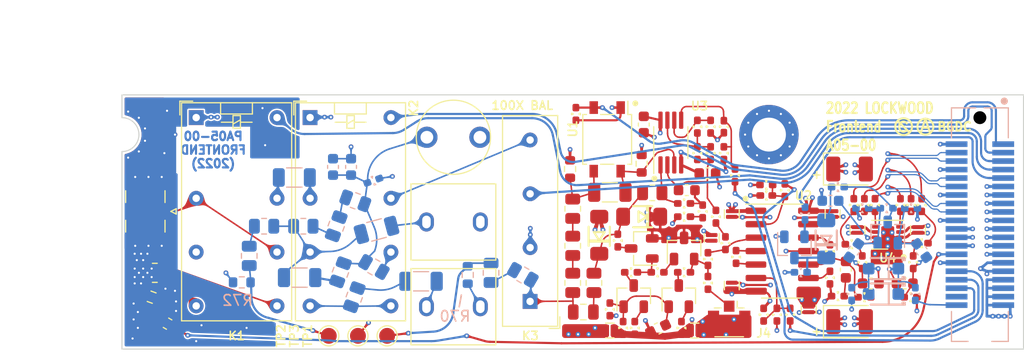
<source format=kicad_pcb>
(kicad_pcb (version 20220427) (generator pcbnew)
  (title_block (title "Frontend") (rev "00") (company "Lockwood") (comment 1 "This design rejects intellectual property. Do what you want with it. Be gay, do crime.") (comment 4 "A05"))
  (layers (0 "F.Cu" signal) (1 "In1.Cu" signal) (2 "In2.Cu" signal) (31 "B.Cu" signal) (34 "B.Paste" user) (35 "F.Paste" user) (36 "B.SilkS" user "B.Silkscreen") (37 "F.SilkS" user "F.Silkscreen") (38 "B.Mask" user) (39 "F.Mask" user) (44 "Edge.Cuts" user))
  (net 0 "")
  (net 1 "/SIG_1XC")
  (net 2 "GND")
  (net 3 "/ATN_IN")
  (net 4 "Net-(C6-Pad2)")
  (net 5 "Net-(C7-Pad1)")
  (net 6 "Net-(C8-Pad1)")
  (net 7 "Net-(C8-Pad2)")
  (net 8 "Net-(C9-Pad1)")
  (net 9 "Net-(C9-Pad2)")
  (net 10 "/SIG_100X")
  (net 11 "Net-(C12-Pad1)")
  (net 12 "Net-(C12-Pad2)")
  (net 13 "Net-(C13-Pad1)")
  (net 14 "Net-(C13-Pad2)")
  (net 15 "/VFILT'")
  (net 16 "Net-(C16-Pad1)")
  (net 17 "Net-(C16-Pad2)")
  (net 18 "/SIG_{2}")
  (net 19 "Net-(C17-Pad2)")
  (net 20 "Net-(C18-Pad1)")
  (net 21 "Net-(C19-Pad1)")
  (net 22 "-5V")
  (net 23 "+5V")
  (net 24 "Net-(D2-Pad1)")
  (net 25 "Net-(D2-Pad2)")
  (net 26 "Net-(D3-Pad2)")
  (net 27 "Net-(FB1-Pad1)")
  (net 28 "/THERM")
  (net 29 "/SIG_IN_{1}")
  (net 30 "/OUT1+")
  (net 31 "/OUT1-")
  (net 32 "/OUT2+")
  (net 33 "/OUT2-")
  (net 34 "/OUT3+")
  (net 35 "/OUT3-")
  (net 36 "/OFFSET1")
  (net 37 "/OFFSET2")
  (net 38 "/VGAIN")
  (net 39 "/VFILTER")
  (net 40 "+12V")
  (net 41 "/EN_BWL")
  (net 42 "Net-(J4-Pad1)")
  (net 43 "/SIG_50_{OPEN}")
  (net 44 "/SIG_50")
  (net 45 "/SIG_IN_{2}")
  (net 46 "/SIG_IN_{3}")
  (net 47 "/SIG_1X")
  (net 48 "/SIG_100XD")
  (net 49 "/SIG_{1}")
  (net 50 "Net-(Q2-Pad3)")
  (net 51 "Net-(Q3-Pad1)")
  (net 52 "Net-(Q4-Pad2)")
  (net 53 "Net-(Q4-Pad3)")
  (net 54 "Net-(Q5-Pad1)")
  (net 55 "Net-(Q5-Pad2)")
  (net 56 "Net-(Q6-Pad2)")
  (net 57 "Net-(Q6-Pad3)")
  (net 58 "Net-(C1-Pad1)")
  (net 59 "Net-(R5-Pad1)")
  (net 60 "Net-(R10-Pad1)")
  (net 61 "Net-(R10-Pad2)")
  (net 62 "Net-(R12-Pad2)")
  (net 63 "Net-(R15-Pad2)")
  (net 64 "Net-(R19-Pad2)")
  (net 65 "Net-(R20-Pad2)")
  (net 66 "Net-(R21-Pad1)")
  (net 67 "Net-(R24-Pad2)")
  (net 68 "Net-(R32-Pad2)")
  (net 69 "Net-(R36-Pad2)")
  (net 70 "Net-(R39-Pad1)")
  (net 71 "Net-(R43-Pad1)")
  (net 72 "Net-(R44-Pad2)")
  (net 73 "Net-(R45-Pad2)")
  (net 74 "Net-(R47-Pad1)")
  (net 75 "Net-(R49-Pad1)")
  (net 76 "Net-(R52-Pad2)")
  (net 77 "Net-(R53-Pad2)")
  (net 78 "Net-(Q1-Pad2)")
  (net 79 "Net-(Q3-Pad3)")
  (net 81 "/~{EN_ATN_1X}")
  (net 82 "/~{EN_DC}")
  (net 83 "/~{EN_50}")
  (net 84 "/~{EN_SIG}")
  (net 86 "/LMH_EN")
  (net 87 "/SIG_1XC2")
  (net 88 "/SIG_100XC2")
  (net 89 "Net-(R23-Pad2)")
  (net 90 "Net-(R71-Pad2)")
  (net 91 "Net-(R70-Pad1)")
  (net 92 "Net-(R72-Pad1)")
  (footprint "fixed_standard:R_0402_1005Metric_Pad0.72x0.64mm_HandSolder" (layer "F.Cu") (at 94.25 124.5 90)
    (fp_text reference "R35" hide)
    (fp_text value "390k")
  )
  (footprint "alexisvl:SOT-23" (layer "F.Cu") (at 89 133.5 180)
    (fp_text reference "Q3" hide)
    (fp_text value "2SK3557-7")
  )
  (footprint "fixed_standard:R_0402_1005Metric_Pad0.72x0.64mm_HandSolder" (layer "F.Cu") (at 88.35 141 90)
    (fp_text reference "R58" hide)
    (fp_text value "330")
  )
  (footprint "TestPoint:TestPoint_Pad_D1.5mm" (layer "F.Cu") (at 62.25 141.75)
    (fp_text reference "TP3")
    (fp_text value "SELG")
  )
  (footprint "fixed_standard:R_0402_1005Metric_Pad0.72x0.64mm_HandSolder" (layer "F.Cu") (at 94.75 130 90)
    (fp_text reference "R49" hide)
    (fp_text value "2k4")
  )
  (footprint "Resistor_SMD:R_0805_2012Metric" (layer "F.Cu") (at 82.5 136.75 -90)
    (fp_text reference "R27" hide)
    (fp_text value "330k")
  )
  (footprint "fixed_standard:R_0402_1005Metric_Pad0.72x0.64mm_HandSolder" (layer "F.Cu") (at 97.9 134.3 -90)
    (fp_text reference "R10" hide)
    (fp_text value "18")
  )
  (footprint "fixed_standard:R_0402_1005Metric_Pad0.72x0.64mm_HandSolder" (layer "F.Cu") (at 93 129.25 180)
    (fp_text reference "R48" hide)
    (fp_text value "12k")
  )
  (footprint "MountingHole:MountingHole_3.2mm_M3_DIN965_Pad" (layer "F.Cu") (at 101 122.75)
    (fp_text reference "H1" hide)
    (fp_text value "MountingHole_Pad")
  )
  (footprint "Relay_THT:Relay_SPST_StandexMeder_SIL_Form1A" (layer "F.Cu") (at 78.4825 138.5 90)
    (fp_text reference "K3")
    (fp_text value "Relay-SPST-Reed")
  )
  (footprint "Package_SON:WSON-8-1EP_3x2.5mm_P0.5mm_EP1.2x1.5mm_PullBack" (layer "F.Cu") (at 112.2 132.2 180)
    (fp_text reference "U4")
    (fp_text value "LMH6551MA")
  )
  (footprint "fixed_standard:R_0402_1005Metric_Pad0.72x0.64mm_HandSolder" (layer "F.Cu") (at 101.75 139.75 -90)
    (fp_text reference "R8" hide)
    (fp_text value "270")
  )
  (footprint "fixed_standard:R_0402_1005Metric_Pad0.72x0.64mm_HandSolder" (layer "F.Cu") (at 114.6 134.8 90)
    (fp_text reference "R45" hide)
    (fp_text value "30")
  )
  (footprint "Capacitor_SMD:C_0603_1608Metric" (layer "F.Cu") (at 110.6 136.8)
    (fp_text reference "C13" hide)
    (fp_text value "47p")
  )
  (footprint "Resistor_SMD:R_0603_1608Metric_Pad0.98x0.95mm_HandSolder" (layer "F.Cu") (at 42.8 138.1 160)
    (fp_text reference "TH1" hide)
    (fp_text value "10k")
  )
  (footprint "fixed_standard:R_0402_1005Metric_Pad0.72x0.64mm_HandSolder" (layer "F.Cu") (at 103 139.75 -90)
    (fp_text reference "R5" hide)
    (fp_text value "30k")
  )
  (footprint "fixed_standard:R_0402_1005Metric_Pad0.72x0.64mm_HandSolder" (layer "F.Cu") (at 95.25 134.5 90)
    (fp_text reference "R69" hide)
    (fp_text value "47")
  )
  (footprint "Capacitor_SMD:C_0603_1608Metric" (layer "F.Cu") (at 113.8 136.8)
    (fp_text reference "C14" hide)
    (fp_text value "47p")
  )
  (footprint "fixed_standard:R_0402_1005Metric_Pad0.72x0.64mm_HandSolder" (layer "F.Cu") (at 96.9 133 90)
    (fp_text reference "R43" hide)
    (fp_text value "750k")
  )
  (footprint "fixed_standard:R_0402_1005Metric_Pad0.72x0.64mm_HandSolder" (layer "F.Cu") (at 92.75 141 90)
    (fp_text reference "R67" hide)
    (fp_text value "150")
  )
  (footprint "fixed_standard:R_0402_1005Metric_Pad0.72x0.64mm_HandSolder" (layer "F.Cu") (at 115.4 133)
    (fp_text reference "R53" hide)
    (fp_text value "510")
  )
  (footprint "alexisvl:SOT-23" (layer "F.Cu") (at 92.5 138 90)
    (fp_text reference "Q6" hide)
    (fp_text value "MMBTH10")
  )
  (footprint "Package_SO:SOIC-14_3.9x8.7mm_P1.27mm" (layer "F.Cu") (at 102.25 133.75)
    (fp_text reference "U2")
    (fp_text value "VCA821ID")
  )
  (footprint "fixed_standard:R_0402_1005Metric_Pad0.72x0.64mm_HandSolder" (layer "F.Cu") (at 114.4 129.4 -90)
    (fp_text reference "R59" hide)
    (fp_text value "47")
  )
  (footprint "Relay_THT:Relay_DPDT_Omron_G5V-2" (layer "F.Cu") (at 47 121.1425)
    (fp_text reference "K1")
    (fp_text value "Relay-DPDT-CIT-J104D")
  )
  (footprint "fixed_standard:R_0402_1005Metric_Pad0.72x0.64mm_HandSolder" (layer "F.Cu") (at 115.4 129.4 -90)
    (fp_text reference "R62" hide)
    (fp_text value "47")
  )
  (footprint "Inductor_SMD:L_0603_1608Metric_Pad1.05x0.95mm_HandSolder" (layer "F.Cu") (at 44.3 140.6 -30)
    (fp_text reference "FB1" hide)
    (fp_text value "1k")
  )
  (footprint "fixed_standard:R_0402_1005Metric_Pad0.72x0.64mm_HandSolder" (layer "F.Cu") (at 110 129.4 -90)
    (fp_text reference "R60" hide)
    (fp_text value "47")
  )
  (footprint "fixed_standard:C_0402_1005Metric_Pad0.74x0.62mm_HandSolder" (layer "F.Cu") (at 100.75 128.5 180)
    (fp_text reference "C1" hide)
    (fp_text value "100n")
  )
  (footprint "Capacitor_SMD:C_1206_3216Metric" (layer "F.Cu") (at 86 128.2)
    (fp_text reference "C8" hide)
    (fp_text value "15n")
  )
  (footprint "fixed_standard:R_0402_1005Metric_Pad0.72x0.64mm_HandSolder" (layer "F.Cu") (at 111 129.4 -90)
    (fp_text reference "R56" hide)
    (fp_text value "47")
  )
  (footprint "fixed_standard:R_0402_1005Metric_Pad0.72x0.64mm_HandSolder" (layer "F.Cu") (at 94.25 122 90)
    (fp_text reference "R36" hide)
    (fp_text value "2k4")
  )
  (footprint "alexisvl:C_0204_LowESL" (layer "F.Cu") (at 104.75 139.25 -90)
    (fp_text reference "CW6" hide)
    (fp_text value "100n")
  )
  (footprint "fixed_standard:R_0402_1005Metric_Pad0.72x0.64mm_HandSolder" (layer "F.Cu") (at 90.5 135.75)
    (fp_text reference "R63" hide)
    (fp_text value "75")
  )
  (footprint "alexisvl:C-Trim-Vishay-BFC2-809-05" (layer "F.Cu") (at 71.25 131)
    (fp_text reference "C5" hide)
    (fp_text value "2-18p")
  )
  (footprint "fixed_standard:R_0402_1005Metric_Pad0.72x0.64mm_HandSolder" (layer "F.Cu") (at 96.75 124.5 -90)
    (fp_text reference "R14" hide)
    (fp_text value "120k")
  )
  (footprint "fixed_standard:R_0402_1005Metric_Pad0.72x0.64mm_HandSolder" (layer "F.Cu") (at 113.4 129.4 -90)
    (fp_text reference "R55" hide)
    (fp_text value "47")
  )
  (footprint "alexisvl:NOC-A-BGDC" (layer "F.Cu") (at 116.5 122)
    (fp_text reference "REF**" hide)
    (fp_text value "NOC-A-BGDC")
  )
  (footprint "TestPoint:TestPoint_Pad_D1.5mm" (layer "F.Cu") (at 65 141.75 180)
    (fp_text reference "TP1")
    (fp_text value "SEL2")
  )
  (footprint "fixed_standard:R_0402_1005Metric_Pad0.72x0.64mm_HandSolder" (layer "F.Cu") (at 93 130.5)
    (fp_text reference "R50" hide)
    (fp_text value "51")
  )
  (footprint "Capacitor_SMD:C_0603_1608Metric" (layer "F.Cu") (at 95.2 126.4)
    (fp_text reference "C33" hide)
    (fp_text value "100n")
  )
  (footprint "alexisvl:C_0204_LowESL" (layer "F.Cu") (at 97.5 137 90)
    (fp_text reference "CW5" hide)
    (fp_text value "100n")
  )
  (footprint "Resistor_SMD:R_0805_2012Metric" (layer "F.Cu") (at 90 128.25 180)
    (fp_text reference "R47" hide)
    (fp_text value "4M7")
  )
  (footprint "fixed_standard:R_0402_1005Metric_Pad0.72x0.64mm_HandSolder" (layer "F.Cu") (at 107.5 138)
    (fp_text reference "R25" hide)
    (fp_text value "DNS")
  )
  (footprint "alexisvl:C-Trim-Vishay-BFC2-809-05" (layer "F.Cu") (at 71.25 139)
    (fp_text reference "C3" hide)
    (fp_text value "2-18p")
  )
  (footprint "alexisvl:C_0204_LowESL" (layer "F.Cu") (at 94 141.25)
    (fp_text reference "CW8" hide)
    (fp_text value "100n")
  )
  (footprint "Package_SO:SO-4_4.4x4.3mm_P2.54mm" (layer "F.Cu") (at 85.75 123.2 -90)
    (fp_text reference "U1")
    (fp_text value "AB30S")
  )
  (footprint "alexisvl:C_0204_LowESL" (layer "F.Cu") (at 107 130.25 -90)
    (fp_text reference "CW1" hide)
    (fp_text value "100n")
  )
  (footprint "Capacitor_SMD:C_0603_1608Metric" (layer "F.Cu") (at 108.25 135.5 -90)
    (fp_text reference "C9" hide)
    (fp_text value "DNS")
  )
  (footprint "alexisvl:C_0204_LowESL" (layer "F.Cu") (at 109.35 131.75 -90)
    (fp_text reference "CW7" hide)
    (fp_text value "100n")
  )
  (footprint "Resistor_SMD:R_0805_2012Metric" (layer "F.Cu") (at 84.5 136.75 -90)
    (fp_text reference "R51" hide)
    (fp_text value "22")
  )
  (footprint "Capacitor_Tantalum_SMD:CP_EIA-3528-15_AVX-H" (layer "F.Cu") (at 108.6 126)
    (fp_text reference "C28" hide)
    (fp_text value "47µ")
  )
  (footprint "Capacitor_SMD:C_0805_2012Metric" (layer "F.Cu") (at 83.5 139.5)
    (fp_text reference "C17" hide)
    (fp_text value "330p")
  )
  (footprint "fixed_standard:R_0402_1005Metric_Pad0.72x0.64mm_HandSolder" (layer "F.Cu") (at 114.35 138.1 180)
    (fp_text reference "R30" hide)
    (fp_text value "30")
  )
  (footprint "fixed_standard:R_0402_1005Metric_Pad0.72x0.64mm_HandSolder" (layer "F.Cu") (at 95.5 124.5 90)
    (fp_text reference "R32" hide)
    (fp_text value "430k")
  )
  (footprint "fixed_standard:R_0402_1005Metric_Pad0.72x0.64mm_HandSolder" (layer "F.Cu") (at 100.5 139.75 90)
    (fp_text reference "R7" hide)
    (fp_text value "120k")
  )
  (footprint "fixed_standard:R_0402_1005Metric_Pad0.72x0.64mm_HandSolder" (layer "F.Cu") (at 88 135.75)
    (fp_text reference "R57" hide)
    (fp_text value "10")
  )
  (footprint "Capacitor_Tantalum_SMD:CP_EIA-3528-15_AVX-H" (layer "F.Cu") (at 108.6 140.4)
    (fp_text reference "C30" hide)
    (fp_text value "47µ")
  )
  (footprint "fixed_standard:R_0402_1005Metric_Pad0.72x0.64mm_HandSolder" (layer "F.Cu") (at 110 138.1)
    (fp_text reference "R29" hide)
    (fp_text value "30")
  )
  (footprint "alexisvl:C_0204_LowESL" (layer "F.Cu") (at 86 141.25 180)
    (fp_text reference "CW9" hide)
    (fp_text value "100n")
  )
  (footprint "Resistor_SMD:R_0603_1608Metric" (layer "F.Cu") (at 82.25 126 -90)
    (fp_text reference "R16" hide)
    (fp_text value "390k")
  )
  (footprint "fixed_standard:R_0402_1005Metric_Pad0.72x0.64mm_HandSolder" (layer "F.Cu") (at 100.75 127.5 180)
    (fp_text reference "R3" hide)
    (fp_text value "30k")
  )
  (footprint "fixed_standard:R_0402_1005Metric_Pad0.72x0.64mm_HandSolder" (layer "F.Cu") (at 96 130.5 90)
    (fp_text reference "R39" hide)
    (fp_text value "240k")
  )
  (footprint "alexisvl:C_0204_LowESL" (layer "F.Cu") (at 115.05 131.75 -90)
    (fp_text reference "CW3" hide)
    (fp_text value "100n")
  )
  (footprint "Capacitor_SMD:C_0603_1608Metric" (layer "F.Cu") (at 90.55 141.05 -155)
    (fp_text reference "C19" hide)
    (fp_text value "100p")
  )
  (footprint "fixed_standard:R_0402_1005Metric_Pad0.72x0.64mm_HandSolder" (layer "F.Cu") (at 106.75 133.75 -90)
    (fp_text reference "R21" hide)
    (fp_text value "402")
  )
  (footprint "fixed_standard:R_0402_1005Metric_Pad0.72x0.64mm_HandSolder" (layer "F.Cu") (at 109.8 134.8 90)
    (fp_text reference "R44" hide)
    (fp_text value "30")
  )
  (footprint "Resistor_SMD:R_0603_1608Metric" (layer "F.Cu") (at 89 125.5 -90)
    (fp_text reference "R28" hide)
    (fp_text value "390k")
  )
  (footprint "Connector_Coaxial:SMA_Samtec_SMA-J-P-X-ST-EM1_EdgeMount" (layer "F.Cu") (at 42.35 130 -90)
    (fp_text reference "J1" hide)
    (fp_text value "Conn_Coaxial")
  )
  (footprint "fixed_standard:R_0402_1005Metric_Pad0.72x0.64mm_HandSolder" (layer "F.Cu") (at 102.5 128 -90)
    (fp_text reference "R1" hide)
    (fp_text value "3k9")
  )
  (footprint "Connector_Coaxial:U.FL_Hirose_U.FL-R-SMT-1_Vertical" (layer "F.Cu") (at 97.25 140 -90)
    (fp_text reference "J4")
    (fp_text value "TEST1")
  )
  (footprint "alexisvl:R_Susumu_HPT2012" (layer "F.Cu") (at 42.6 135.8 180)
    (fp_text reference "R2" hide)
    (fp_text value "50")
  )
  (footprint "alexisvl:SOT-23" (layer "F.Cu") (at 88.25 138 90)
    (fp_text reference "Q4" hide)
    (fp_text value "MMBTH10")
  )
  (footprint "alexisvl:TrimCap-Generic" (layer "F.Cu") (at 71.25 123)
    (fp_text reference "C15" hide)
    (fp_text value "15-60p")
  )
  (footprint "fixed_standard:R_0402_1005Metric_Pad0.72x0.64mm_HandSolder" (layer "F.Cu") (at 106.75 136.25 90)
    (fp_text reference "R20" hide)
    (fp_text value "22")
  )
  (footprint "fixed_standard:R_0402_1005Metric_Pad0.72x0.64mm_HandSolder" (layer "F.Cu") (at 93 135.75)
    (fp_text reference "R66" hide)
    (fp_text value "10")
  )
  (footprint "Resistor_SMD:R_0805_2012Metric" (layer "F.Cu") (at 82.5 129.75 -90)
    (fp_text reference "R19" hide)
    (fp_text value "330k")
  )
  (footprint "fixed_standard:R_0402_1005Metric_Pad0.72x0.64mm_HandSolder" (layer "F.Cu") (at 82.8 120.8 90)
    (fp_text reference "R73" hide)
    (fp_text value "220k")
  )
  (footprint "fixed_standard:R_0402_1005Metric_Pad0.72x0.64mm_HandSolder" (layer "F.Cu") (at 108.8 133.1 180)
    (fp_text reference "R52" hide)
    (fp_text value "510")
  )
  (footprint "fixed_standard:R_0402_1005Metric_Pad0.72x0.64mm_HandSolder" (layer "F.Cu") (at 86 139.25 -90)
    (fp_text reference "R64" hide)
    (fp_text value "1k")
  )
  (footprint "TestPoint:TestPoint_Pad_D1.5mm" (layer "F.Cu") (at 59.5 141.75 180)
    (fp_text reference "TP2")
    (fp_text value "SEL1")
  )
  (footprint "alexisvl:SOT-23" (layer "F.Cu") (at 93 133.5 90)
    (fp_text reference "Q5" hide)
    (fp_text value "MMBTH10")
  )
  (footprint "fixed_standard:D_MiniMELF" (layer "F.Cu") (at 89 130.5 180)
    (fp_text reference "D3" hide)
    (fp_text value "LL4448")
  )
  (footprint "alexisvl:C_0204_LowESL" (layer "F.Cu") (at 95.6 132.5 90)
    (fp_text reference "CW4" hide)
    (fp_text value "100n")
  )
  (footprint "fixed_standard:R_0402_1005Metric_Pad0.72x0.64mm_HandSolder" (layer "F.Cu") (at 95.25 136.75 -90)
    (fp_text reference "R68" hide)
    (fp_text value "47")
  )
  (footprint "fixed_standard:R_0402_1005Metric_Pad0.72x0.64mm_HandSolder" (layer "F.Cu") (at 95.5 122 -90)
    (fp_text reference "R37" hide)
    (fp_text value "DNS")
  )
  (footprint "Capacitor_SMD:C_0603_1608Metric" (layer "F.Cu") (at 89.2 121.8 -90)
    (fp_text reference "C32" hide)
    (fp_text value "100n")
  )
  (footprint "fixed_standard:R_0402_1005Metric_Pad0.72x0.64mm_HandSolder" (layer "F.Cu") (at 87.25 141 90)
    (fp_text reference "R61" hide)
    (fp_text value "1k")
  )
  (footprint "fixed_standard:R_0402_1005Metric_Pad0.72x0.64mm_HandSolder" (layer "F.Cu") (at 86.75 132.75 90)
    (fp_text reference "R54" hide)
    (fp_text value "22")
  )
  (footprint "fixed_standard:R_0402_1005Metric_Pad0.72x0.64mm_HandSolder" (layer "F.Cu") (at 109 129.4 -90)
    (fp_text reference "R65" hide)
    (fp_text value "47")
  )
  (footprint "fixed_standard:C_0402_1005Metric_Pad0.74x0.62mm_HandSolder" (layer "F.Cu") (at 96.75 122 -90)
    (fp_text reference "C7" hide)
    (fp_text value "100n")
  )
  (footprint "alexisvl:C_0204_LowESL" (layer "F.Cu") (at 97.5 130.25 -90)
    (fp_text reference "CW2" hide)
    (fp_text value "100n")
  )
  (footprint "fixed_standard:D_MiniMELF" (layer "F.Cu") (at 85 132.25 90)
    (fp_text reference "D4" hide)
    (fp_text value "LL4448")
  )
  (footprint "fixed_standard:R_0402_1005Metric_Pad0.72x0.64mm_HandSolder" (layer "F.Cu") (at 97.8 126.6 -90)
    (fp_text reference "R13" hide)
    (fp_text value "30k")
  )
  (footprint "Package_SO:MSOP-8_3x3mm_P0.65mm" (layer "F.Cu") (at 91.75 123.5 90)
    (fp_text reference "U3")
    (fp_text value "ADA4177-2")
  )
  (footprint "Capacitor_SMD:C_0603_1608Metric" (layer "F.Cu") (at 93.25 128)
    (fp_text reference "C16" hide)
    (fp_text value "10n")
  )
  (footprint "Relay_THT:Relay_DPDT_Omron_G5V-2" (layer "F.Cu") (at 57.7375 121.1425)
    (fp_text reference "K2")
    (fp_text value "Relay-DPDT-CIT-J104D")
  )
  (footprint "Resistor_SMD:R_0805_2012Metric" (layer "F.Cu") (at 82.5 133.25 -90)
    (fp_text reference "R24" hide)
    (fp_text value "330k")
  )
  (footprint "Capacitor_SMD:C_0603_1608Metric" (layer "B.Cu") (at 59.9 125.8 -90)
    (fp_text reference "C11" hide)
    (fp_text value "62p")
  )
  (footprint "Capacitor_SMD:C_1206_3216Metric" (layer "B.Cu") (at 56.75 136.25)
    (fp_text reference "C6" hide)
    (fp_text value "6p8")
  )
  (footprint "fixed_standard:R_0402_1005Metric_Pad0.72x0.64mm_HandSolder" (layer "B.Cu") (at 114.8 137.8 90)
    (fp_text reference "R34" hide)
    (fp_text value "100k")
  )
  (footprint "Resistor_SMD:R_0805_2012Metric" (layer "B.Cu") (at 62 129 -20)
    (fp_text reference "R18" hide)
    (fp_text value "390k")
  )
  (footprint "Capacitor_SMD:C_0603_1608Metric" (layer "B.Cu") (at 115.4 133.7 125)
    (fp_text reference "C12" hide)
    (fp_text value "220p")
  )
  (footprint "Capacitor_SMD:C_0603_1608Metric" (layer "B.Cu") (at 61.6 125.8 -90)
    (fp_text reference "C10" hide)
    (fp_text value "560p")
  )
  (footprint "fixed_standard:D_SOD-123F" (layer "B.Cu") (at 111.8 137.8 180)
    (fp_text reference "D1" hide)
    (fp_text value "1N4007FL")
  )
  (footprint "Capacitor_SMD:C_1206_3216Metric" (layer "B.Cu") (at 64 131.75 -165)
    (fp_text reference "C4" hide)
    (fp_text value "10p")
  )
  (footprint "Resistor_SMD:R_0805_2012Metric" (layer "B.Cu") (at 53.4 131.4 180)
    (fp_text reference "R71" hide)
    (fp_text value "3M")
  )
  (footprint "fixed_standard:R_0402_1005Metric_Pad0.72x0.64mm_HandSolder" (layer "B.Cu") (at 114.4 129.7)
    (fp_text reference "R38" hide)
    (fp_text value "100k")
  )
  (footprint "Resistor_SMD:R_0805_2012Metric" (layer "B.Cu") (at 60.2 131.4 70)
    (fp_text reference "R15" hide)
    (fp_text value "390k")
  )
  (footprint "Resistor_SMD:R_0805_2012Metric" (layer "B.Cu") (at 57.1 131.4)
    (fp_text reference "R12" hide)
    (fp_text value "390k")
  )
  (footprint "fixed_standard:D_SOD-123F" (layer "B.Cu") (at 111.8 135.4 180)
    (fp_text reference "D5" hide)
    (fp_text value "1N4007FL")
  )
  (footprint "fixed_standard:R_0402_1005Metric_Pad0.72x0.64mm_HandSolder" (layer "B.Cu") (at 112.1 129.7)
    (fp_text reference "R42" hide)
    (fp_text value "100k")
  )
  (footprint "alexisvl:BergStak-Lite-40p-Receptacle" (layer "B.Cu") (at 118.688351 123.651087 -90)
    (fp_text reference "J3" hide)
    (fp_text value "INTERFACE")
  )
  (footprint "Resistor_SMD:R_0805_2012Metric" (layer "B.Cu") (at 60.6 135.75 70)
    (fp_text reference "R17" hide)
    (fp_text value "22")
  )
  (footprint "Resistor_SMD:R_1206_3216Metric" (layer "B.Cu") (at 56.25 126.8)
    (fp_text reference "R9" hide)
    (fp_text value "4R7")
  )
  (footprint "Resistor_SMD:R_0603_1608Metric" (layer "B.Cu") (at 72.6 136 -90)
    (fp_text reference "R70")
    (fp_text value "SEL2")
  )
  (footprint "alexisvl:SOT-23" (layer "B.Cu") (at 112.2 132 90)
    (fp_text reference "Q2" hide)
    (fp_text value "MMBFJ211")
  )
  (footprint "fixed_standard:R_0402_1005Metric_Pad0.72x0.64mm_HandSolder" (layer "B.Cu") (at 108.8 137.8 90)
    (fp_text reference "R33" hide)
    (fp_text value "100k")
  )
  (footprint "fixed_standard:R_0402_1005Metric_Pad0.72x0.64mm_HandSolder" (layer "B.Cu") (at 109.8 129.7)
    (fp_text reference "R46" hide)
    (fp_text value "100k")
  )
  (footprint "fixed_standard:R_0402_1005Metric_Pad0.72x0.64mm_HandSolder" (layer "B.Cu") (at 104.4 130.2 -90)
    (fp_text reference "R31" hide)
    (fp_text value "3k3")
  )
  (footprint "fixed_standard:R_0402_1005Metric_Pad0.72x0.64mm_HandSolder" (layer "B.Cu") (at 107.5 127.7 180)
    (fp_text reference "R40" hide)
    (fp_text value "10k")
  )
  (footprint "Resistor_SMD:R_0805_2012Metric" (layer "B.Cu") (at 61.9 138.1 -110)
    (fp_text reference "R11" hide)
    (fp_text value "18")
  )
  (footprint "Resistor_SMD:R_0603_1608Metric" (layer "B.Cu") (at 51.3 136.7 180)
    (fp_text reference "R72")
    (fp_text value "SEL1")
  )
  (footprint "Resistor_SMD:R_0805_2012Metric" (layer "B.Cu") (at 52 134.2 -90)
    (fp_text reference "R75" hide)
    (fp_text value "3M")
  )
  (footprint "Capacitor_SMD:C_0603_1608Metric" (layer "B.Cu") (at 109 133.7 -125)
    (fp_text reference "C18" hide)
    (fp_text value "220p")
  )
  (footprint "alexisvl:SOT-23" (layer "B.Cu") (at 103.4 133.4 -90)
    (fp_text reference "Q1" hide)
    (fp_text value "MMBT3906")
  )
  (footprint "fixed_standard:R_0402_1005Metric_Pad0.72x0.64mm_HandSolder" (layer "B.Cu") (at 63.7 127.1 -160)
    (fp_text reference "R22" hide)
    (fp_text value "11k8")
  )
  (footprint "Capacitor_SMD:C_0603_1608Metric" (layer "B.Cu") (at 106.8 129 180)
    (fp_text reference "C31" hide)
    (fp_text value "100n")
  )
  (footprint "Capacitor_SMD:C_1206_3216Metric" (layer "B.Cu") (at 68.2 136.6 180)
    (fp_text reference "C2" hide)
    (fp_text value "10p")
  )
  (footprint "Resistor_SMD:R_0805_2012Metric" (layer "B.Cu") (at 63.75 135.25 -30)
    (fp_text reference "R26" hide)
    (fp_text value "100")
  )
  (footprint "fixed_standard:D_MiniMELF" (layer "B.Cu") (at 106.4 132.6 90)
    (fp_text reference "D2" hide)
    (fp_text value "LL4448")
  )
  (footprint "Resistor_SMD:R_0805_2012Metric" (layer "B.Cu") (at 74.8 135.8 90)
    (fp_text reference "R74" hide)
    (fp_text value "3M")
  )
  (footprint "Resistor_SMD:R_0805_2012Metric" (layer "B.Cu") (at 77.8 136 150)
    (fp_text reference "R23" hide)
    (fp_text value "3M")
  )
  (footprint "fixed_standard:R_0402_1005Metric_Pad0.72x0.64mm_HandSolder" (layer "B.Cu") (at 104 135.75 180)
    (fp_text reference "R41" hide)
    (fp_text value "10k")
  )
  (gr_line (start 71.8 139) (end 72 137.9) (stroke (width 0.15)) (layer "B.SilkS"))
  (gr_circle (center 90.2 126.9) (end 90.4 126.9) (stroke (width 0.15)) (fill solid) (layer "F.SilkS"))
  (gr_circle (center 98.8 128.8) (end 99 128.8) (stroke (width 0.15)) (fill solid) (layer "F.SilkS"))
  (gr_circle (center 113.7 134.3) (end 113.9 134.3) (stroke (width 0.15)) (fill solid) (layer "F.SilkS"))
  (gr_circle (center 88.4 119.8) (end 88.6 119.8) (stroke (width 0.15)) (fill solid) (layer "F.SilkS"))
  (gr_line (start 40 124.35) (end 40 143) (stroke (width 0.1)) (layer "Edge.Cuts"))
  (gr_line (start 40 143) (end 125 143) (stroke (width 0.1)) (layer "Edge.Cuts"))
  (gr_arc (start 40 121.15) (mid 41.6 122.75) (end 40 124.35) (stroke (width 0.1)) (layer "Edge.Cuts"))
  (gr_line (start 40 119) (end 40 121.15) (stroke (width 0.1)) (layer "Edge.Cuts"))
  (gr_line (start 125 119) (end 40 119) (stroke (width 0.1)) (layer "Edge.Cuts"))
  (gr_line (start 125 143) (end 125 119) (stroke (width 0.1)) (layer "Edge.Cuts"))
  (gr_text "P${COMMENT4}-${REVISION}\nFRONTEND\n(2022)" (at 48.6 124.2) (layer "B.Cu") (effects (font (size 0.8 0.8) (thickness 0.2)) (justify mirror)))
  (gr_text "${COMMENT4}-${REVISION}" (at 106.25 123.75) (layer "F.SilkS") (effects (font (size 1 0.8) (thickness 0.2)) (justify left)))
  (gr_text "100X BAL" (at 74.75 120) (layer "F.SilkS") (effects (font (size 0.8 0.8)) (justify left)))
  (gr_text "+" (at 105.5 126.5) (layer "F.SilkS") (effects (font (size 0.8 0.8))))
  (gr_text "2022 LOCKWOOD" (at 106.25 120.25) (layer "F.SilkS") (effects (font (size 1 0.8) (thickness 0.2)) (justify left)))
  (gr_text "${TITLE}" (at 106.25 122) (layer "F.SilkS") (effects (font (size 1 0.8) (thickness 0.2)) (justify left)))
  (gr_text "+" (at 105.5 141.3) (layer "F.SilkS") (effects (font (size 0.8 0.8))))
  (segment (start 62.212093 137.24253) (end 64.119965 137.418727) (width 0.1524) (layer "B.Cu") (net 1))
  (segment (start 65.783546 137.091193) (end 66.725 136.6) (width 0.1524) (layer "B.Cu") (net 1))
  (arc (start 64.119965 137.418727) (mid 64.975376 137.374932) (end 65.783546 137.091193) (width 0.1524) (layer "B.Cu") (net 1))
  (segment (start 114.063108 132.351031) (end 114.257211 132.181191) (width 0.254) (layer "F.Cu") (net 2))
  (segment (start 86 139.8475) (end 86.6 139.85) (width 0.254) (layer "F.Cu") (net 2))
  (segment (start 114.9475 138.1) (end 114.95 139.4) (width 0.2032) (layer "F.Cu") (net 2))
  (segment (start 107.0625 140.4) (end 108.15 140.7) (width 0.254) (layer "F.Cu") (net 2))
  (segment (start 97.5 130.515) (end 98.5 130.55) (width 0.2032) (layer "F.Cu") (net 2))
  (segment (start 100.1525 127.5) (end 99.25 127.5) (width 0.2032) (layer "F.Cu") (net 2))
  (segment (start 107 130.515) (end 104.1 130.6) (width 0.2032) (layer "F.Cu") (net 2))
  (segment (start 82.25 125.175) (end 82.25 124.15) (width 0.254) (layer "F.Cu") (net 2))
  (segment (start 92.4025 130.5) (end 91.9 131.15) (width 0.2032) (layer "F.Cu") (net 2))
  (segment (start 106.9025 138) (end 106.75 136.8475) (width 0.2032) (layer "F.Cu") (net 2))
  (segment (start 104.1 130.6) (end 103.4 130.6) (width 0.2032) (layer "F.Cu") (net 2))
  (segment (start 109.35 132.015) (end 108.5 132.05) (width 0.254) (layer "F.Cu") (net 2))
  (segment (start 106.9025 138) (end 106.25 138.5) (width 0.2032) (layer "F.Cu") (net 2))
  (segment (start 113.3375 132.45) (end 113.799706 132.45) (width 0.254) (layer "F.Cu") (net 2))
  (segment (start 62.25 141.75) (end 63.25 140.5) (width 0.2032) (layer "F.Cu") (net 2))
  (segment (start 98.3 136.75) (end 98.55 136.95) (width 0.2032) (layer "F.Cu") (net 2))
  (segment (start 96.15 123.25) (end 96.75 122.5675) (width 0.2032) (layer "F.Cu") (net 2))
  (segment (start 113.3375 132.45) (end 112.55 132.45) (width 0.254) (layer "F.Cu") (net 2))
  (segment (start 107.0625 140.4) (end 108.15 140.05) (width 0.254) (layer "F.Cu") (net 2))
  (segment (start 95.5 122.5975) (end 96.15 123.25) (width 0.2032) (layer "F.Cu") (net 2))
  (segment (start 104.75 139.515) (end 103.85 139.55) (width 0.2032) (layer "F.Cu") (net 2))
  (segment (start 100.1825 128.5) (end 99.25 128.5) (width 0.2032) (layer "F.Cu") (net 2))
  (segment (start 95.6 132.235) (end 94.85 131.85) (width 0.254) (layer "F.Cu") (net 2))
  (segment (start 114.472396 132.085138) (end 115.05 132.015) (width 0.254) (layer "F.Cu") (net 2))
  (segment (start 89 124.675) (end 89 123.75) (width 0.254) (layer "F.Cu") (net 2))
  (segment (start 110.1375 126) (end 109.1 125.6) (width 0.254) (layer "F.Cu") (net 2))
  (segment (start 107 130.515) (end 108 130.5) (width 0.2032) (layer "F.Cu") (net 2))
  (segment (start 89.2 122.575) (end 90.2 123) (width 0.2032) (layer "F.Cu") (net 2))
  (segment (start 95.975 126.4) (end 96.35 127.7) (width 0.2032) (layer "F.Cu") (net 2))
  (segment (start 101.15 136.95) (end 98.55 136.95) (width 0.2032) (layer "F.Cu") (net 2))
  (segment (start 97.5 136.735) (end 98.3 136.75) (width 0.2032) (layer "F.Cu") (net 2))
  (segment (start 104.725 133.75) (end 102.6 133.75) (width 0.146812) (layer "F.Cu") (net 2))
  (segment (start 101.75 140.3475) (end 101.75 141.25) (width 0.146812) (layer "F.Cu") (net 2))
  (segment (start 115.05 132.015) (end 115.95 132.05) (width 0.254) (layer "F.Cu") (net 2))
  (segment (start 98.5 130.55) (end 101.1 130.55) (width 0.2032) (layer "F.Cu") (net 2))
  (segment (start 110.1375 126) (end 109.1 126.35) (width 0.254) (layer "F.Cu") (net 2))
  (segment (start 104.75 139.515) (end 105.75 139.5) (width 0.2032) (layer "F.Cu") (net 2))
  (via (at 41.25 126.75) (size 0.45) (drill 0.2) (layers "F.Cu" "B.Cu") (net 2))
  (via (at 109.1 125.6) (size 0.45) (drill 0.2) (layers "F.Cu" "B.Cu") (net 2))
  (via (at 41 142) (size 0.45) (drill 0.2) (layers "F.Cu" "B.Cu") (net 2))
  (via (at 41.2 135.4) (size 0.45) (drill 0.2) (layers "F.Cu" "B.Cu") (net 2))
  (via (at 99.051443 123.875) (size 0.45) (drill 0.2) (layers "F.Cu" "B.Cu") (net 2))
  (via (at 41.2 134) (size 0.45) (drill 0.2) (layers "F.Cu" "B.Cu") (net 2))
  (via (at 98.55 136.95) (size 0.45) (drill 0.2) (layers "F.Cu" "B.Cu") (net 2))
  (via (at 47.5 140.75) (size 0.45) (drill 0.2) (layers "F.Cu" "B.Cu") (net 2))
  (via (at 120.2 131.65) (size 0.45) (drill 0.2) (layers "F.Cu" "B.Cu") (net 2))
  (via (at 97.7 140.2) (size 0.45) (drill 0.2) (layers "F.Cu" "B.Cu") (net 2))
  (via (at 112.6 132) (size 0.45) (drill 0.2) (layers "F.Cu" "B.Cu") (net 2))
  (via (at 105.75 139.5) (size 0.45) (drill 0.2) (layers "F.Cu" "B.Cu") (net 2))
  (via (at 101.1 130.55) (size 0.45) (drill 0.2) (layers "F.Cu" "B.Cu") (net 2))
  (via (at 99.875 120.801443) (size 0.45) (drill 0.2) (layers "F.Cu" "B.Cu") (net 2))
  (via (at 111 134) (size 0.45) (drill 0.2) (layers "F.Cu" "B.Cu") (net 2))
  (via (at 41.1 140.2) (size 0.45) (drill 0.2) (layers "F.Cu" "B.Cu") (net 2))
  (via (at 101.65 132.35) (size 0.45) (drill 0.2) (layers "F.Cu" "B.Cu") (net 2))
  (via (at 102.948557 123.875) (size 0.45) (drill 0.2) (layers "F.Cu" "B.Cu") (net 2))
  (via (at 117.15 126.05) (size 0.45) (drill 0.2) (layers "F.Cu" "B.Cu") (net 2))
  (via (at 108.15 140.7) (size 0.45) (drill 0.2) (layers "F.Cu" "B.Cu") (net 2))
  (via (at 86.6 139.85) (size 0.45) (drill 0.2) (layers "F.Cu" "B.Cu") (net 2))
  (via (at 42.4 134) (size 0.45) (drill 0.2) (layers "F.Cu" "B.Cu") (net 2))
  (via (at 40.582343 124.923333) (size 0.45) (drill 0.2) (layers "F.Cu" "B.Cu") (net 2))
  (via (at 117.15 130.85) (size 0.45) (drill 0.2) (layers "F.Cu" "B.Cu") (net 2))
  (via (at 120.2 133.25) (size 0.45) (drill 0.2) (layers "F.Cu" "B.Cu") (net 2))
  (via (at 114.95 139.4) (size 0.45) (drill 0.2) (layers "F.Cu" "B.Cu") (net 2))
  (via (at 65.5 126.7) (size 0.45) (drill 0.2) (layers "F.Cu" "B.Cu") (net 2))
  (via (at 41.2 136.8) (size 0.45) (drill 0.2) (layers "F.Cu" "B.Cu") (net 2))
  (via (at 42 134.6) (size 0.45) (drill 0.2) (layers "F.Cu" "B.Cu") (net 2))
  (via (at 41.5 141) (size 0.45) (drill 0.2) (layers "F.Cu" "B.Cu") (net 2))
  (via (at 99.25 128.5) (size 0.45) (drill 0.2) (layers "F.Cu" "B.Cu") (net 2))
  (via (at 42 136.2) (size 0.45) (drill 0.2) (layers "F.Cu" "B.Cu") (net 2))
  (via (at 112.2 134) (size 0.45) (drill 0.2) (layers "F.Cu" "B.Cu") (net 2))
  (via (at 103.4 130.6) (size 0.45) (drill 0.2) (layers "F.Cu" "B.Cu") (net 2))
  (via (at 101.75 141.25) (size 0.45) (drill 0.2) (layers "F.Cu" "B.Cu") (net 2))
  (via (at 83 141.6) (size 0.45) (drill 0.2) (layers "F.Cu" "B.Cu") (net 2))
  (via (at 63.25 140.5) (size 0.45) (drill 0.2) (layers "F.Cu" "B.Cu") (net 2))
  (via (at 90.2 123) (size 0.45) (drill 0.2) (layers "F.Cu" "B.Cu") (net 2))
  (via (at 102.125 120.801443) (size 0.45) (drill 0.2) (layers "F.Cu" "B.Cu") (net 2))
  (via (at 98.75 122.75) (size 0.45) (drill 0.2) (layers "F.Cu" "B.Cu") (net 2))
  (via (at 102.125 124.698557) (size 0.45) (drill 0.2) (layers "F.Cu" "B.Cu") (net 2))
  (via (at 49.8 135.8) (size 0.45) (drill 0.2) (layers "F.Cu" "B.Cu") (net 2))
  (via (at 41.8 136.8) (size 0.45) (drill 0.2) (layers "F.Cu" "B.Cu") (net 2))
  (via (at 42.173333 122.167657) (size 0.45) (drill 0.2) (layers "F.Cu" "B.Cu") (net 2))
  (via (at 99.051443 121.625) (size 0.45) (drill 0.2) (layers "F.Cu" "B.Cu") (net 2))
  (via (at 109.1 126.35) (size 0.45) (drill 0.2) (layers "F.Cu" "B.Cu") (net 2))
  (via (at 42.5 133.25) (size 0.45) (drill 0.2) (layers "F.Cu" "B.Cu") (net 2))
  (via (at 42.8 135.4) (size 0.45) (drill 0.2) (layers "F.Cu" "B.Cu") (net 2))
  (via (at 101.15 136.95) (size 0.45) (drill 0.2) (layers "F.Cu" "B.Cu") (net 2))
  (via (at 89 123.75) (size 0.45) (drill 0.2) (layers "F.Cu" "B.Cu") (net 2))
  (via (at 112.2 133.3) (size 0.45) (drill 0.2) (layers "F.Cu" "B.Cu") (net 2))
  (via (at 42.8 136.2) (size 0.45) (drill 0.2) (layers "F.Cu" "B.Cu") (net 2))
  (via (at 101 120.5) (size 0.45) (drill 0.2) (layers "F.Cu" "B.Cu") (net 2))
  (via (at 44.25 120.5) (size 0.45) (drill 0.2) (layers "F.Cu" "B.Cu") (net 2))
  (via (at 108.5 132.05) (size 0.45) (drill 0.2) (layers "F.Cu" "B.Cu") (net 2))
  (via (at 41.1 138.7) (size 0.45) (drill 0.2) (layers "F.Cu" "B.Cu") (net 2))
  (via (at 61.6 123.9) (size 0.45) (drill 0.2) (layers "F.Cu" "B.Cu") (net 2))
  (via (at 108.15 140.05) (size 0.45) (drill 0.2) (layers "F.Cu" "B.Cu") (net 2))
  (via (at 105.95 128) (size 0.45) (drill 0.2) (layers "F.Cu" "B.Cu") (net 2))
  (via (at 106.25 138.5) (size 0.45) (drill 0.2) (layers "F.Cu" "B.Cu") (net 2))
  (via (at 82.25 124.15) (size 0.45) (drill 0.2) (layers "F.Cu" "B.Cu") (net 2))
  (via (at 41.6 135.8) (size 0.45) (drill 0.2) (layers "F.Cu" "B.Cu") (net 2))
  (via (at 102.948557 121.625) (size 0.45) (drill 0.2) (layers "F.Cu" "B.Cu") (net 2))
  (via (at 91.9 131.15) (size 0.45) (drill 0.2) (layers "F.Cu" "B.Cu") (net 2))
  (via (at 41.5 139.5) (size 0.45) (drill 0.2) (layers "F.Cu" "B.Cu") (net 2))
  (via (at 117.15 123.65) (size 0.45) (drill 0.2) (layers "F.Cu" "B.Cu") (net 2))
  (via (at 98.5 130.55) (size 0.45) (drill 0.2) (layers "F.Cu" "B.Cu") (net 2))
  (via (at 42.4 135.8) (size 0.45) (drill 0.2) (layers "F.Cu" "B.Cu") (net 2))
  (via (at 45.1 138.5) (size 0.45) (drill 0.2) (layers "F.Cu" "B.Cu") (net 2))
  (via (at 96.15 123.25) (size 0.45) (drill 0.2) (layers "F.Cu" "B.Cu") (net 2))
  (via (at 82.1 141.6) (size 0.45) (drill 0.2) (layers "F.Cu" "B.Cu") (net 2))
  (via (at 99.875 124.698557) (size 0.45) (drill 0.2) (layers "F.Cu" "B.Cu") (net 2))
  (via (at 103.85 139.55) (size 0.45) (drill 0.2) (layers "F.Cu" "B.Cu") (net 2))
  (via (at 41.59099 121.15901) (size 0.45) (drill 0.2) (layers "F.Cu" "B.Cu") (net 2))
  (via (at 43.75 133.25) (size 0.45) (drill 0.2) (layers "F.Cu" "B.Cu") (net 2))
  (via (at 96.95 141.65) (size 0.45) (drill 0.2) (layers "F.Cu" "B.Cu") (net 2))
  (via (at 41.8 134) (size 0.45) (drill 0.2) (layers "F.Cu" "B.Cu") (net 2))
  (via (at 121.55 130.85) (size 0.45) (drill 0.2) (layers "F.Cu" "B.Cu") (net 2))
  (via (at 42.5 126.75) (size 0.45) (drill 0.2) (layers "F.Cu" "B.Cu") (net 2))
  (via (at 42 135.4) (size 0.45) (drill 0.2) (layers "F.Cu" "B.Cu") (net 2))
  (via (at 40.582343 120.576667) (size 0.45) (drill 0.2) (layers "F.Cu" "B.Cu") (net 2))
  (via (at 42.173333 123.332343) (size 0.45) (drill 0.2) (layers "F.Cu" "B.Cu") (net 2))
  (via (at 94.85 141.65) (size 0.45) (drill 0.2) (layers "F.Cu" "B.Cu") (net 2))
  (via (at 115.95 132.05) (size 0.45) (drill 0.2) (layers "F.Cu" "B.Cu") (net 2))
  (via (at 53.5 123.75) (size 0.45) (drill 0.2) (layers "F.Cu" "B.Cu") (net 2))
  (via (at 101 125) (size 0.45) (drill 0.2) (layers "F.Cu" "B.Cu") (net 2))
  (via (at 112.2 132.6) (size 0.45) (drill 0.2) (layers "F.Cu" "B.Cu") (net 2))
  (via (at 109.55 130.65) (size 0.45) (drill 0.2) (layers "F.Cu" "B.Cu") (net 2))
  (via (at 45 122.75) (size 0.45) (drill 0.2) (layers "F.Cu" "B.Cu") (net 2))
  (via (at 45 137.5) (size 0.45) (drill 0.2) (layers "F.Cu" "B.Cu") (net 2))
  (via (at 102.6 133.75) (size 0.45) (drill 0.2) (layers "F.Cu" "B.Cu") (net 2))
  (via (at 41.25 133.25) (size 0.45) (drill 0.2) (layers "F.Cu" "B.Cu") (net 2))
  (via (at 84.6 141) (size 0.45) (drill 0.2) (layers "F.Cu" "B.Cu") (net 2))
  (via (at 44.1 137.3) (size 0.45) (drill 0.2) (layers "F.Cu" "B.Cu") (net 2))
  (via (at 103.25 122.75) (size 0.45) (drill 0.2) (layers "F.Cu" "B.Cu") (net 2))
  (via (at 96.35 127.7) (size 0.45) (drill 0.2) (layers "F.Cu" "B.Cu") (net 2))
  (via (at 111.6 134.4) (size 0.45) (drill 0.2) (layers "F.Cu" "B.Cu") (net 2))
  (via (at 53.25 120.25) (size 0.45) (drill 0.2) (layers "F.Cu" "B.Cu") (net 2))
  (via (at 47 142.25) (size 0.45) (drill 0.2) (layers "F.Cu" "B.Cu") (net 2))
  (via (at 41.4 134.6) (size 0.45) (drill 0.2) (layers "F.Cu" "B.Cu") (net 2))
  (via (at 44 124.5) (size 0.45) (drill 0.2) (layers "F.Cu" "B.Cu") (net 2))
  (via (at 94.85 131.85) (size 0.45) (drill 0.2) (layers "F.Cu" "B.Cu") (net 2))
  (via (at 117.15 134.85) (size 0.45) (drill 0.2) (layers "F.Cu" "B.Cu") (net 2))
  (via (at 43.75 126.75) (size 0.45) (drill 0.2) (layers "F.Cu" "B.Cu") (net 2))
  (via (at 120.2 132.45) (size 0.45) (drill 0.2) (layers "F.Cu" "B.Cu") (net 2))
  (via (at 41.59099 124.34099) (size 0.45) (drill 0.2) (layers "F.Cu" "B.Cu") (net 2))
  (via (at 99.25 127.5) (size 0.45) (drill 0.2) (layers "F.Cu" "B.Cu") (net 2))
  (via (at 108 130.5) (size 0.45) (drill 0.2) (layers "F.Cu" "B.Cu") (net 2))
  (via (at 51.75 141) (size 0.45) (drill 0.2) (layers "F.Cu" "B.Cu") (net 2))
  (via (at 111.8 132) (size 0.45) (drill 0.2) (layers "F.Cu" "B.Cu") (net 2))
  (via (at 94.75 140.4) (size 0.45) (drill 0.2) (layers "F.Cu" "B.Cu") (net 2))
  (via (at 121.55 135.9) (size 0.45) (drill 0.2) (layers "F.Cu" "B.Cu") (net 2))
  (via (at 120.95 135.4) (size 0.45) (drill 0.2) (layers "F.Cu" "B.Cu") (net 2))
  (via (at 117.15 128.45) (size 0.45) (drill 0.2) (layers "F.Cu" "B.Cu") (net 2))
  (via (at 45.1 139.4) (size 0.45) (drill 0.2) (layers "F.Cu" "B.Cu") (net 2))
  (via (at 41.2 136.2) (size 0.45) (drill 0.2) (layers "F.Cu" "B.Cu") (net 2))
  (via (at 84 141.6) (size 0.45) (drill 0.2) (layers "F.Cu" "B.Cu") (net 2))
  (arc (start 114.257211 132.181191) (mid 114.35757 132.116959) (end 114.472396 132.085138) (width 0.254) (layer "F.Cu") (net 2))
  (arc (start 114.063108 132.351031) (mid 113.940397 132.424441) (end 113.799706 132.45) (width 0.254) (layer "F.Cu") (net 2))
  (segment (start 123.08835 130.851085) (end 121.551085 130.851085) (width 0.254) (layer "B.Cu") (net 2))
  (segment (start 118.688351 130.851085) (end 117.15 130.85) (width 0.254) (layer "B.Cu") (net 2))
  (segment (start 102.45 132.4) (end 101.65 132.35) (width 0.146812) (layer "B.Cu") (net 2))
  (segment (start 61.6 123.9) (end 61.6 125.025) (width 0.146812) (layer "B.Cu") (net 2))
  (segment (start 117.151084 134.851084) (end 117.15 134.85) (width 0.254) (layer "B.Cu") (net 2))
  (segment (start 123.08835 134.851084) (end 121.6 134.85) (width 0.254) (layer "B.Cu") (net 2))
  (segment (start 64.261466 126.895643) (end 65.5025 126.7) (width 0.1524) (layer "B.Cu") (net 2))
  (segment (start 118.688351 131.651086) (end 120.2 131.65) (width 0.254) (layer "B.Cu") (net 2))
  (segment (start 59.9 125.025) (end 61.6 125.025) (width 0.146812) (layer "B.Cu") (net 2))
  (segment (start 118.688351 128.451085) (end 117.15 128.45) (width 0.254) (layer "B.Cu") (net 2))
  (segment (start 118.688351 133.251085) (end 120.2 133.25) (width 0.254) (layer "B.Cu") (net 2))
  (segment (start 109.2025 129.7) (end 109.55 130.65) (width 0.254) (layer "B.Cu") (net 2))
  (segment (start 118.688351 126.051084) (end 117.15 126.05) (width 0.254) (layer "B.Cu") (net 2))
  (segment (start 118.688351 132.451084) (end 120.2 132.45) (width 0.254) (layer "B.Cu") (net 2))
  (segment (start 121.55 135.65) (end 121.55 135.9) (width 0.254) (layer "B.Cu") (net 2))
  (segment (start 121.551085 130.851085) (end 121.55 130.85) (width 0.254) (layer "B.Cu") (net 2))
  (segment (start 121.6 134.85) (end 120.95 135.4) (width 0.254) (layer "B.Cu") (net 2))
  (segment (start 118.688351 134.851084) (end 117.151084 134.851084) (width 0.254) (layer "B.Cu") (net 2))
  (segment (start 65.5025 126.7) (end 65.5 126.7) (width 0.1524) (layer "B.Cu") (net 2))
  (segment (start 123.08835 135.651083) (end 121.55 135.65) (width 0.254) (layer "B.Cu") (net 2))
  (segment (start 121.55 135.65) (end 120.95 135.4) (width 0.254) (layer "B.Cu") (net 2))
  (segment (start 72.6 136.825) (end 73.79 139) (width 0.1524) (layer "B.Cu") (net 2))
  (segment (start 118.688351 123.651087) (end 117.15 123.65) (width 0.254) (layer "B.Cu") (net 2))
  (segment (start 49.8 135.8) (end 50.475 136.7) (width 0.1524) (layer "B.Cu") (net 2))
  (segment (start 106.025 129) (end 105.95 128) (width 0.254) (layer "B.Cu") (net 2))
  (segment (start 61.562625 133.029541) (end 62.575259 132.131758) (width 0.1524) (layer "B.Cu") (net 3))
  (segment (start 55.8 135.4) (end 57.7375 133.8425) (width 0.1524) (layer "B.Cu") (net 3))
  (segment (start 56.1875 131.4) (end 54.3125 131.4) (width 0.1524) (layer "B.Cu") (net 3))
  (segment (start 57.7375 133.8425) (end 56.1875 131.4) (width 0.146812) (layer "B.Cu") (net 3))
  (segment (start 57.7375 133.8425) (end 59.664501 133.783331) (width 0.1524) (layer "B.Cu") (net 3))
  (segment (start 55.8 135.4) (end 55.275 136.25) (width 0.146812) (layer "B.Cu") (net 3))
  (arc (start 61.562625 133.029541) (mid 60.679682 133.572931) (end 59.664501 133.783331) (width 0.1524) (layer "B.Cu") (net 3))
  (segment (start 60.287907 136.60747) (end 58.225 136.25) (width 0.2032) (layer "B.Cu") (net 4))
  (segment (start 92.725 121.3875) (end 92.74048 120.590293) (width 0.146812) (layer "F.Cu") (net 5))
  (segment (start 93.240386 120.1) (end 96.21841 120.1) (width 0.146812) (layer "F.Cu") (net 5))
  (segment (start 97.45 122.476631) (end 97.45 123.9) (width 0.146812) (layer "F.Cu") (net 5))
  (segment (start 97.45 125.6525) (end 97.45 123.9) (width 0.146812) (layer "F.Cu") (net 5))
  (segment (start 97.8 126.0025) (end 97.45 125.6525) (width 0.146812) (layer "F.Cu") (net 5))
  (segment (start 96.75 121.4325) (end 97.079757 121.699839) (width 0.146812) (layer "F.Cu") (net 5))
  (segment (start 96.718058 120.581251) (end 96.75 121.4325) (width 0.146812) (layer "F.Cu") (net 5))
  (segment (start 96.75 123.9025) (end 97.45 123.9) (width 0.146812) (layer "F.Cu") (net 5))
  (arc (start 92.74048 120.590293) (mid 92.890281 120.243031) (end 93.240386 120.1) (width 0.146812) (layer "F.Cu") (net 5))
  (arc (start 96.718058 120.581251) (mid 96.565271 120.239879) (end 96.21841 120.1) (width 0.146812) (layer "F.Cu") (net 5))
  (arc (start 97.079757 121.699839) (mid 97.352706 122.046374) (end 97.45 122.476631) (width 0.146812) (layer "F.Cu") (net 5))
  (segment (start 82.5 128.8375) (end 84.525 128.2) (width 0.146812) (layer "F.Cu") (net 6))
  (segment (start 84.525 128.2) (end 84.48 126.2) (width 0.146812) (layer "F.Cu") (net 6))
  (segment (start 82.5 128.8375) (end 82.25 126.825) (width 0.146812) (layer "F.Cu") (net 6))
  (segment (start 87.02 126.2) (end 89 126.325) (width 0.146812) (layer "F.Cu") (net 7))
  (segment (start 90.350336 124.578876) (end 89 126.325) (width 0.146812) (layer "F.Cu") (net 7))
  (segment (start 91.390617 124.176918) (end 90.606457 124.404577) (width 0.146812) (layer "F.Cu") (net 7))
  (segment (start 87.02 126.2) (end 87.475 128.2) (width 0.146812) (layer "F.Cu") (net 7))
  (segment (start 92.075 125.6125) (end 92.029482 124.63386) (width 0.146812) (layer "F.Cu") (net 7))
  (arc (start 91.390617 124.176918) (mid 91.820898 124.250408) (end 92.029482 124.63386) (width 0.146812) (layer "F.Cu") (net 7))
  (arc (start 90.350336 124.578876) (mid 90.464556 124.471389) (end 90.606457 124.404577) (width 0.146812) (layer "F.Cu") (net 7))
  (segment (start 106.75 134.3475) (end 106.324889 134.809809) (width 0.146812) (layer "F.Cu") (net 8))
  (segment (start 109.4025 138.1) (end 109.205144 137.87605) (width 0.146812) (layer "F.Cu") (net 8))
  (segment (start 108.25 134.725) (end 106.75 134.3475) (width 0.146812) (layer "F.Cu") (net 8))
  (segment (start 108.911955 135.367486) (end 108.25 134.725) (width 0.146812) (layer "F.Cu") (net 8))
  (segment (start 105.891649 135.003626) (end 104.725 135.02) (width 0.146812) (layer "F.Cu") (net 8))
  (segment (start 109.055456 137.465407) (end 109.093907 135.811984) (width 0.146812) (layer "F.Cu") (net 8))
  (arc (start 109.093907 135.811984) (mid 109.049348 135.570734) (end 108.911955 135.367486) (width 0.146812) (layer "F.Cu") (net 8))
  (arc (start 109.055456 137.465407) (mid 109.091578 137.684843) (end 109.205144 137.87605) (width 0.146812) (layer "F.Cu") (net 8))
  (arc (start 105.891649 135.003626) (mid 106.128248 134.951376) (end 106.324889 134.809809) (width 0.146812) (layer "F.Cu") (net 8))
  (segment (start 108.0975 138) (end 108.25 136.275) (width 0.146812) (layer "F.Cu") (net 9))
  (segment (start 63.818846 133.742529) (end 62.959752 134.601623) (width 0.1524) (layer "B.Cu") (net 10))
  (segment (start 62.85747 129.312093) (end 63.780253 131.47933) (width 0.1524) (layer "B.Cu") (net 10))
  (segment (start 62.79375 134.959752) (end 62.959752 134.79375) (width 0.1524) (layer "B.Cu") (net 10))
  (segment (start 60.912093 134.89253) (end 62.79375 134.959752) (width 0.1524) (layer "B.Cu") (net 10))
  (segment (start 61.6 126.575) (end 63.138534 127.304357) (width 0.1524) (layer "B.Cu") (net 10))
  (segment (start 62.85747 129.312093) (end 63.138534 127.304357) (width 0.1524) (layer "B.Cu") (net 10))
  (segment (start 63.138534 127.304357) (end 63.172108 126.762828) (width 0.1524) (layer "B.Cu") (net 10))
  (segment (start 61.6 126.575) (end 59.9 126.575) (width 0.146812) (layer "B.Cu") (net 10))
  (segment (start 62.959752 134.601623) (end 62.959752 134.79375) (width 0.1524) (layer "B.Cu") (net 10))
  (segment (start 65.27303 124.084559) (end 68.75 123) (width 0.1524) (layer "B.Cu") (net 10))
  (arc (start 63.780253 131.47933) (mid 64.019663 132.606899) (end 63.818846 133.742529) (width 0.1524) (layer "B.Cu") (net 10))
  (arc (start 65.27303 124.084559) (mid 63.805935 125.096872) (end 63.172108 126.762828) (width 0.1524) (layer "B.Cu") (net 10))
  (segment (start 114.6 135.3975) (end 115.15 134.85) (width 0.146812) (layer "F.Cu") (net 11))
  (segment (start 114.6 135.3975) (end 114.575 136.8) (width 0.146812) (layer "F.Cu") (net 11))
  (segment (start 113.7525 138.1) (end 114.575 136.8) (width 0.146812) (layer "F.Cu") (net 11))
  (via (at 115.15 134.85) (size 0.45) (drill 0.2) (layers "F.Cu" "B.Cu") (net 11))
  (segment (start 115.15 134.85) (end 115.844522 134.334843) (width 0.146812) (layer "B.Cu") (net 11))
  (segment (start 113.15 133) (end 114.955478 133.065157) (width 0.146812) (layer "B.Cu") (net 12))
  (segment (start 113.8025 129.7) (end 113.15 133) (width 0.146812) (layer "B.Cu") (net 12))
  (segment (start 109.8 135.3975) (end 109.2 134.85) (width 0.146812) (layer "F.Cu") (net 13))
  (segment (start 109.825 136.8) (end 109.8 135.3975) (width 0.146812) (layer "F.Cu") (net 13))
  (segment (start 110.5975 138.1) (end 109.825 136.8) (width 0.146812) (layer "F.Cu") (net 13))
  (via (at 109.2 134.85) (size 0.45) (drill 0.2) (layers "F.Cu" "B.Cu") (net 13))
  (segment (start 109.2 134.85) (end 108.555478 134.334843) (width 0.146812) (layer "B.Cu") (net 13))
  (segment (start 111.375 136.8) (end 111.3 135.4) (width 0.146812) (layer "F.Cu") (net 14))
  (via (at 111.3 135.4) (size 0.45) (drill 0.2) (layers "F.Cu" "B.Cu") (net 14))
  (segment (start 109.849152 136.680603) (end 110.4 136.65) (width 0.146812) (layer "B.Cu") (net 14))
  (segment (start 110.4 136.65) (end 110.4 135.4) (width 0.146812) (layer "B.Cu") (net 14))
  (segment (start 111.3 135.4) (end 110.4 135.4) (width 0.146812) (layer "B.Cu") (net 14))
  (segment (start 110.4 137.8) (end 110.4 136.65) (width 0.146812) (layer "B.Cu") (net 14))
  (segment (start 108.8 137.2025) (end 109.215927 136.903924) (width 0.146812) (layer "B.Cu") (net 14))
  (arc (start 109.215927 136.903924) (mid 109.516602 136.747071) (end 109.849152 136.680603) (width 0.146812) (layer "B.Cu") (net 14))
  (segment (start 113.025 136.8) (end 112.35 135.45) (width 0.146812) (layer "F.Cu") (net 15))
  (via (at 112.35 135.45) (size 0.45) (drill 0.2) (layers "F.Cu" "B.Cu") (net 15))
  (segment (start 112.35 135.45) (end 113.2 135.4) (width 0.146812) (layer "B.Cu") (net 15))
  (segment (start 114.8 137.2025) (end 114.710147 137.09218) (width 0.146812) (layer "B.Cu") (net 15))
  (segment (start 113.779712 136.65) (end 113.2 136.65) (width 0.146812) (layer "B.Cu") (net 15))
  (segment (start 113.2 136.65) (end 113.2 135.4) (width 0.146812) (layer "B.Cu") (net 15))
  (segment (start 113.2 137.8) (end 113.2 136.65) (width 0.146812) (layer "B.Cu") (net 15))
  (arc (start 114.710147 137.09218) (mid 114.294793 136.766168) (end 113.779712 136.65) (width 0.146812) (layer "B.Cu") (net 15))
  (segment (start 95.2 127.2) (end 95.2 127.7) (width 0.146812) (layer "F.Cu") (net 16))
  (segment (start 92.475 127.766543) (end 92.475 128) (width 0.146812) (layer "F.Cu") (net 16))
  (segment (start 91.674467 126.96601) (end 92.475 127.766543) (width 0.146812) (layer "F.Cu") (net 16))
  (segment (start 95.5 125.0975) (end 94.25 125.0975) (width 0.146812) (layer "F.Cu") (net 16))
  (segment (start 95.2 127.7) (end 95.2 128.75) (width 0.146812) (layer "F.Cu") (net 16))
  (segment (start 93.431883 127.2) (end 95.2 127.2) (width 0.146812) (layer "F.Cu") (net 16))
  (segment (start 95.5 125.0975) (end 95.264278 125.649482) (width 0.146812) (layer "F.Cu") (net 16))
  (segment (start 92.475 128) (end 92.763045 127.561075) (width 0.146812) (layer "F.Cu") (net 16))
  (segment (start 91.425 125.6125) (end 91.441022 126.341515) (width 0.146812) (layer "F.Cu") (net 16))
  (segment (start 95.2 128.75) (end 96 129.9025) (width 0.146812) (layer "F.Cu") (net 16))
  (segment (start 95.2 125.963669) (end 95.2 127.2) (width 0.146812) (layer "F.Cu") (net 16))
  (arc (start 95.264278 125.649482) (mid 95.216234 125.803322) (end 95.2 125.963669) (width 0.146812) (layer "F.Cu") (net 16))
  (arc (start 92.763045 127.561075) (mid 93.051844 127.296033) (end 93.431883 127.2) (width 0.146812) (layer "F.Cu") (net 16))
  (arc (start 91.441022 126.341515) (mid 91.505379 126.673095) (end 91.674467 126.96601) (width 0.146812) (layer "F.Cu") (net 16))
  (segment (start 94.5975 129.25) (end 94.75 129.4025) (width 0.146812) (layer "F.Cu") (net 17))
  (segment (start 94.025 128.6775) (end 94.025 128) (width 0.2032) (layer "F.Cu") (net 17))
  (segment (start 93.5975 129.25) (end 94.5975 129.25) (width 0.146812) (layer "F.Cu") (net 17))
  (segment (start 94.75 129.4025) (end 94.025 128.6775) (width 0.2032) (layer "F.Cu") (net 17))
  (segment (start 78.4825 138.5) (end 82.522028 138.472028) (width 0.146812) (layer "F.Cu") (net 18))
  (segment (start 82.55 139.5) (end 82.522028 138.472028) (width 0.146812) (layer "F.Cu") (net 18))
  (segment (start 82.522028 138.472028) (end 82.5 137.6625) (width 0.146812) (layer "F.Cu") (net 18))
  (segment (start 78.4825 138.5) (end 78.590248 136.45625) (width 0.1524) (layer "B.Cu") (net 18))
  (segment (start 84.5 137.6625) (end 84.45 139.5) (width 0.146812) (layer "F.Cu") (net 19))
  (segment (start 111.5025 129.7) (end 111.25 133) (width 0.146812) (layer "B.Cu") (net 20))
  (segment (start 110.3975 129.7) (end 111.5025 129.7) (width 0.146812) (layer "B.Cu") (net 20))
  (segment (start 111.25 133) (end 109.444522 133.065157) (width 0.146812) (layer "B.Cu") (net 20))
  (segment (start 87.3 139) (end 87.701424 138.426537) (width 0.146812) (layer "F.Cu") (net 21))
  (segment (start 91.252389 140.722471) (end 91.55 139) (width 0.146812) (layer "F.Cu") (net 21))
  (segment (start 90.895688 138.311251) (end 91.55 139) (width 0.146812) (layer "F.Cu") (net 21))
  (segment (start 88.520656 138) (end 90.170689 138) (width 0.146812) (layer "F.Cu") (net 21))
  (segment (start 86 138.6525) (end 87.3 139) (width 0.146812) (layer "F.Cu") (net 21))
  (segment (start 87.25 140.4025) (end 87.3 139) (width 0.146812) (layer "F.Cu") (net 21))
  (arc (start 88.520656 138) (mid 88.058846 138.113021) (end 87.701424 138.426537) (width 0.146812) (layer "F.Cu") (net 21))
  (arc (start 90.170689 138) (mid 90.565183 138.081101) (end 90.895688 138.311251) (width 0.146812) (layer "F.Cu") (net 21))
  (segment (start 89.847611 141.377529) (end 89.935157 141.735157) (width 0.635) (layer "F.Cu") (net 22))
  (segment (start 110.1375 140.4) (end 109.05 140.7) (width 0.254) (layer "F.Cu") (net 22))
  (segment (start 85 130.5) (end 84.6 131.75) (width 0.3556) (layer "F.Cu") (net 22))
  (segment (start 97.5 137.265) (end 97.5 137.8) (width 0.146812) (layer "F.Cu") (net 22))
  (segment (start 94.425 126.4) (end 92.725 125.6125) (width 0.254) (layer "F.Cu") (net 22))
  (segment (start 93.735 141.25) (end 93.75 140.2) (width 0.254) (layer "F.Cu") (net 22))
  (segment (start 109.35 131.485) (end 108.45 131.45) (width 0.254) (layer "F.Cu") (net 22))
  (segment (start 109.35 131.485) (end 109.939013 131.49678) (width 0.254) (layer "F.Cu") (net 22))
  (segment (start 85 130.5) (end 85.35 131.75) (width 0.3556) (layer "F.Cu") (net 22))
  (segment (start 100.540661 137.612007) (end 99.775 137.56) (width 0.2032) (layer "F.Cu") (net 22))
  (segment (start 101.1 138.45) (end 101.1 138.210628) (width 0.2032) (layer "F.Cu") (net 22))
  (segment (start 100.5 139.1525) (end 101.1 138.45) (width 0.254) (layer "F.Cu") (net 22))
  (segment (start 110.644703 131.912862) (end 111.0625 131.95) (width 0.254) (layer "F.Cu") (net 22))
  (segment (start 92.725 125.6125) (end 92.7 124.4) (width 0.254) (layer "F.Cu") (net 22))
  (segment (start 89.935157 141.735157) (end 87.25 141.5975) (width 0.635) (layer "F.Cu") (net 22))
  (segment (start 110.213858 131.613858) (end 110.397276 131.797276) (width 0.254) (layer "F.Cu") (net 22))
  (segment (start 92.75 141.5975) (end 91.2 141.8) (width 0.635) (layer "F.Cu") (net 22))
  (segment (start 110.1375 140.4) (end 109.05 140.05) (width 0.254) (layer "F.Cu") (net 22))
  (segment (start 96.75 125.0975) (end 96.95 126.25) (width 0.254) (layer "F.Cu") (net 22))
  (segment (start 89.847611 141.377529) (end 89.35 140.3) (width 0.254) (layer "F.Cu") (net 22))
  (segment (start 91.2 141.8) (end 89.935157 141.735157) (width 0.635) (layer "F.Cu") (net 22))
  (via (at 101.1 138.45) (size 0.45) (drill 0.2) (layers "F.Cu" "B.Cu") (net 22))
  (via (at 104.1 138.35) (size 0.45) (drill 0.2) (layers "F.Cu" "B.Cu") (net 22))
  (via (at 105.3 138.35) (size 0.45) (drill 0.2) (layers "F.Cu" "B.Cu") (net 22))
  (via (at 93.75 140.2) (size 0.45) (drill 0.2) (layers "F.Cu" "B.Cu") (net 22))
  (via (at 108.45 131.45) (size 0.45) (drill 0.2) (layers "F.Cu" "B.Cu") (net 22))
  (via (at 122.65 139.9) (size 0.45) (drill 0.2) (layers "F.Cu" "B.Cu") (net 22))
  (via (at 108.8 139.25) (size 0.45) (drill 0.2) (layers "F.Cu" "B.Cu") (net 22))
  (via (at 96.95 126.25) (size 0.45) (drill 0.2) (layers "F.Cu" "B.Cu") (net 22))
  (via (at 122.1 139.9) (size 0.45) (drill 0.2) (layers "F.Cu" "B.Cu") (net 22))
  (via (at 84.6 131.75) (size 0.45) (drill 0.2) (layers "F.Cu" "B.Cu") (net 22))
  (via (at 123.2 139.9) (size 0.45) (drill 0.2) (layers "F.Cu" "B.Cu") (net 22))
  (via (at 97.5 137.8) (size 0.45) (drill 0.2) (layers "F.Cu" "B.Cu") (net 22))
  (via (at 92.7 124.4) (size 0.45) (drill 0.2) (layers "F.Cu" "B.Cu") (net 22))
  (via (at 109.05 140.7) (size 0.45) (drill 0.2) (layers "F.Cu" "B.Cu") (net 22))
  (via (at 85.35 131.75) (size 0.45) (drill 0.2) (layers "F.Cu" "B.Cu") (net 22))
  (via (at 123.75 139.9) (size 0.45) (drill 0.2) (layers "F.Cu" "B.Cu") (net 22))
  (via (at 102.5 135.75) (size 0.45) (drill 0.2) (layers "F.Cu" "B.Cu") (net 22))
  (via (at 89.35 140.3) (size 0.45) (drill 0.2) (layers "F.Cu" "B.Cu") (net 22))
  (via (at 109.05 140.05) (size 0.45) (drill 0.2) (layers "F.Cu" "B.Cu") (net 22))
  (arc (start 109.939013 131.49678) (mid 110.087776 131.528697) (end 110.213858 131.613858) (width 0.254) (layer "F.Cu") (net 22))
  (arc (start 101.1 138.210628) (mid 100.938404 137.800992) (end 100.540661 137.612007) (width 0.2032) (layer "F.Cu") (net 22))
  (arc (start 110.397276 131.797276) (mid 110.51082 131.876839) (end 110.644703 131.912862) (width 0.254) (layer "F.Cu") (net 22))
  (segment (start 123.08835 138.051083) (end 121.551083 138.051083) (width 0.254) (layer "B.Cu") (net 22))
  (segment (start 96.95 126.25) (end 92.7 124.4) (width 0.2032) (layer "B.Cu") (net 22))
  (segment (start 123.2 139.9) (end 123.75 139.9) (width 0.254) (layer "B.Cu") (net 22))
  (segment (start 122.1 139.9) (end 122.65 139.9) (width 0.254) (layer "B.Cu") (net 22))
  (segment (start 121.55 139.9) (end 122.1 139.9) (width 0.254) (layer "B.Cu") (net 22))
  (segment (start 108.8 138.3975) (end 108.8 139.25) (width 0.146812) (layer "B.Cu") (net 22))
  (segment (start 123.08835 137.251085) (end 121.551085 137.251085) (width 0.254) (layer "B.Cu") (net 22))
  (segment (start 123.75 139.9) (end 123.75 138.85) (width 0.254) (layer "B.Cu") (net 22))
  (segment (start 122.65 139.9) (end 123.2 139.9) (width 0.254) (layer "B.Cu") (net 22))
  (segment (start 103.4025 135.75) (end 102.5 135.75) (width 0.2032) (layer "B.Cu") (net 22))
  (segment (start 121.55 138.85) (end 121.551084 136.451084) (width 0.254) (layer "B.Cu") (net 22))
  (segment (start 123.08835 136.451084) (end 121.551084 136.451084) (width 0.254) (layer "B.Cu") (net 22))
  (segment (start 123.08835 138.851084) (end 121.551084 138.851084) (width 0.254) (layer "B.Cu") (net 22))
  (segment (start 121.551085 137.251085) (end 121.55 137.25) (width 0.254) (layer "B.Cu") (net 22))
  (segment (start 121.551084 138.851084) (end 121.55 138.85) (width 0.254) (layer "B.Cu") (net 22))
  (segment (start 121.55 138.85) (end 121.55 139.9) (width 0.254) (layer "B.Cu") (net 22))
  (segment (start 104.725 129.94) (end 105.1 128.7) (width 0.254) (layer "F.Cu") (net 23))
  (segment (start 90.75 130.5) (end 89.5 130.1) (width 0.3556) (layer "F.Cu") (net 23))
  (segment (start 104.725 129.94) (end 104.45 128.75) (width 0.254) (layer "F.Cu") (net 23))
  (segment (start 97.5 129.985) (end 97.2 129.35) (width 0.254) (layer "F.Cu") (net 23))
  (segment (start 97.5 129.985) (end 97.85 129.35) (width 0.254) (layer "F.Cu") (net 23))
  (segment (start 107.0625 126) (end 108.25 126.3) (width 0.254) (layer "F.Cu") (net 23))
  (segment (start 97.5 129.985) (end 99.775 129.94) (width 0.3556) (layer "F.Cu") (net 23))
  (segment (start 107.0625 126) (end 108.25 125.6) (width 0.254) (layer "F.Cu") (net 23))
  (segment (start 114.006982 131.757358) (end 114.082636 131.656486) (width 0.254) (layer "F.Cu") (net 23))
  (segment (start 90.775 121.3875) (end 90.75 122.6) (width 0.254) (layer "F.Cu") (net 23))
  (segment (start 114.395578 131.496549) (end 115.05 131.485) (width 0.254) (layer "F.Cu") (net 23))
  (segment (start 90.775 121.3875) (end 89.2 121.025) (width 0.2032) (layer "F.Cu") (net 23))
  (segment (start 107 129.985) (end 104.725 129.94) (width 0.3556) (layer "F.Cu") (net 23))
  (segment (start 113.3375 131.95) (end 113.722398 131.915787) (width 0.254) (layer "F.Cu") (net 23))
  (segment (start 90.75 130.5) (end 89.5 130.95) (width 0.3556) (layer "F.Cu") (net 23))
  (segment (start 115.05 131.485) (end 116 131.35) (width 0.254) (layer "F.Cu") (net 23))
  (via (at 121.55 134.05) (size 0.45) (drill 0.2) (layers "F.Cu" "B.Cu") (net 23))
  (via (at 89.5 130.1) (size 0.45) (drill 0.2) (layers "F.Cu" "B.Cu") (net 23))
  (via (at 104.45 128.75) (size 0.45) (drill 0.2) (layers "F.Cu" "B.Cu") (net 23))
  (via (at 94.25 132.65) (size 0.45) (drill 0.2) (layers "F.Cu" "B.Cu") (net 23))
  (via (at 90.75 122.6) (size 0.45) (drill 0.2) (layers "F.Cu" "B.Cu") (net 23))
  (via (at 115 130.75) (size 0.45) (drill 0.2) (layers "F.Cu" "B.Cu") (net 23))
  (via (at 121.55 133.25) (size 0.45) (drill 0.2) (layers "F.Cu" "B.Cu") (net 23))
  (via (at 121.55 131.65) (size 0.45) (drill 0.2) (layers "F.Cu" "B.Cu") (net 23))
  (via (at 97.85 129.35) (size 0.45) (drill 0.2) (layers "F.Cu" "B.Cu") (net 23))
  (via (at 121.55 132.45) (size 0.45) (drill 0.2) (layers "F.Cu" "B.Cu") (net 23))
  (via (at 89.5 130.95) (size 0.45) (drill 0.2) (layers "F.Cu" "B.Cu") (net 23))
  (via (at 108.25 126.3) (size 0.45) (drill 0.2) (layers "F.Cu" "B.Cu") (net 23))
  (via (at 116 131.35) (size 0.45) (drill 0.2) (layers "F.Cu" "B.Cu") (net 23))
  (via (at 108.25 125.6) (size 0.45) (drill 0.2) (layers "F.Cu" "B.Cu") (net 23))
  (via (at 97.2 129.35) (size 0.45) (drill 0.2) (layers "F.Cu" "B.Cu") (net 23))
  (via (at 105.1 128.7) (size 0.45) (drill 0.2) (layers "F.Cu" "B.Cu") (net 23))
  (via (at 91.55 132.5) (size 0.45) (drill 0.2) (layers "F.Cu" "B.Cu") (net 23))
  (arc (start 114.006982 131.757358) (mid 113.881546 131.86685) (end 113.722398 131.915787) (width 0.254) (layer "F.Cu") (net 23))
  (arc (start 114.082636 131.656486) (mid 114.220601 131.540307) (end 114.395578 131.496549) (width 0.254) (layer "F.Cu") (net 23))
  (segment (start 121.551085 133.251085) (end 121.55 133.25) (width 0.254) (layer "B.Cu") (net 23))
  (segment (start 123.08835 133.251085) (end 121.551085 133.251085) (width 0.254) (layer "B.Cu") (net 23))
  (segment (start 123.08835 134.051084) (end 121.551084 134.051084) (width 0.254) (layer "B.Cu") (net 23))
  (segment (start 114.9975 129.7) (end 115 130.75) (width 0.254) (layer "B.Cu") (net 23))
  (segment (start 123.08835 131.651086) (end 121.551086 131.651086) (width 0.254) (layer "B.Cu") (net 23))
  (segment (start 121.551086 131.651086) (end 121.55 131.65) (width 0.254) (layer "B.Cu") (net 23))
  (segment (start 121.551084 134.051084) (end 121.55 134.05) (width 0.254) (layer "B.Cu") (net 23))
  (segment (start 121.551084 132.451084) (end 121.55 132.45) (width 0.254) (layer "B.Cu") (net 23))
  (segment (start 123.08835 132.451084) (end 121.551084 132.451084) (width 0.254) (layer "B.Cu") (net 23))
  (segment (start 104.5975 135.75) (end 104.620339 134.379661) (width 0.2032) (layer "B.Cu") (net 24))
  (segment (start 104.620339 134.379661) (end 106.4 134.35) (width 0.2032) (layer "B.Cu") (net 24))
  (segment (start 103.4 134.4) (end 104.620339 134.379661) (width 0.2032) (layer "B.Cu") (net 24))
  (segment (start 106.8 129.75) (end 106.4 130.85) (width 0.146812) (layer "B.Cu") (net 25))
  (segment (start 106.8 128.25) (end 106.8 129.75) (width 0.146812) (layer "B.Cu") (net 25))
  (segment (start 106.9025 127.7) (end 106.8 128.25) (width 0.146812) (layer "B.Cu") (net 25))
  (segment (start 89.0875 128.25) (end 87.25 130.5) (width 0.146812) (layer "F.Cu") (net 26))
  (segment (start 85 134) (end 85.271408 132.944525) (width 0.146812) (layer "F.Cu") (net 26))
  (segment (start 86.165111 132.196367) (end 86.75 132.1525) (width 0.146812) (layer "F.Cu") (net 26))
  (segment (start 86.75 132.1525) (end 87.25 130.5) (width 0.146812) (layer "F.Cu") (net 26))
  (segment (start 84.5 135.8375) (end 85 134) (width 0.146812) (layer "F.Cu") (net 26))
  (arc (start 85.271408 132.944525) (mid 85.597994 132.426784) (end 86.165111 132.196367) (width 0.146812) (layer "F.Cu") (net 26))
  (segment (start 43.65747 138.412093) (end 43.845662 138.789688) (width 0.1524) (layer "F.Cu") (net 27))
  (segment (start 43.790372 139.778787) (end 43.542228 140.1625) (width 0.1524) (layer "F.Cu") (net 27))
  (arc (start 43.790372 139.778787) (mid 43.949103 139.291565) (end 43.845662 138.789688) (width 0.1524) (layer "F.Cu") (net 27))
  (segment (start 115.584383 139.16843) (end 116.55 134.75) (width 0.2032) (layer "F.Cu") (net 28))
  (segment (start 81.45 142.45) (end 111.694551 142.314374) (width 0.2032) (layer "F.Cu") (net 28))
  (segment (start 116.55 134.75) (end 117 134.05) (width 0.2032) (layer "F.Cu") (net 28))
  (segment (start 74.702923 142.3134) (end 81.45 142.45) (width 0.2032) (layer "F.Cu") (net 28))
  (segment (start 74.190953 142.235995) (end 72.5 141.75) (width 0.2032) (layer "F.Cu") (net 28))
  (segment (start 46.2 141.7) (end 45.057772 141.0375) (width 0.1524) (layer "F.Cu") (net 28))
  (via (at 117 134.05) (size 0.45) (drill 0.2) (layers "F.Cu" "B.Cu") (net 28))
  (via (at 46.2 141.7) (size 0.45) (drill 0.2) (layers "F.Cu" "B.Cu") (net 28))
  (via (at 72.5 141.75) (size 0.45) (drill 0.2) (layers "F.Cu" "B.Cu") (net 28))
  (arc (start 111.694551 142.314374) (mid 114.191973 141.424554) (end 115.584383 139.16843) (width 0.2032) (layer "F.Cu") (net 28))
  (arc (start 74.702923 142.3134) (mid 74.444422 142.291336) (end 74.190953 142.235995) (width 0.2032) (layer "F.Cu") (net 28))
  (segment (start 69.826546 142.195576) (end 72.5 141.75) (width 0.2032) (layer "B.Cu") (net 28))
  (segment (start 46.2 141.7) (end 59.652657 142.18825) (width 0.2032) (layer "B.Cu") (net 28))
  (segment (start 60.35279 142.25) (end 69.16895 142.25) (width 0.2032) (layer "B.Cu") (net 28))
  (segment (start 117 134.05) (end 118.688351 134.051084) (width 0.2032) (layer "B.Cu") (net 28))
  (arc (start 69.16895 142.25) (mid 69.498872 142.236371) (end 69.826546 142.195576) (width 0.2032) (layer "B.Cu") (net 28))
  (arc (start 59.652657 142.18825) (mid 60.001365 142.234533) (end 60.35279 142.25) (width 0.2032) (layer "B.Cu") (net 28))
  (segment (start 47 128.7625) (end 54.62 133.8425) (width 0.146812) (layer "F.Cu") (net 29))
  (segment (start 42.15 130) (end 44.683333 130) (width 0.146812) (layer "F.Cu") (net 29))
  (segment (start 45.883333 129.6) (end 47 128.7625) (width 0.146812) (layer "F.Cu") (net 29))
  (arc (start 45.883333 129.6) (mid 45.315789 129.897367) (end 44.683333 130) (width 0.146812) (layer "F.Cu") (net 29))
  (segment (start 115.4 128.8025) (end 115.35167 127.44543) (width 0.146812) (layer "F.Cu") (net 30))
  (segment (start 112.393605 124.552469) (end 112.2 124.549885) (width 0.146812) (layer "F.Cu") (net 30))
  (via (at 112.2 124.549885) (size 0.45) (drill 0.2) (layers "F.Cu" "B.Cu") (net 30))
  (arc (start 112.393605 124.552469) (mid 114.451158 125.40741) (end 115.35167 127.44543) (width 0.146812) (layer "F.Cu") (net 30))
  (segment (start 112.369755 124.71964) (end 112.2 124.549885) (width 0.11049) (layer "B.Cu") (net 30))
  (segment (start 116.773191 124.719641) (end 112.369755 124.71964) (width 0.11049) (layer "B.Cu") (net 30))
  (segment (start 118.688351 124.451085) (end 117.248853 124.451085) (width 0.11049) (layer "B.Cu") (net 30))
  (segment (start 117.072076 124.524309) (end 116.949967 124.646418) (width 0.11049) (layer "B.Cu") (net 30))
  (arc (start 116.949967 124.646418) (mid 116.868861 124.700611) (end 116.773191 124.719641) (width 0.11049) (layer "B.Cu") (net 30))
  (arc (start 117.248853 124.451085) (mid 117.153182 124.470115) (end 117.072076 124.524309) (width 0.11049) (layer "B.Cu") (net 30))
  (segment (start 111.75 125.9) (end 111.338462 127.039644) (width 0.146812) (layer "F.Cu") (net 31))
  (segment (start 112.2 125.152285) (end 111.75 125.9) (width 0.146812) (layer "F.Cu") (net 31))
  (segment (start 110.397908 127.7) (end 109.5 127.7) (width 0.146812) (layer "F.Cu") (net 31))
  (segment (start 109 128.2) (end 109 128.8025) (width 0.146812) (layer "F.Cu") (net 31))
  (via (at 112.2 125.152285) (size 0.45) (drill 0.2) (layers "F.Cu" "B.Cu") (net 31))
  (arc (start 109.5 127.7) (mid 109.146447 127.846447) (end 109 128.2) (width 0.146812) (layer "F.Cu") (net 31))
  (arc (start 110.397908 127.7) (mid 110.972519 127.518427) (end 111.338462 127.039644) (width 0.146812) (layer "F.Cu") (net 31))
  (segment (start 112.369755 124.98253) (end 112.2 125.152285) (width 0.11049) (layer "B.Cu") (net 31))
  (segment (start 117.072076 125.177862) (end 116.949967 125.055753) (width 0.11049) (layer "B.Cu") (net 31))
  (segment (start 118.688351 125.251086) (end 117.248853 125.251086) (width 0.11049) (layer "B.Cu") (net 31))
  (segment (start 116.773191 124.98253) (end 112.369755 124.98253) (width 0.11049) (layer "B.Cu") (net 31))
  (arc (start 117.248853 125.251086) (mid 117.153182 125.232056) (end 117.072076 125.177862) (width 0.11049) (layer "B.Cu") (net 31))
  (arc (start 116.773191 124.98253) (mid 116.868862 125.00156) (end 116.949967 125.055753) (width 0.11049) (layer "B.Cu") (net 31))
  (segment (start 112.358249 126.098829) (end 112.2 126.0988) (width 0.146812) (layer "F.Cu") (net 32))
  (segment (start 114.4 128.8025) (end 114.354807 127.988025) (width 0.146812) (layer "F.Cu") (net 32))
  (via (at 112.2 126.0988) (size 0.45) (drill 0.2) (layers "F.Cu" "B.Cu") (net 32))
  (arc (start 114.354807 127.988025) (mid 113.732493 126.646096) (end 112.358249 126.098829) (width 0.146812) (layer "F.Cu") (net 32))
  (segment (start 115.959086 126.973194) (end 115.54734 126.561448) (width 0.11049) (layer "B.Cu") (net 32))
  (segment (start 112.369755 126.268555) (end 112.2 126.0988) (width 0.11049) (layer "B.Cu") (net 32))
  (segment (start 118.688351 126.851085) (end 117.248853 126.851085) (width 0.11049) (layer "B.Cu") (net 32))
  (segment (start 116.773191 127.119641) (end 116.31264 127.119641) (width 0.11049) (layer "B.Cu") (net 32))
  (segment (start 114.840233 126.268555) (end 112.369755 126.268555) (width 0.11049) (layer "B.Cu") (net 32))
  (segment (start 117.072076 126.924309) (end 116.949967 127.046418) (width 0.11049) (layer "B.Cu") (net 32))
  (arc (start 115.54734 126.561448) (mid 115.222917 126.344675) (end 114.840233 126.268555) (width 0.11049) (layer "B.Cu") (net 32))
  (arc (start 116.773191 127.119641) (mid 116.868862 127.100611) (end 116.949967 127.046418) (width 0.11049) (layer "B.Cu") (net 32))
  (arc (start 117.248853 126.851085) (mid 117.153182 126.870115) (end 117.072076 126.924309) (width 0.11049) (layer "B.Cu") (net 32))
  (arc (start 116.31264 127.119641) (mid 116.121298 127.081581) (end 115.959086 126.973194) (width 0.11049) (layer "B.Cu") (net 32))
  (segment (start 110.5 128) (end 110.809333 128) (width 0.146812) (layer "F.Cu") (net 33))
  (segment (start 110 128.8025) (end 110 128.5) (width 0.146812) (layer "F.Cu") (net 33))
  (segment (start 111.646071 127.547603) (end 112.2 126.7012) (width 0.146812) (layer "F.Cu") (net 33))
  (via (at 112.2 126.7012) (size 0.45) (drill 0.2) (layers "F.Cu" "B.Cu") (net 33))
  (arc (start 110 128.5) (mid 110.146447 128.146447) (end 110.5 128) (width 0.146812) (layer "F.Cu") (net 33))
  (arc (start 111.646071 127.547603) (mid 111.284936 127.87966) (end 110.809333 128) (width 0.146812) (layer "F.Cu") (net 33))
  (segment (start 116.773191 127.38253) (end 116.203745 127.38253) (width 0.11049) (layer "B.Cu") (net 33))
  (segment (start 117.072076 127.577862) (end 116.949967 127.455753) (width 0.11049) (layer "B.Cu") (net 33))
  (segment (start 115.850191 127.236083) (end 115.438446 126.824338) (width 0.11049) (layer "B.Cu") (net 33))
  (segment (start 114.731339 126.531445) (end 112.369755 126.531445) (width 0.11049) (layer "B.Cu") (net 33))
  (segment (start 112.369755 126.531445) (end 112.2 126.7012) (width 0.11049) (layer "B.Cu") (net 33))
  (segment (start 118.688351 127.651086) (end 117.248853 127.651086) (width 0.11049) (layer "B.Cu") (net 33))
  (arc (start 116.949967 127.455753) (mid 116.868861 127.40156) (end 116.773191 127.38253) (width 0.11049) (layer "B.Cu") (net 33))
  (arc (start 117.072076 127.577862) (mid 117.153182 127.632055) (end 117.248853 127.651086) (width 0.11049) (layer "B.Cu") (net 33))
  (arc (start 115.438446 126.824338) (mid 115.114023 126.607565) (end 114.731339 126.531445) (width 0.11049) (layer "B.Cu") (net 33))
  (arc (start 115.850191 127.236083) (mid 116.012403 127.34447) (end 116.203745 127.38253) (width 0.11049) (layer "B.Cu") (net 33))
  (segment (start 113.4 128.8025) (end 113.4 128.698878) (width 0.146812) (layer "F.Cu") (net 34))
  (segment (start 112.400391 127.698878) (end 112.2 127.6988) (width 0.146812) (layer "F.Cu") (net 34))
  (via (at 112.2 127.6988) (size 0.45) (drill 0.2) (layers "F.Cu" "B.Cu") (net 34))
  (arc (start 112.400391 127.698878) (mid 113.107245 127.991909) (end 113.4 128.698878) (width 0.146812) (layer "F.Cu") (net 34))
  (segment (start 112.369755 127.868555) (end 112.2 127.6988) (width 0.11049) (layer "B.Cu") (net 34))
  (segment (start 117.072076 129.324309) (end 116.949968 129.446417) (width 0.11049) (layer "B.Cu") (net 34))
  (segment (start 116.359085 129.373193) (end 115.14734 128.161448) (width 0.11049) (layer "B.Cu") (net 34))
  (segment (start 114.440233 127.868555) (end 112.369755 127.868555) (width 0.11049) (layer "B.Cu") (net 34))
  (segment (start 118.688351 129.251085) (end 117.248853 129.251085) (width 0.11049) (layer "B.Cu") (net 34))
  (segment (start 116.773192 129.51964) (end 116.712639 129.51964) (width 0.11049) (layer "B.Cu") (net 34))
  (arc (start 117.072076 129.324309) (mid 117.153182 129.270116) (end 117.248853 129.251085) (width 0.11049) (layer "B.Cu") (net 34))
  (arc (start 114.440233 127.868555) (mid 114.822916 127.944675) (end 115.14734 128.161448) (width 0.11049) (layer "B.Cu") (net 34))
  (arc (start 116.359085 129.373193) (mid 116.521297 129.48158) (end 116.712639 129.51964) (width 0.11049) (layer "B.Cu") (net 34))
  (arc (start 116.949968 129.446417) (mid 116.868862 129.50061) (end 116.773192 129.51964) (width 0.11049) (layer "B.Cu") (net 34))
  (segment (start 111 128.8025) (end 111.206098 128.595372) (width 0.146812) (layer "F.Cu") (net 35))
  (segment (start 111.91668 128.300714) (end 112.2 128.3012) (width 0.146812) (layer "F.Cu") (net 35))
  (via (at 112.2 128.3012) (size 0.45) (drill 0.2) (layers "F.Cu" "B.Cu") (net 35))
  (arc (start 111.91668 128.300714) (mid 111.531922 128.376982) (end 111.206098 128.595372) (width 0.146812) (layer "F.Cu") (net 35))
  (segment (start 116.773192 129.782529) (end 116.603744 129.782529) (width 0.11049) (layer "B.Cu") (net 35))
  (segment (start 112.369755 128.131445) (end 112.2 128.3012) (width 0.11049) (layer "B.Cu") (net 35))
  (segment (start 117.072076 129.97786) (end 116.949968 129.855752) (width 0.11049) (layer "B.Cu") (net 35))
  (segment (start 114.331339 128.131445) (end 112.369755 128.131445) (width 0.11049) (layer "B.Cu") (net 35))
  (segment (start 118.688351 130.051084) (end 117.248853 130.051084) (width 0.11049) (layer "B.Cu") (net 35))
  (segment (start 116.25019 129.636082) (end 115.038446 128.424338) (width 0.11049) (layer "B.Cu") (net 35))
  (arc (start 116.773192 129.782529) (mid 116.868863 129.801559) (end 116.949968 129.855752) (width 0.11049) (layer "B.Cu") (net 35))
  (arc (start 117.072076 129.97786) (mid 117.153182 130.032053) (end 117.248853 130.051084) (width 0.11049) (layer "B.Cu") (net 35))
  (arc (start 116.25019 129.636082) (mid 116.412402 129.744469) (end 116.603744 129.782529) (width 0.11049) (layer "B.Cu") (net 35))
  (arc (start 115.038446 128.424338) (mid 114.714023 128.207565) (end 114.331339 128.131445) (width 0.11049) (layer "B.Cu") (net 35))
  (segment (start 97.8 127.1975) (end 97.8 128.3) (width 0.254) (layer "F.Cu") (net 36))
  (via (at 97.8 128.3) (size 0.45) (drill 0.2) (layers "F.Cu" "B.Cu") (net 36))
  (segment (start 99.476532 129.594362) (end 97.8 128.3) (width 0.2032) (layer "B.Cu") (net 36))
  (segment (start 117.058773 142.009239) (end 120.457463 140.423184) (width 0.2032) (layer "B.Cu") (net 36))
  (segment (start 103.261446 142.105714) (end 116.198918 142.196823) (width 0.2032) (layer "B.Cu") (net 36))
  (segment (start 121.15 139.335764) (end 121.15 136.850528) (width 0.2032) (layer "B.Cu") (net 36))
  (segment (start 119.949472 135.650528) (end 118.688351 135.651083) (width 0.2032) (layer "B.Cu") (net 36))
  (segment (start 99.71148 130.086335) (end 102.5 139.75) (width 0.2032) (layer "B.Cu") (net 36))
  (segment (start 102.5 139.75) (end 102.467261 141.288717) (width 0.2032) (layer "B.Cu") (net 36))
  (arc (start 99.476532 129.594362) (mid 99.613351 129.8312) (end 99.71148 130.086335) (width 0.2032) (layer "B.Cu") (net 36))
  (arc (start 121.15 136.850528) (mid 120.798342 136.001813) (end 119.949472 135.650528) (width 0.2032) (layer "B.Cu") (net 36))
  (arc (start 102.467261 141.288717) (mid 102.693443 141.863354) (end 103.261446 142.105714) (width 0.2032) (layer "B.Cu") (net 36))
  (arc (start 120.457463 140.423184) (mid 120.962165 139.980374) (end 121.15 139.335764) (width 0.2032) (layer "B.Cu") (net 36))
  (arc (start 116.198918 142.196823) (mid 116.639292 142.150914) (end 117.058773 142.009239) (width 0.2032) (layer "B.Cu") (net 36))
  (segment (start 103 140.3475) (end 103 141.25) (width 0.2032) (layer "F.Cu") (net 37))
  (via (at 103 141.25) (size 0.45) (drill 0.2) (layers "F.Cu" "B.Cu") (net 37))
  (segment (start 118.688351 136.451084) (end 119.949579 136.450421) (width 0.2032) (layer "B.Cu") (net 37))
  (segment (start 116.285124 141.748364) (end 105.5 141.7) (width 0.2032) (layer "B.Cu") (net 37))
  (segment (start 120.293605 140.017066) (end 116.979509 141.593282) (width 0.2032) (layer "B.Cu") (net 37))
  (segment (start 120.75 137.250421) (end 120.75 139.294615) (width 0.2032) (layer "B.Cu") (net 37))
  (segment (start 105.5 141.7) (end 103 141.25) (width 0.2032) (layer "B.Cu") (net 37))
  (arc (start 119.949579 136.450421) (mid 120.515537 136.684587) (end 120.75 137.250421) (width 0.2032) (layer "B.Cu") (net 37))
  (arc (start 120.293605 140.017066) (mid 120.626345 139.721883) (end 120.75 139.294615) (width 0.2032) (layer "B.Cu") (net 37))
  (arc (start 116.979509 141.593282) (mid 116.641046 141.70991) (end 116.285124 141.748364) (width 0.2032) (layer "B.Cu") (net 37))
  (segment (start 103.4 127.95) (end 102.5 127.4025) (width 0.2032) (layer "F.Cu") (net 38))
  (via (at 103.4 127.95) (size 0.45) (drill 0.2) (layers "F.Cu" "B.Cu") (net 38))
  (segment (start 103.4 127.95) (end 100.760547 130.113486) (width 0.2032) (layer "B.Cu") (net 38))
  (segment (start 103.646865 140.069864) (end 105.375752 141.0811) (width 0.2032) (layer "B.Cu") (net 38))
  (segment (start 119.949739 137.250261) (end 118.688351 137.251085) (width 0.2032) (layer "B.Cu") (net 38))
  (segment (start 116.945991 141.182059) (end 120.122932 139.658868) (width 0.2032) (layer "B.Cu") (net 38))
  (segment (start 100.500525 130.959049) (end 102.920352 139.142463) (width 0.2032) (layer "B.Cu") (net 38))
  (segment (start 120.35 139.298182) (end 120.35 137.650261) (width 0.2032) (layer "B.Cu") (net 38))
  (segment (start 106.183565 141.3) (end 116.427196 141.3) (width 0.2032) (layer "B.Cu") (net 38))
  (arc (start 105.375752 141.0811) (mid 105.765092 141.244305) (end 106.183565 141.3) (width 0.2032) (layer "B.Cu") (net 38))
  (arc (start 100.500525 130.959049) (mid 100.503027 130.497057) (end 100.760547 130.113486) (width 0.2032) (layer "B.Cu") (net 38))
  (arc (start 120.35 139.298182) (mid 120.288506 139.511287) (end 120.122932 139.658868) (width 0.2032) (layer "B.Cu") (net 38))
  (arc (start 103.646865 140.069864) (mid 103.195146 139.675464) (end 102.920352 139.142463) (width 0.2032) (layer "B.Cu") (net 38))
  (arc (start 120.35 137.650261) (mid 120.23275 137.367326) (end 119.949739 137.250261) (width 0.2032) (layer "B.Cu") (net 38))
  (arc (start 116.945991 141.182059) (mid 116.693212 141.270143) (end 116.427196 141.3) (width 0.2032) (layer "B.Cu") (net 38))
  (segment (start 114.8 138.3975) (end 115.707821 138.715237) (width 0.146812) (layer "B.Cu") (net 39))
  (segment (start 116.206539 138.804786) (end 118.688351 138.851084) (width 0.146812) (layer "B.Cu") (net 39))
  (arc (start 115.707821 138.715237) (mid 115.953613 138.779879) (end 116.206539 138.804786) (width 0.146812) (layer "B.Cu") (net 39))
  (segment (start 82.8 121.3975) (end 86.507971 121.399707) (width 0.2032) (layer "F.Cu") (net 40))
  (segment (start 87.02 120.2) (end 86.2 120.2) (width 0.2032) (layer "F.Cu") (net 40))
  (segment (start 87.008199 120.908039) (end 87.02 120.2) (width 0.2032) (layer "F.Cu") (net 40))
  (via (at 121.55 130.05) (size 0.45) (drill 0.2) (layers "F.Cu" "B.Cu") (net 40))
  (via (at 78.5 131.6) (size 0.45) (drill 0.2) (layers "F.Cu" "B.Cu") (net 40))
  (via (at 121.55 127.65) (size 0.45) (drill 0.2) (layers "F.Cu" "B.Cu") (net 40))
  (via (at 49 121.1) (size 0.45) (drill 0.2) (layers "F.Cu" "B.Cu") (net 40))
  (via (at 121.55 129.25) (size 0.45) (drill 0.2) (layers "F.Cu" "B.Cu") (net 40))
  (via (at 86.2 120.2) (size 0.45) (drill 0.2) (layers "F.Cu" "B.Cu") (net 40))
  (via (at 121.55 128.45) (size 0.45) (drill 0.2) (layers "F.Cu" "B.Cu") (net 40))
  (via (at 59.7 121.1) (size 0.45) (drill 0.2) (layers "F.Cu" "B.Cu") (net 40))
  (via (at 59.1 121.1) (size 0.45) (drill 0.2) (layers "F.Cu" "B.Cu") (net 40))
  (via (at 78.5 132.2) (size 0.45) (drill 0.2) (layers "F.Cu" "B.Cu") (net 40))
  (via (at 48.4 121.1) (size 0.45) (drill 0.2) (layers "F.Cu" "B.Cu") (net 40))
  (arc (start 86.507971 121.399707) (mid 86.858758 121.256299) (end 87.008199 120.908039) (width 0.2032) (layer "F.Cu") (net 40))
  (segment (start 123.08835 129.251085) (end 121.551085 129.251085) (width 0.254) (layer "B.Cu") (net 40))
  (segment (start 78.5 132.2) (end 78.5 131.6) (width 0.2032) (layer "B.Cu") (net 40))
  (segment (start 121.551086 127.651086) (end 121.55 127.65) (width 0.254) (layer "B.Cu") (net 40))
  (segment (start 78.4825 133.42) (end 78.5 132.2) (width 0.2032) (layer "B.Cu") (net 40))
  (segment (start 121.551084 130.051084) (end 121.55 130.05) (width 0.254) (layer "B.Cu") (net 40))
  (segment (start 123.08835 130.051084) (end 121.551084 130.051084) (width 0.254) (layer "B.Cu") (net 40))
  (segment (start 121.551085 128.451085) (end 121.55 128.45) (width 0.254) (layer "B.Cu") (net 40))
  (segment (start 47 121.1425) (end 48.4 121.1) (width 0.2032) (layer "B.Cu") (net 40))
  (segment (start 59.1 121.1) (end 59.7 121.1) (width 0.2032) (layer "B.Cu") (net 40))
  (segment (start 123.08835 127.651086) (end 121.551086 127.651086) (width 0.254) (layer "B.Cu") (net 40))
  (segment (start 121.551085 129.251085) (end 121.55 129.25) (width 0.254) (layer "B.Cu") (net 40))
  (segment (start 123.08835 128.451085) (end 121.551085 128.451085) (width 0.254) (layer "B.Cu") (net 40))
  (segment (start 57.7375 121.1425) (end 59.1 121.1) (width 0.2032) (layer "B.Cu") (net 40))
  (segment (start 48.4 121.1) (end 49 121.1) (width 0.2032) (layer "B.Cu") (net 40))
  (segment (start 107.004304 123.870632) (end 104.029289 128.218732) (width 0.2032) (layer "B.Cu") (net 41))
  (segment (start 120.2 125.250601) (end 120.2 123.4) (width 0.2032) (layer "B.Cu") (net 41))
  (segment (start 123.08835 126.851085) (end 121.799399 126.850601) (width 0.2032) (layer "B.Cu") (net 41))
  (segment (start 104.057394 129.160783) (end 104.4 129.6025) (width 0.2032) (layer "B.Cu") (net 41))
  (segment (start 119.8 123) (end 108.654919 123) (width 0.2032) (layer "B.Cu") (net 41))
  (arc (start 104.029289 128.218732) (mid 103.889891 128.694336) (end 104.057394 129.160783) (width 0.2032) (layer "B.Cu") (net 41))
  (arc (start 119.8 123) (mid 120.082843 123.117157) (end 120.2 123.4) (width 0.2032) (layer "B.Cu") (net 41))
  (arc (start 107.004304 123.870632) (mid 107.721842 123.230998) (end 108.654919 123) (width 0.2032) (layer "B.Cu") (net 41))
  (arc (start 120.2 125.250601) (mid 120.668417 126.381759) (end 121.799399 126.850601) (width 0.2032) (layer "B.Cu") (net 41))
  (segment (start 95.25 137.3475) (end 97.25 138.95) (width 0.146812) (layer "F.Cu") (net 42))
  (segment (start 47 138.9225) (end 44.900218 136.190596) (width 0.146812) (layer "F.Cu") (net 44))
  (segment (start 45.127427 135.51745) (end 54.62 138.9225) (width 0.146812) (layer "F.Cu") (net 44))
  (segment (start 43.8 135.4) (end 44.452144 135.4) (width 0.146812) (layer "F.Cu") (net 44))
  (segment (start 44.107358 135.8) (end 43.7125 135.8) (width 0.146812) (layer "F.Cu") (net 44))
  (segment (start 43.7125 135.8) (end 43.8 135.4) (width 0.146812) (layer "F.Cu") (net 44))
  (arc (start 45.127427 135.51745) (mid 44.794854 135.429581) (end 44.452144 135.4) (width 0.146812) (layer "F.Cu") (net 44))
  (arc (start 44.900218 136.190596) (mid 44.549283 135.902948) (end 44.107358 135.8) (width 0.146812) (layer "F.Cu") (net 44))
  (segment (start 54.62 128.7625) (end 54.7875 126.8) (width 0.146812) (layer "B.Cu") (net 45))
  (segment (start 57.7375 128.7625) (end 57.7125 126.8) (width 0.146812) (layer "B.Cu") (net 46))
  (segment (start 57.7375 138.9225) (end 61.587907 138.95747) (width 0.146812) (layer "B.Cu") (net 47))
  (segment (start 61.587907 138.95747) (end 65.3575 138.9225) (width 0.146812) (layer "B.Cu") (net 47))
  (segment (start 64.540248 135.70625) (end 65.3575 133.8425) (width 0.1524) (layer "B.Cu") (net 48))
  (segment (start 78.4825 123.26) (end 65.3575 128.7625) (width 0.146812) (layer "B.Cu") (net 49))
  (segment (start 110.036672 127.7) (end 108.0975 127.7) (width 0.146812) (layer "B.Cu") (net 50))
  (segment (start 112.2 131) (end 112.6975 129.7) (width 0.146812) (layer "B.Cu") (net 50))
  (segment (start 112.6975 129.7) (end 111.16875 128.169337) (width 0.146812) (layer "B.Cu") (net 50))
  (arc (start 110.036672 127.7) (mid 110.649428 127.821984) (end 111.16875 128.169337) (width 0.146812) (layer "B.Cu") (net 50))
  (segment (start 89.9025 135.75) (end 90 134.45) (width 0.146812) (layer "F.Cu") (net 51))
  (segment (start 88.5975 135.75) (end 89.9025 135.75) (width 0.146812) (layer "F.Cu") (net 51))
  (segment (start 88.35 140.4025) (end 89.2 139) (width 0.146812) (layer "F.Cu") (net 52))
  (segment (start 88.25 137) (end 87.4025 135.75) (width 0.146812) (layer "F.Cu") (net 53))
  (segment (start 91.0975 135.75) (end 92.05 134.5) (width 0.146812) (layer "F.Cu") (net 54))
  (segment (start 93.5975 135.75) (end 93.95 134.5) (width 0.146812) (layer "F.Cu") (net 55))
  (segment (start 93.95 134.5) (end 95.25 135.0975) (width 0.146812) (layer "F.Cu") (net 55))
  (segment (start 95.25 136.1525) (end 95.25 135.0975) (width 0.146812) (layer "F.Cu") (net 55))
  (segment (start 92.75 140.4025) (end 93.45 139) (width 0.146812) (layer "F.Cu") (net 56))
  (segment (start 92.4025 135.75) (end 92.5 137) (width 0.146812) (layer "F.Cu") (net 57))
  (segment (start 101.873946 130.51433) (end 102.5 128.5975) (width 0.146812) (layer "F.Cu") (net 58))
  (segment (start 99.775 131.21) (end 100.928695 131.203847) (width 0.146812) (layer "F.Cu") (net 58))
  (segment (start 101.3175 128.5) (end 102.5 128.5975) (width 0.146812) (layer "F.Cu") (net 58))
  (segment (start 101.3475 127.5) (end 101.3175 128.5) (width 0.146812) (layer "F.Cu") (net 58))
  (arc (start 100.928695 131.203847) (mid 101.512686 131.011758) (end 101.873946 130.51433) (width 0.146812) (layer "F.Cu") (net 58))
  (segment (start 101.75 139.1525) (end 101.710279 136.88643) (width 0.146812) (layer "F.Cu") (net 59))
  (segment (start 100.5 140.3475) (end 101.75 139.1525) (width 0.146812) (layer "F.Cu") (net 59))
  (segment (start 101.75 139.1525) (end 103 139.1525) (width 0.146812) (layer "F.Cu") (net 59))
  (segment (start 101.113488 136.296953) (end 99.775 136.29) (width 0.146812) (layer "F.Cu") (net 59))
  (arc (start 101.710279 136.88643) (mid 101.532011 136.470073) (end 101.113488 136.296953) (width 0.146812) (layer "F.Cu") (net 59))
  (segment (start 97.9 133.7025) (end 99.775 133.75) (width 0.146812) (layer "F.Cu") (net 60))
  (segment (start 97.9 134.8975) (end 99.775 135.02) (width 0.146812) (layer "F.Cu") (net 61))
  (segment (start 58.0125 131.4) (end 59.887907 132.25747) (width 0.1524) (layer "B.Cu") (net 62))
  (segment (start 60.512093 130.54253) (end 60.8875 128.6) (width 0.1524) (layer "B.Cu") (net 63))
  (segment (start 82.5 132.3375) (end 82.5 130.6625) (width 0.146812) (layer "F.Cu") (net 64))
  (segment (start 105.774156 136.298229) (end 104.725 136.29) (width 0.146812) (layer "F.Cu") (net 65))
  (segment (start 106.75 135.6525) (end 106.170955 136.152409) (width 0.146812) (layer "F.Cu") (net 65))
  (arc (start 106.170955 136.152409) (mid 105.985823 136.261423) (end 105.774156 136.298229) (width 0.146812) (layer "F.Cu") (net 65))
  (segment (start 105.891649 132.496374) (end 104.725 132.48) (width 0.146812) (layer "F.Cu") (net 66))
  (segment (start 106.75 133.1525) (end 106.324889 132.690191) (width 0.146812) (layer "F.Cu") (net 66))
  (arc (start 106.324889 132.690191) (mid 106.128248 132.548623) (end 105.891649 132.496374) (width 0.146812) (layer "F.Cu") (net 66))
  (segment (start 82.5 135.8375) (end 82.5 134.1625) (width 0.146812) (layer "F.Cu") (net 67))
  (segment (start 94.25 123.9025) (end 94.25 122.5975) (width 0.146812) (layer "F.Cu") (net 68))
  (segment (start 91.425 121.3875) (end 91.439868 122.643837) (width 0.146812) (layer "F.Cu") (net 68))
  (segment (start 95.5 123.9025) (end 94.25 123.9025) (width 0.146812) (layer "F.Cu") (net 68))
  (segment (start 92.297511 123.62183) (end 94.25 123.9025) (width 0.146812) (layer "F.Cu") (net 68))
  (arc (start 91.439868 122.643837) (mid 91.687945 123.291335) (end 92.297511 123.62183) (width 0.146812) (layer "F.Cu") (net 68))
  (segment (start 93.249648 122.792119) (end 94.25 121.4025) (width 0.146812) (layer "F.Cu") (net 69))
  (segment (start 92.557812 123) (end 92.843857 123) (width 0.146812) (layer "F.Cu") (net 69))
  (segment (start 95.5 121.4025) (end 94.25 121.4025) (width 0.146812) (layer "F.Cu") (net 69))
  (segment (start 92.075 121.3875) (end 92.057872 122.492249) (width 0.146812) (layer "F.Cu") (net 69))
  (arc (start 92.557812 123) (mid 92.201529 122.850802) (end 92.057872 122.492249) (width 0.146812) (layer "F.Cu") (net 69))
  (arc (start 92.843857 123) (mid 93.071827 122.945005) (end 93.249648 122.792119) (width 0.146812) (layer "F.Cu") (net 69))
  (segment (start 96.9 132.4025) (end 96 131.0975) (width 0.146812) (layer "F.Cu") (net 70))
  (segment (start 97.102631 133.380061) (end 96.9 133.5975) (width 0.146812) (layer "F.Cu") (net 71))
  (segment (start 95.25 133.9025) (end 96.9 133.5975) (width 0.146812) (layer "F.Cu") (net 71))
  (segment (start 99.775 132.48) (end 98.194811 132.778283) (width 0.146812) (layer "F.Cu") (net 71))
  (arc (start 97.102631 133.380061) (mid 97.600622 132.991875) (end 98.194811 132.778283) (width 0.146812) (layer "F.Cu") (net 71))
  (segment (start 109.3975 133.1) (end 111.0625 132.95) (width 0.146812) (layer "F.Cu") (net 72))
  (segment (start 109.8 134.2025) (end 109.3975 133.1) (width 0.146812) (layer "F.Cu") (net 72))
  (segment (start 113.3375 132.95) (end 114.8025 133) (width 0.146812) (layer "F.Cu") (net 73))
  (segment (start 114.6 134.2025) (end 114.8025 133) (width 0.146812) (layer "F.Cu") (net 73))
  (segment (start 92.4025 129.25) (end 91.35 128.9) (width 0.146812) (layer "F.Cu") (net 74))
  (segment (start 91.35 128.9) (end 90.9125 128.25) (width 0.146812) (layer "F.Cu") (net 74))
  (segment (start 90.775 125.6125) (end 90.9125 128.25) (width 0.146812) (layer "F.Cu") (net 74))
  (segment (start 93.5975 130.5) (end 94.6525 130.5) (width 0.146812) (layer "F.Cu") (net 75))
  (segment (start 94.6525 130.5) (end 94.75 130.5975) (width 0.146812) (layer "F.Cu") (net 75))
  (segment (start 111 129.9975) (end 109 129.9975) (width 0.146812) (layer "F.Cu") (net 76))
  (segment (start 109 129.9975) (end 107.97371 131.318848) (width 0.146812) (layer "F.Cu") (net 76))
  (segment (start 107.85618 132.352754) (end 108.2025 133.1) (width 0.146812) (layer "F.Cu") (net 76))
  (segment (start 111.0625 131.45) (end 111 129.9975) (width 0.146812) (layer "F.Cu") (net 76))
  (arc (start 107.85618 132.352754) (mid 107.769874 131.81931) (end 107.97371 131.318848) (width 0.146812) (layer "F.Cu") (net 76))
  (segment (start 116.401215 131.00028) (end 115.4 129.9975) (width 0.146812) (layer "F.Cu") (net 77))
  (segment (start 113.3375 131.45) (end 113.4 129.9975) (width 0.146812) (layer "F.Cu") (net 77))
  (segment (start 115.9975 133) (end 116.506603 132.289033) (width 0.146812) (layer "F.Cu") (net 77))
  (segment (start 113.4 129.9975) (end 115.4 129.9975) (width 0.146812) (layer "F.Cu") (net 77))
  (arc (start 116.401215 131.00028) (mid 116.690229 131.625331) (end 116.506603 132.289033) (width 0.146812) (layer "F.Cu") (net 77))
  (segment (start 104.4 130.7975) (end 104.35 132.4) (width 0.2032) (layer "B.Cu") (net 78))
  (segment (start 86.75 133.3475) (end 88 133.5) (width 0.146812) (layer "F.Cu") (net 79))
  (segment (start 121.882842 122.317158) (end 121.517157 122.682843) (width 0.2032) (layer "B.Cu") (net 81))
  (segment (start 121.6 120.1) (end 120.2 120.1) (width 0.2032) (layer "B.Cu") (net 81))
  (segment (start 102.070521 126.533227) (end 97.876924 126.043974) (width 0.2032) (layer "B.Cu") (net 81))
  (segment (start 119.8 120.5) (end 119.8 121) (width 0.2032) (layer "B.Cu") (net 81))
  (segment (start 123.08835 124.451085) (end 121.799743 124.450257) (width 0.2032) (layer "B.Cu") (net 81))
  (segment (start 78.656916 120.8) (end 68.1 120.8) (width 0.2032) (layer "B.Cu") (net 81))
  (segment (start 121.4 124.050257) (end 121.4 122.965685) (width 0.2032) (layer "B.Cu") (net 81))
  (segment (start 68.1 120.8) (end 65.3575 121.1425) (width 0.2032) (layer "B.Cu") (net 81))
  (segment (start 92.671562 123.781999) (end 82.721538 125.325968) (width 0.2032) (layer "B.Cu") (net 81))
  (segment (start 97.165381 125.821017) (end 93.671545 123.952222) (width 0.2032) (layer "B.Cu") (net 81))
  (segment (start 119 121.8) (end 108.574488 121.8) (width 0.2032) (layer "B.Cu") (net 81))
  (segment (start 81.363806 124.389889) (end 81.00437 122.700542) (width 0.2032) (layer "B.Cu") (net 81))
  (segment (start 122 122.034315) (end 122 120.5) (width 0.2032) (layer "B.Cu") (net 81))
  (segment (start 105.945406 123.175739) (end 104.320447 125.517592) (width 0.2032) (layer "B.Cu") (net 81))
  (arc (start 121.799743 124.450257) (mid 121.517066 124.333009) (end 121.4 124.050257) (width 0.2032) (layer "B.Cu") (net 81))
  (arc (start 108.574488 121.8) (mid 107.09085 122.164719) (end 105.945406 123.175739) (width 0.2032) (layer "B.Cu") (net 81))
  (arc (start 121.882842 122.317158) (mid 121.969551 122.187389) (end 122 122.034315) (width 0.2032) (layer "B.Cu") (net 81))
  (arc (start 121.6 120.1) (mid 121.882843 120.217157) (end 122 120.5) (width 0.2032) (layer "B.Cu") (net 81))
  (arc (start 120.2 120.1) (mid 119.917157 120.217157) (end 119.8 120.5) (width 0.2032) (layer "B.Cu") (net 81))
  (arc (start 119.8 121) (mid 119.565685 121.565685) (end 119 121.8) (width 0.2032) (layer "B.Cu") (net 81))
  (arc (start 97.876924 126.043974) (mid 97.51067 125.965949) (end 97.165381 125.821017) (width 0.2032) (layer "B.Cu") (net 81))
  (arc (start 78.656916 120.8) (mid 80.167098 121.334699) (end 81.00437 122.700542) (width 0.2032) (layer "B.Cu") (net 81))
  (arc (start 92.671562 123.781999) (mid 93.1854 123.785767) (end 93.671545 123.952222) (width 0.2032) (layer "B.Cu") (net 81))
  (arc (start 121.517157 122.682843) (mid 121.430448 122.812612) (end 121.4 122.965685) (width 0.2032) (layer "B.Cu") (net 81))
  (arc (start 82.721538 125.325968) (mid 81.856396 125.128113) (end 81.363806 124.389889) (width 0.2032) (layer "B.Cu") (net 81))
  (arc (start 104.320447 125.517592) (mid 103.336072 126.336854) (end 102.070521 126.533227) (width 0.2032) (layer "B.Cu") (net 81))
  (segment (start 85.3 120.2) (end 84.48 120.2) (width 0.2032) (layer "F.Cu") (net 82))
  (segment (start 82.8 120.2025) (end 84.48 120.2) (width 0.2032) (layer "F.Cu") (net 82))
  (via (at 85.3 120.2) (size 0.45) (drill 0.2) (layers "F.Cu" "B.Cu") (net 82))
  (segment (start 97.326323 125.44725) (end 93.906963 123.53877) (width 0.2032) (layer "B.Cu") (net 82))
  (segment (start 105.529831 122.989039) (end 103.985188 125.2826) (width 0.2032) (layer "B.Cu") (net 82))
  (segment (start 102.082531 126.150486) (end 97.911083 125.638203) (width 0.2032) (layer "B.Cu") (net 82))
  (segment (start 92.613766 123.310683) (end 90.849447 123.595251) (width 0.2032) (layer "B.Cu") (net 82))
  (segment (start 89.664694 123.317639) (end 85.3 120.2) (width 0.2032) (layer "B.Cu") (net 82))
  (segment (start 123.08835 123.651087) (end 122.4 123.6) (width 0.2032) (layer "B.Cu") (net 82))
  (segment (start 121.6 119.7) (end 120.2 119.7) (width 0.2032) (layer "B.Cu") (net 82))
  (segment (start 119.4 120.5) (end 119.4 121) (width 0.2032) (layer "B.Cu") (net 82))
  (segment (start 119 121.4) (end 108.515804 121.4) (width 0.2032) (layer "B.Cu") (net 82))
  (segment (start 122.4 123.6) (end 122.4 120.5) (width 0.2032) (layer "B.Cu") (net 82))
  (arc (start 102.082531 126.150486) (mid 103.15633 125.985035) (end 103.985188 125.2826) (width 0.2032) (layer "B.Cu") (net 82))
  (arc (start 119 121.4) (mid 119.282843 121.282843) (end 119.4 121) (width 0.2032) (layer "B.Cu") (net 82))
  (arc (start 120.2 119.7) (mid 119.634315 119.934315) (end 119.4 120.5) (width 0.2032) (layer "B.Cu") (net 82))
  (arc (start 97.911083 125.638203) (mid 97.60944 125.571094) (end 97.326323 125.44725) (width 0.2032) (layer "B.Cu") (net 82))
  (arc (start 93.906963 123.53877) (mid 93.279618 123.315566) (end 92.613766 123.310683) (width 0.2032) (layer "B.Cu") (net 82))
  (arc (start 121.6 119.7) (mid 122.165685 119.934315) (end 122.4 120.5) (width 0.2032) (layer "B.Cu") (net 82))
  (arc (start 89.664694 123.317639) (mid 90.229649 123.57347) (end 90.849447 123.595251) (width 0.2032) (layer "B.Cu") (net 82))
  (arc (start 105.529831 122.989039) (mid 106.824571 121.821993) (end 108.515804 121.4) (width 0.2032) (layer "B.Cu") (net 82))
  (segment (start 55.935827 122.232607) (end 54.62 121.1425) (width 0.2032) (layer "B.Cu") (net 83))
  (segment (start 65.528912 122.605949) (end 57.232591 122.692369) (width 0.2032) (layer "B.Cu") (net 83))
  (segment (start 78.665407 121.2) (end 68.882401 121.2) (width 0.2032) (layer "B.Cu") (net 83))
  (segment (start 121 124.450416) (end 121 123.4) (width 0.2032) (layer "B.Cu") (net 83))
  (segment (start 119.8 122.2) (end 108.565176 122.2) (width 0.2032) (layer "B.Cu") (net 83))
  (segment (start 99.2 126.6) (end 82.982999 127.521421) (width 0.2032) (layer "B.Cu") (net 83))
  (segment (start 81.324256 126.242493) (end 80.625382 122.80188) (width 0.2032) (layer "B.Cu") (net 83))
  (segment (start 106.26473 123.403772) (end 104.651246 125.729086) (width 0.2032) (layer "B.Cu") (net 83))
  (segment (start 67.80865 121.512677) (end 66.581831 122.29338) (width 0.2032) (layer "B.Cu") (net 83))
  (segment (start 123.08835 125.251086) (end 121.799584 125.250416) (width 0.2032) (layer "B.Cu") (net 83))
  (segment (start 102.041592 126.915732) (end 99.2 126.6) (width 0.2032) (layer "B.Cu") (net 83))
  (arc (start 55.935827 122.232607) (mid 56.543429 122.577507) (end 57.232591 122.692369) (width 0.2032) (layer "B.Cu") (net 83))
  (arc (start 67.80865 121.512677) (mid 68.323226 121.27976) (end 68.882401 121.2) (width 0.2032) (layer "B.Cu") (net 83))
  (arc (start 119.8 122.2) (mid 120.648528 122.551472) (end 121 123.4) (width 0.2032) (layer "B.Cu") (net 83))
  (arc (start 102.041592 126.915732) (mid 103.509804 126.681722) (end 104.651246 125.729086) (width 0.2032) (layer "B.Cu") (net 83))
  (arc (start 108.565176 122.2) (mid 107.266993 122.519129) (end 106.26473 123.403772) (width 0.2032) (layer "B.Cu") (net 83))
  (arc (start 121.799584 125.250416) (mid 121.234167 125.015954) (end 121 124.450416) (width 0.2032) (layer "B.Cu") (net 83))
  (arc (start 82.982999 127.521421) (mid 81.915273 127.191098) (end 81.324256 126.242493) (width 0.2032) (layer "B.Cu") (net 83))
  (arc (start 66.581831 122.29338) (mid 66.077248 122.523359) (end 65.528912 122.605949) (width 0.2032) (layer "B.Cu") (net 83))
  (arc (start 78.665407 121.2) (mid 79.931061 121.651414) (end 80.625382 122.80188) (width 0.2032) (layer "B.Cu") (net 83))
  (segment (start 99.2 127) (end 78.4825 128.34) (width 0.2032) (layer "B.Cu") (net 84))
  (segment (start 123.08835 126.051084) (end 121.799477 126.050523) (width 0.2032) (layer "B.Cu") (net 84))
  (segment (start 119.8 122.6) (end 108.555866 122.6) (width 0.2032) (layer "B.Cu") (net 84))
  (segment (start 102.013774 127.299338) (end 99.2 127) (width 0.2032) (layer "B.Cu") (net 84))
  (segment (start 106.584054 123.631804) (end 104.981371 125.941554) (width 0.2032) (layer "B.Cu") (net 84))
  (segment (start 120.6 124.850523) (end 120.6 123.4) (width 0.2032) (layer "B.Cu") (net 84))
  (arc (start 120.6 124.850523) (mid 120.951287 125.698866) (end 121.799477 126.050523) (width 0.2032) (layer "B.Cu") (net 84))
  (arc (start 120.6 123.4) (mid 120.365685 122.834315) (end 119.8 122.6) (width 0.2032) (layer "B.Cu") (net 84))
  (arc (start 104.981371 125.941554) (mid 103.683667 127.027178) (end 102.013774 127.299338) (width 0.2032) (layer "B.Cu") (net 84))
  (arc (start 106.584054 123.631804) (mid 107.443137 122.873539) (end 108.555866 122.6) (width 0.2032) (layer "B.Cu") (net 84))
  (segment (start 111.0625 132.45) (end 110.3 132.5) (width 0.146812) (layer "F.Cu") (net 86))
  (via (at 110.3 132.5) (size 0.45) (drill 0.2) (layers "F.Cu" "B.Cu") (net 86))
  (segment (start 107.575 129) (end 110.3 132.5) (width 0.146812) (layer "B.Cu") (net 86))
  (segment (start 68.71 139) (end 69.675 136.6) (width 0.146812) (layer "B.Cu") (net 87))
  (segment (start 65.424741 131.368242) (end 68.71 131) (width 0.1524) (layer "B.Cu") (net 88))
  (segment (start 74.8 136.7125) (end 77.009752 135.54375) (width 0.1524) (layer "B.Cu") (net 89))
  (segment (start 52 133.2875) (end 52.4875 131.4) (width 0.1524) (layer "B.Cu") (net 90))
  (segment (start 65 141.75) (end 67 141.5) (width 0.2032) (layer "F.Cu") (net 91))
  (via (at 67 141.5) (size 0.45) (drill 0.2) (layers "F.Cu" "B.Cu") (net 91))
  (segment (start 71.995158 135.762052) (end 72.6 135.175) (width 0.2032) (layer "B.Cu") (net 91))
  (segment (start 72.8875 134.8875) (end 72.6 135.175) (width 0.1524) (layer "B.Cu") (net 91))
  (segment (start 74.8 134.8875) (end 72.8875 134.8875) (width 0.1524) (layer "B.Cu") (net 91))
  (segment (start 71.230244 139.638294) (end 71.701684 136.338212) (width 0.2032) (layer "B.Cu") (net 91))
  (segment (start 67 141.5) (end 69.375102 141.351556) (width 0.2032) (layer "B.Cu") (net 91))
  (arc (start 71.230244 139.638294) (mid 70.607257 140.824733) (end 69.375102 141.351556) (width 0.2032) (layer "B.Cu") (net 91))
  (arc (start 71.701684 136.338212) (mid 71.800568 136.025758) (end 71.995158 135.762052) (width 0.2032) (layer "B.Cu") (net 91))
  (segment (start 59.5 141.75) (end 58 141.25) (width 0.2032) (layer "F.Cu") (net 92))
  (via (at 58 141.25) (size 0.45) (drill 0.2) (layers "F.Cu" "B.Cu") (net 92))
  (segment (start 52.209138 138.142777) (end 52.175 136.8) (width 0.2032) (layer "B.Cu") (net 92))
  (segment (start 58 141.25) (end 53.828448 140.055506) (width 0.2032) (layer "B.Cu") (net 92))
  (segment (start 52.175 136.8) (end 52 135.1125) (width 0.1524) (layer "B.Cu") (net 92))
  (arc (start 52.209138 138.142777) (mid 52.682053 139.384225) (end 53.828448 140.055506) (width 0.2032) (layer "B.Cu") (net 92))
  (zone (net 2) (net_name "GND") (layer "F.Cu") (priority 1) (connect_pads yes (clearance 0)) (min_thickness 0.254) (fill yes (thermal_gap 0.508) (thermal_bridge_width 0.508) (smoothing fillet) (radius 0.125))
    (polygon (pts (xy 112.8 133.6) (xy 113.6 133.6) (xy 113.6 135) (xy 110.6 135) (xy 110.6 133.6) (xy 111.6 133.6) (xy 111.6 131.4) (xy 112.8 131.4)))
  )
  (zone (net 86) (net_name "/LMH_EN") (layer "F.Cu") (priority 16962) (connect_pads yes (clearance 0)) (min_thickness 0.0254) (fill yes (thermal_gap 0.508) (thermal_bridge_width 0.508))
    (polygon (pts (xy 110.739242 132.397634) (xy 110.688377 132.399205) (xy 110.645461 132.396938) (xy 110.608798 132.391255) (xy 110.576689 132.382583) (xy 110.547437 132.371344) (xy 110.519344 132.357963) (xy 110.490713 132.342866) (xy 110.459846 132.326476) (xy 110.425046 132.309218) (xy 110.384615 132.291517) (xy 110.187742 132.507361) (xy 110.411115 132.695648) (xy 110.448888 132.672818) (xy 110.481137 132.651163) (xy 110.509599 132.630883) (xy 110.536013 132.612176) (xy 110.562118 132.595242) (xy 110.589653 132.58028) (xy 110.620354 132.567488) (xy 110.655962 132.557067) (xy 110.698214 132.549214) (xy 110.748849 132.544131)))
  )
  (zone (net 2) (net_name "GND") (layer "F.Cu") (priority 16962) (connect_pads yes (clearance 0)) (min_thickness 0.0254) (fill yes (thermal_gap 0.508) (thermal_bridge_width 0.508))
    (polygon (pts (xy 108.939397 131.9048) (xy 108.889889 131.906333) (xy 108.846955 131.906475) (xy 108.80934 131.90511) (xy 108.77579 131.902121) (xy 108.745053 131.897394) (xy 108.715873 131.890813) (xy 108.686998 131.882262) (xy 108.657173 131.871626) (xy 108.625145 131.85879) (xy 108.589661 131.843637) (xy 108.387596 132.054628) (xy 108.606323 132.248293) (xy 108.640441 132.230273) (xy 108.671305 132.214847) (xy 108.700155 132.201795) (xy 108.728229 132.190899) (xy 108.756769 132.181941) (xy 108.787014 132.174703) (xy 108.820205 132.168967) (xy 108.85758 132.164514) (xy 108.900381 132.161125) (xy 108.949847 132.158584)))
  )
  (zone (net 2) (net_name "GND") (layer "F.Cu") (priority 16962) (connect_pads yes (clearance 0)) (min_thickness 0.0254) (fill yes (thermal_gap 0.508) (thermal_bridge_width 0.508))
    (polygon (pts (xy 109.560895 125.641583) (xy 109.514863 125.623295) (xy 109.475416 125.606345) (xy 109.441448 125.590129) (xy 109.411857 125.57404) (xy 109.385536 125.557476) (xy 109.361383 125.53983) (xy 109.338292 125.520498) (xy 109.31516 125.498875) (xy 109.290882 125.474356) (xy 109.264355 125.446338) (xy 108.995032 125.559531) (xy 109.118663 125.824224) (xy 109.157134 125.821265) (xy 109.191587 125.81939) (xy 109.223248 125.818892) (xy 109.25334 125.820064) (xy 109.283088 125.823199) (xy 109.313716 125.82859) (xy 109.34645 125.83653) (xy 109.382512 125.847313) (xy 109.423128 125.861231) (xy 109.469523 125.878578)))
  )
  (zone (net 2) (net_name "GND") (layer "F.Cu") (priority 16962) (connect_pads yes (clearance 0)) (min_thickness 0.0254) (fill yes (thermal_gap 0.508) (thermal_bridge_width 0.508))
    (polygon (pts (xy 100.655 130.6516) (xy 100.705022 130.652686) (xy 100.747687 130.655912) (xy 100.784476 130.661225) (xy 100.816871 130.668573) (xy 100.846353 130.677905) (xy 100.874404 130.689168) (xy 100.902505 130.702311) (xy 100.932138 130.717282) (xy 100.964784 130.734029) (xy 101.001925 130.7525) (xy 101.2125 130.55) (xy 101.001925 130.3475) (xy 100.964784 130.36597) (xy 100.932138 130.382717) (xy 100.902505 130.397688) (xy 100.874404 130.410831) (xy 100.846353 130.422094) (xy 100.816871 130.431426) (xy 100.784476 130.438774) (xy 100.747687 130.444087) (xy 100.705022 130.447313) (xy 100.655 130.4484)))
  )
  (zone (net 23) (net_name "+5V") (layer "F.Cu") (priority 16962) (connect_pads yes (clearance 0)) (min_thickness 0.0254) (fill yes (thermal_gap 0.508) (thermal_bridge_width 0.508))
    (polygon (pts (xy 115.577295 131.538344) (xy 115.626401 131.531875) (xy 115.669107 131.527447) (xy 115.70667 131.52505) (xy 115.740351 131.524674) (xy 115.771407 131.526309) (xy 115.801098 131.529944) (xy 115.830683 131.535569) (xy 115.861421 131.543174) (xy 115.89457 131.552749) (xy 115.931391 131.564284) (xy 116.111381 131.334173) (xy 115.874411 131.163313) (xy 115.842261 131.184648) (xy 115.813092 131.203079) (xy 115.78569 131.218946) (xy 115.758843 131.23259) (xy 115.73134 131.244352) (xy 115.701969 131.254574) (xy 115.669517 131.263596) (xy 115.632773 131.271758) (xy 115.590524 131.279403) (xy 115.54156 131.286871)))
  )
  (zone (net 2) (net_name "GND") (layer "F.Cu") (priority 16962) (connect_pads yes (clearance 0)) (min_thickness 0.0254) (fill yes (thermal_gap 0.508) (thermal_bridge_width 0.508))
    (polygon (pts (xy 100.705 137.0516) (xy 100.755022 137.052686) (xy 100.797687 137.055912) (xy 100.834476 137.061225) (xy 100.866871 137.068573) (xy 100.896353 137.077905) (xy 100.924404 137.089168) (xy 100.952505 137.102311) (xy 100.982138 137.117282) (xy 101.014784 137.134029) (xy 101.051925 137.1525) (xy 101.2625 136.95) (xy 101.051925 136.7475) (xy 101.014784 136.76597) (xy 100.982138 136.782717) (xy 100.952505 136.797688) (xy 100.924404 136.810831) (xy 100.896353 136.822094) (xy 100.866871 136.831426) (xy 100.834476 136.838774) (xy 100.797687 136.844087) (xy 100.755022 136.847313) (xy 100.705 136.8484)))
  )
  (zone (net 29) (net_name "/SIG_IN_{1}") (layer "F.Cu") (priority 16962) (connect_pads yes (clearance 0)) (min_thickness 0.0254) (fill yes (thermal_gap 0.508) (thermal_bridge_width 0.508))
    (polygon (pts (xy 48.197267 129.472455) (xy 48.064784 129.373063) (xy 47.967068 129.276655) (xy 47.897171 129.18152) (xy 47.848147 129.085948) (xy 47.81305 128.988229) (xy 47.784933 128.886653) (xy 47.75685 128.779508) (xy 47.721854 128.665084) (xy 47.672999 128.541672) (xy 47.603338 128.407561) (xy 46.708783 128.568355) (xy 46.904417 129.455943) (xy 47.055005 129.468664) (xy 47.187714 129.466295) (xy 47.306796 129.45459) (xy 47.4165 129.439303) (xy 47.521077 129.426189) (xy 47.624778 129.421002) (xy 47.731853 129.429496) (xy 47.846553 129.457426) (xy 47.973128 129.510546) (xy 48.11583 129.59461)))
  )
  (zone (net 2) (net_name "GND") (layer "F.Cu") (priority 16962) (connect_pads yes (clearance 0)) (min_thickness 0.0254) (fill yes (thermal_gap 0.508) (thermal_bridge_width 0.508))
    (polygon (pts (xy 98.995 136.8484) (xy 98.944977 136.847313) (xy 98.902312 136.844087) (xy 98.865523 136.838774) (xy 98.833128 136.831426) (xy 98.803646 136.822094) (xy 98.775595 136.810831) (xy 98.747494 136.797688) (xy 98.717861 136.782717) (xy 98.685215 136.76597) (xy 98.648075 136.7475) (xy 98.4375 136.95) (xy 98.648075 137.1525) (xy 98.685215 137.134029) (xy 98.717861 137.117282) (xy 98.747494 137.102311) (xy 98.775595 137.089168) (xy 98.803646 137.077905) (xy 98.833128 137.068573) (xy 98.865523 137.061225) (xy 98.902312 137.055912) (xy 98.944977 137.052686) (xy 98.995 137.0516)))
  )
  (zone (net 2) (net_name "GND") (layer "F.Cu") (priority 16962) (connect_pads yes (clearance 0)) (min_thickness 0.0254) (fill yes (thermal_gap 0.508) (thermal_bridge_width 0.508))
    (polygon (pts (xy 99.695 128.3984) (xy 99.644977 128.397313) (xy 99.602312 128.394087) (xy 99.565523 128.388774) (xy 99.533128 128.381426) (xy 99.503646 128.372094) (xy 99.475595 128.360831) (xy 99.447494 128.347688) (xy 99.417861 128.332717) (xy 99.385215 128.31597) (xy 99.348075 128.2975) (xy 99.1375 128.5) (xy 99.348075 128.7025) (xy 99.385215 128.684029) (xy 99.417861 128.667282) (xy 99.447494 128.652311) (xy 99.475595 128.639168) (xy 99.503646 128.627905) (xy 99.533128 128.618573) (xy 99.565523 128.611225) (xy 99.602312 128.605912) (xy 99.644977 128.602686) (xy 99.695 128.6016)))
  )
  (zone (net 36) (net_name "/OFFSET1") (layer "F.Cu") (priority 16962) (connect_pads yes (clearance 0)) (min_thickness 0.0254) (fill yes (thermal_gap 0.508) (thermal_bridge_width 0.508))
    (polygon (pts (xy 97.673 127.855) (xy 97.672495 127.904528) (xy 97.67087 127.947432) (xy 97.667959 127.984959) (xy 97.663592 128.018357) (xy 97.657605 128.048875) (xy 97.649829 128.077759) (xy 97.640097 128.106258) (xy 97.628243 128.135621) (xy 97.6141 128.167093) (xy 97.5975 128.201925) (xy 97.8 128.4125) (xy 98.0025 128.201925) (xy 97.985899 128.167093) (xy 97.971756 128.135621) (xy 97.959902 128.106258) (xy 97.95017 128.077759) (xy 97.942394 128.048875) (xy 97.936407 128.018357) (xy 97.93204 127.984959) (xy 97.929129 127.947432) (xy 97.927504 127.904528) (xy 97.927 127.855)))
  )
  (zone (net 22) (net_name "-5V") (layer "F.Cu") (priority 16962) (connect_pads yes (clearance 0)) (min_thickness 0.0254) (fill yes (thermal_gap 0.508) (thermal_bridge_width 0.508))
    (polygon (pts (xy 96.748785 125.833268) (xy 96.756756 125.882153) (xy 96.762491 125.924703) (xy 96.766038 125.962175) (xy 96.767447 125.995828) (xy 96.766765 126.02692) (xy 96.764043 126.056708) (xy 96.759327 126.086451) (xy 96.752668 126.117408) (xy 96.744114 126.150835) (xy 96.733714 126.187992) (xy 96.969234 126.360843) (xy 97.132749 126.118746) (xy 97.110437 126.087266) (xy 97.091121 126.058675) (xy 97.074421 126.031772) (xy 97.05996 126.005356) (xy 97.04736 125.978227) (xy 97.036243 125.949182) (xy 97.026231 125.917022) (xy 97.016945 125.880546) (xy 97.008009 125.838551) (xy 96.999044 125.789839)))
  )
  (zone (net 15) (net_name "/VFILT'") (layer "F.Cu") (priority 16962) (connect_pads yes (clearance 0)) (min_thickness 0.0254) (fill yes (thermal_gap 0.508) (thermal_bridge_width 0.508))
    (polygon (pts (xy 112.614665 135.81519) (xy 112.593494 135.768913) (xy 112.578944 135.728476) (xy 112.569967 135.692477) (xy 112.565512 135.659518) (xy 112.56453 135.628196) (xy 112.565971 135.597113) (xy 112.568786 135.564868) (xy 112.571926 135.530061) (xy 112.574341 135.491292) (xy 112.574982 135.447161) (xy 112.299689 135.349377) (xy 112.212739 135.628281) (xy 112.248428 135.654247) (xy 112.280892 135.675577) (xy 112.310621 135.69395) (xy 112.338106 135.711045) (xy 112.363838 135.728542) (xy 112.388305 135.74812) (xy 112.412 135.771461) (xy 112.435413 135.800242) (xy 112.459033 135.836144) (xy 112.483352 135.880847)))
  )
  (zone (net 14) (net_name "Net-(C13-Pad2)") (layer "F.Cu") (priority 16962) (connect_pads yes (clearance 0)) (min_thickness 0.0254) (fill yes (thermal_gap 0.508) (thermal_bridge_width 0.508))
    (polygon (pts (xy 111.397105 135.840434) (xy 111.396141 135.789553) (xy 111.398922 135.746668) (xy 111.405042 135.710075) (xy 111.414099 135.678073) (xy 111.425687 135.648957) (xy 111.439402 135.621026) (xy 111.454841 135.592578) (xy 111.471599 135.561909) (xy 111.489272 135.527318) (xy 111.507456 135.487102) (xy 111.293983 135.287662) (xy 111.103037 135.508766) (xy 111.125412 135.546809) (xy 111.14668 135.579315) (xy 111.166618 135.608017) (xy 111.185008 135.634654) (xy 111.201628 135.66096) (xy 111.216261 135.688671) (xy 111.228684 135.719523) (xy 111.238679 135.755253) (xy 111.246026 135.797596) (xy 111.250504 135.848288)))
  )
  (zone (net 2) (net_name "GND") (layer "F.Cu") (priority 16962) (connect_pads yes (clearance 0)) (min_thickness 0.0254) (fill yes (thermal_gap 0.508) (thermal_bridge_width 0.508))
    (polygon (pts (xy 107.765307 140.307224) (xy 107.812608 140.29253) (xy 107.853946 140.280932) (xy 107.890561 140.272207) (xy 107.923691 140.266132) (xy 107.954575 140.262482) (xy 107.984453 140.261035) (xy 108.014563 140.261567) (xy 108.046144 140.263856) (xy 108.080437 140.267677) (xy 108.118679 140.272809) (xy 108.25709 140.015535) (xy 107.994603 139.887284) (xy 107.966532 139.913756) (xy 107.940906 139.936862) (xy 107.916587 139.957141) (xy 107.89244 139.975136) (xy 107.867327 139.991387) (xy 107.840111 140.006436) (xy 107.809656 140.020824) (xy 107.774826 140.035093) (xy 107.734483 140.049784) (xy 107.687491 140.065438)))
  )
  (zone (net 2) (net_name "GND") (layer "F.Cu") (priority 16962) (connect_pads yes (clearance 0)) (min_thickness 0.0254) (fill yes (thermal_gap 0.508) (thermal_bridge_width 0.508))
    (polygon (pts (xy 98.163276 136.849054) (xy 98.199923 136.852518) (xy 98.229627 136.861035) (xy 98.253468 136.874071) (xy 98.272526 136.891089) (xy 98.287881 136.911555) (xy 98.300613 136.934933) (xy 98.311802 136.960688) (xy 98.322529 136.988284) (xy 98.333874 137.017186) (xy 98.346916 137.046859) (xy 98.637847 137.020277) (xy 98.554218 136.72504) (xy 98.509462 136.722187) (xy 98.470896 136.716001) (xy 98.436702 136.707308) (xy 98.405061 136.696937) (xy 98.374158 136.685718) (xy 98.342174 136.674478) (xy 98.307292 136.664047) (xy 98.267694 136.655253) (xy 98.221564 136.648924) (xy 98.167085 136.64589)))
  )
  (zone (net 2) (net_name "GND") (layer "F.Cu") (priority 16962) (connect_pads yes (clearance 0)) (min_thickness 0.0254) (fill yes (thermal_gap 0.508) (thermal_bridge_width 0.508))
    (polygon (pts (xy 103.845 130.4984) (xy 103.794977 130.497313) (xy 103.752312 130.494087) (xy 103.715523 130.488774) (xy 103.683128 130.481426) (xy 103.653646 130.472094) (xy 103.625595 130.460831) (xy 103.597494 130.447688) (xy 103.567861 130.432717) (xy 103.535215 130.41597) (xy 103.498075 130.3975) (xy 103.2875 130.6) (xy 103.498075 130.8025) (xy 103.535215 130.784029) (xy 103.567861 130.767282) (xy 103.597494 130.752311) (xy 103.625595 130.739168) (xy 103.653646 130.727905) (xy 103.683128 130.718573) (xy 103.715523 130.711225) (xy 103.752312 130.705912) (xy 103.794977 130.702686) (xy 103.845 130.7016)))
  )
  (zone (net 2) (net_name "GND") (layer "F.Cu") (priority 16962) (connect_pads yes (clearance 0)) (min_thickness 0.0254) (fill yes (thermal_gap 0.508) (thermal_bridge_width 0.508))
    (polygon (pts (xy 98.051719 130.635972) (xy 98.101672 130.638807) (xy 98.144198 130.643524) (xy 98.180779 130.65012) (xy 98.212897 130.658597) (xy 98.242035 130.668954) (xy 98.269674 130.681191) (xy 98.297299 130.695309) (xy 98.326389 130.711307) (xy 98.35843 130.729186) (xy 98.394902 130.748945) (xy 98.612431 130.553934) (xy 98.409068 130.344194) (xy 98.371304 130.361354) (xy 98.338092 130.376949) (xy 98.307954 130.390874) (xy 98.27941 130.403026) (xy 98.250983 130.413301) (xy 98.221192 130.421595) (xy 98.18856 130.427806) (xy 98.151608 130.431829) (xy 98.108856 130.43356) (xy 98.058827 130.432897)))
  )
  (zone (net 2) (net_name "GND") (layer "F.Cu") (priority 16962) (connect_pads yes (clearance 0)) (min_thickness 0.0254) (fill yes (thermal_gap 0.508) (thermal_bridge_width 0.508))
    (polygon (pts (xy 63.051348 140.910955) (xy 63.083445 140.872573) (xy 63.112616 140.841272) (xy 63.139747 140.815863) (xy 63.165722 140.795158) (xy 63.191426 140.777965) (xy 63.217744 140.763097) (xy 63.245561 140.749365) (xy 63.275763 140.735578) (xy 63.309234 140.720547) (xy 63.346859 140.703084) (xy 63.320277 140.412153) (xy 63.030607 140.450084) (xy 63.021828 140.490624) (xy 63.014512 140.526578) (xy 63.007691 140.559069) (xy 63.000399 140.589223) (xy 62.991671 140.618162) (xy 62.980541 140.647013) (xy 62.966042 140.6769) (xy 62.947209 140.708946) (xy 62.923075 140.744277) (xy 62.892676 140.784017)))
  )
  (zone (net 23) (net_name "+5V") (layer "F.Cu") (priority 16962) (connect_pads yes (clearance 0)) (min_thickness 0.0254) (fill yes (thermal_gap 0.508) (thermal_bridge_width 0.508))
    (polygon (pts (xy 90.632201 122.152477) (xy 90.630675 122.201984) (xy 90.628166 122.244845) (xy 90.624482 122.282305) (xy 90.619428 122.315606) (xy 90.612812 122.345993) (xy 90.604442 122.374711) (xy 90.594125 122.403004) (xy 90.581669 122.432115) (xy 90.566879 122.46329) (xy 90.549565 122.497772) (xy 90.747681 122.712476) (xy 90.954478 122.50612) (xy 90.938599 122.470954) (xy 90.925107 122.439196) (xy 90.913861 122.409596) (xy 90.904719 122.380902) (xy 90.89754 122.351864) (xy 90.892183 122.321229) (xy 90.888506 122.287748) (xy 90.886369 122.250169) (xy 90.885629 122.207241) (xy 90.886146 122.157713)))
  )
  (zone (net 28) (net_name "/THERM") (layer "F.Cu") (priority 16962) (connect_pads yes (clearance 0)) (min_thickness 0.0254) (fill yes (thermal_gap 0.508) (thermal_bridge_width 0.508))
    (polygon (pts (xy 116.844828 134.479265) (xy 116.872792 134.437774) (xy 116.898577 134.40363) (xy 116.92294 134.375556) (xy 116.946639 134.35228) (xy 116.970431 134.332527) (xy 116.995074 134.315021) (xy 117.021325 134.29849) (xy 117.049942 134.28166) (xy 117.081682 134.263254) (xy 117.117304 134.242001) (xy 117.060835 133.955368) (xy 116.776627 134.022996) (xy 116.77208 134.064226) (xy 116.768513 134.100743) (xy 116.765082 134.133764) (xy 116.760942 134.164509) (xy 116.755248 134.194196) (xy 116.747155 134.224041) (xy 116.735818 134.255265) (xy 116.720393 134.289084) (xy 116.700035 134.326717) (xy 116.6739 134.369383)))
  )
  (zone (net 28) (net_name "/THERM") (layer "F.Cu") (priority 16962) (connect_pads yes (clearance 0)) (min_thickness 0.0254) (fill yes (thermal_gap 0.508) (thermal_bridge_width 0.508))
    (polygon (pts (xy 45.776832 141.54265) (xy 45.819895 141.569583) (xy 45.854349 141.595215) (xy 45.881807 141.620151) (xy 45.903882 141.644995) (xy 45.922185 141.670351) (xy 45.938329 141.696823) (xy 45.953926 141.725015) (xy 45.970589 141.755533) (xy 45.989931 141.788981) (xy 46.013564 141.825962) (xy 46.297315 141.756443) (xy 46.21676 141.475626) (xy 46.172925 141.473475) (xy 46.134289 141.473295) (xy 46.099525 141.473985) (xy 46.067308 141.474446) (xy 46.036314 141.473577) (xy 46.005217 141.470281) (xy 45.972691 141.463456) (xy 45.937412 141.452004) (xy 45.898055 141.434825) (xy 45.853294 141.41082)))
  )
  (zone (net 91) (net_name "Net-(R70-Pad1)") (layer "F.Cu") (priority 16962) (connect_pads yes (clearance 0)) (min_thickness 0.0254) (fill yes (thermal_gap 0.508) (thermal_bridge_width 0.508))
    (polygon (pts (xy 66.571039 141.65601) (xy 66.620809 141.650883) (xy 66.663545 141.648792) (xy 66.700709 141.649501) (xy 66.733765 141.652774) (xy 66.764177 141.658377) (xy 66.793408 141.666074) (xy 66.822922 141.67563) (xy 66.854183 141.68681) (xy 66.888654 141.699378) (xy 66.927799 141.7131) (xy 67.111631 141.486047) (xy 66.877566 141.311229) (xy 66.843003 141.334163) (xy 66.812686 141.35483) (xy 66.785139 141.373361) (xy 66.758885 141.389887) (xy 66.732448 141.404543) (xy 66.704351 141.417459) (xy 66.673118 141.428769) (xy 66.637271 141.438604) (xy 66.595336 141.447097) (xy 66.545835 141.45438)))
  )
  (zone (net 2) (net_name "GND") (layer "F.Cu") (priority 16962) (connect_pads yes (clearance 0)) (min_thickness 0.0254) (fill yes (thermal_gap 0.508) (thermal_bridge_width 0.508))
    (polygon (pts (xy 96.129045 127.300594) (xy 96.141865 127.348957) (xy 96.15059 127.390845) (xy 96.155682 127.427665) (xy 96.1576 127.460828) (xy 96.156805 127.491741) (xy 96.153757 127.521814) (xy 96.148918 127.552457) (xy 96.142746 127.585078) (xy 96.135704 127.621086) (xy 96.128251 127.661892) (xy 96.38118 127.808092) (xy 96.517384 127.549643) (xy 96.489342 127.519076) (xy 96.464204 127.492351) (xy 96.441606 127.468028) (xy 96.42119 127.444671) (xy 96.402593 127.420841) (xy 96.385456 127.3951) (xy 96.369417 127.366011) (xy 96.354116 127.332136) (xy 96.339191 127.292036) (xy 96.324283 127.244275)))
  )
  (zone (net 22) (net_name "-5V") (layer "F.Cu") (priority 16962) (connect_pads yes (clearance 0)) (min_thickness 0.0254) (fill yes (thermal_gap 0.508) (thermal_bridge_width 0.508))
    (polygon (pts (xy 84.566284 131.271983) (xy 84.551479 131.319491) (xy 84.538511 131.362836) (xy 84.526848 131.402311) (xy 84.515958 131.438208) (xy 84.505307 131.47082) (xy 84.494364 131.500441) (xy 84.482596 131.527364) (xy 84.469472 131.551882) (xy 84.454459 131.574288) (xy 84.437025 131.594875) (xy 84.565713 131.857147) (xy 84.822756 131.718308) (xy 84.820512 131.691424) (xy 84.821295 131.664464) (xy 84.824843 131.636882) (xy 84.830891 131.60813) (xy 84.839178 131.577658) (xy 84.849439 131.544921) (xy 84.861411 131.509371) (xy 84.874832 131.470459) (xy 84.889437 131.427638) (xy 84.904965 131.380361)))
  )
  (zone (net 2) (net_name "GND") (layer "F.Cu") (priority 16962) (connect_pads yes (clearance 0)) (min_thickness 0.0254) (fill yes (thermal_gap 0.508) (thermal_bridge_width 0.508))
    (polygon (pts (xy 106.541422 138.148689) (xy 106.501055 138.178251) (xy 106.465228 138.201641) (xy 106.432795 138.219801) (xy 106.402612 138.233672) (xy 106.373535 138.244197) (xy 106.344419 138.252319) (xy 106.31412 138.258978) (xy 106.281493 138.265119) (xy 106.245395 138.271683) (xy 106.20468 138.279612) (xy 106.160703 138.568426) (xy 106.451016 138.601081) (xy 106.469261 138.563829) (xy 106.484988 138.53068) (xy 106.499403 138.500773) (xy 106.513714 138.473249) (xy 106.529129 138.447247) (xy 106.546854 138.421908) (xy 106.568098 138.396372) (xy 106.594068 138.369778) (xy 106.625971 138.341268) (xy 106.665016 138.30998)))
  )
  (zone (net 22) (net_name "-5V") (layer "F.Cu") (priority 16962) (connect_pads yes (clearance 0)) (min_thickness 0.0254) (fill yes (thermal_gap 0.508) (thermal_bridge_width 0.508))
    (polygon (pts (xy 100.907565 138.870858) (xy 100.940114 138.833524) (xy 100.969214 138.801955) (xy 100.9958 138.77531) (xy 101.020811 138.75275) (xy 101.045183 138.733433) (xy 101.069855 138.716519) (xy 101.095764 138.701169) (xy 101.123847 138.68654) (xy 101.155042 138.671794) (xy 101.190286 138.65609) (xy 101.173063 138.364455) (xy 100.882324 138.393063) (xy 100.872325 138.430329) (xy 100.86264 138.463446) (xy 100.852585 138.493472) (xy 100.841476 138.521463) (xy 100.828629 138.548476) (xy 100.813363 138.57557) (xy 100.794992 138.603802) (xy 100.772834 138.634228) (xy 100.746205 138.667908) (xy 100.714423 138.705897)))
  )
  (zone (net 44) (net_name "/SIG_50") (layer "F.Cu") (priority 16962) (connect_pads yes (clearance 0)) (min_thickness 0.0254) (fill yes (thermal_gap 0.508) (thermal_bridge_width 0.508))
    (polygon (pts (xy 53.286844 138.522275) (xy 53.439387 138.586779) (xy 53.557471 138.656772) (xy 53.64825 138.73224) (xy 53.718878 138.813166) (xy 53.776508 138.899535) (xy 53.828294 138.991331) (xy 53.88139 139.08854) (xy 53.942951 139.191144) (xy 54.02013 139.29913) (xy 54.120082 139.412481) (xy 54.949446 139.040674) (xy 54.54551 138.226475) (xy 54.396299 138.250449) (xy 54.268078 138.284757) (xy 54.155335 138.324838) (xy 54.052557 138.366133) (xy 53.954229 138.404083) (xy 53.854841 138.434128) (xy 53.748878 138.451711) (xy 53.630828 138.45227) (xy 53.495177 138.431247) (xy 53.336414 138.384084)))
  )
  (zone (net 2) (net_name "GND") (layer "F.Cu") (priority 16962) (connect_pads yes (clearance 0)) (min_thickness 0.0254) (fill yes (thermal_gap 0.508) (thermal_bridge_width 0.508))
    (polygon (pts (xy 86.154475 139.975145) (xy 86.204001 139.975855) (xy 86.246897 139.977659) (xy 86.284412 139.980727) (xy 86.317792 139.985232) (xy 86.348284 139.991347) (xy 86.377136 139.999243) (xy 86.405595 140.009093) (xy 86.434907 140.021069) (xy 86.466321 140.035343) (xy 86.501083 140.052089) (xy 86.712499 139.850468) (xy 86.502769 139.647094) (xy 86.467869 139.663549) (xy 86.436337 139.677561) (xy 86.406926 139.689293) (xy 86.378387 139.698905) (xy 86.349471 139.706561) (xy 86.318929 139.712421) (xy 86.285512 139.716648) (xy 86.247974 139.719404) (xy 86.205063 139.72085) (xy 86.155534 139.721148)))
  )
  (zone (net 22) (net_name "-5V") (layer "F.Cu") (priority 16962) (connect_pads yes (clearance 0)) (min_thickness 0.0254) (fill yes (thermal_gap 0.508) (thermal_bridge_width 0.508))
    (polygon (pts (xy 108.899598 131.340389) (xy 108.850126 131.33796) (xy 108.807318 131.334669) (xy 108.769932 131.330301) (xy 108.736729 131.324641) (xy 108.706467 131.317472) (xy 108.677907 131.308579) (xy 108.649807 131.297748) (xy 108.620928 131.284762) (xy 108.590029 131.269406) (xy 108.55587 131.251465) (xy 108.337585 131.445629) (xy 108.540132 131.656158) (xy 108.575581 131.640923) (xy 108.60758 131.628013) (xy 108.63738 131.617309) (xy 108.666236 131.608693) (xy 108.6954 131.602045) (xy 108.726127 131.597248) (xy 108.75967 131.594183) (xy 108.797282 131.592731) (xy 108.840216 131.592775) (xy 108.889727 131.594196)))
  )
  (zone (net 92) (net_name "Net-(R72-Pad1)") (layer "F.Cu") (priority 16962) (connect_pads yes (clearance 0)) (min_thickness 0.0254) (fill yes (thermal_gap 0.508) (thermal_bridge_width 0.508))
    (polygon (pts (xy 58.454292 141.294336) (xy 58.40718 141.277486) (xy 58.367724 141.260934) (xy 58.334503 141.24426) (xy 58.306094 141.227044) (xy 58.281076 141.208868) (xy 58.258027 141.189313) (xy 58.235524 141.167958) (xy 58.212146 141.144385) (xy 58.186471 141.118174) (xy 58.157078 141.088906) (xy 57.893274 141.214425) (xy 58.029006 141.473122) (xy 58.070081 141.467343) (xy 58.106348 141.46178) (xy 58.139194 141.456948) (xy 58.170009 141.453366) (xy 58.200182 141.451551) (xy 58.231102 141.452021) (xy 58.264158 141.455294) (xy 58.30074 141.461887) (xy 58.342235 141.472319) (xy 58.390035 141.487107)))
  )
  (zone (net 22) (net_name "-5V") (layer "F.Cu") (priority 1) (connect_pads yes (clearance 0.25)) (min_thickness 0.25) (fill yes (thermal_gap 0.25) (thermal_bridge_width 0.25) (smoothing fillet) (radius 0.25))
    (polygon (pts (xy 100.8 137.8) (xy 96.7 137.8) (xy 96.7 137.1) (xy 100.8 137.1)))
  )
  (zone (net 2) (net_name "GND") (layer "F.Cu") (priority 16962) (connect_pads yes (clearance 0)) (min_thickness 0.0254) (fill yes (thermal_gap 0.508) (thermal_bridge_width 0.508))
    (polygon (pts (xy 89.127 124.195) (xy 89.127504 124.145471) (xy 89.129129 124.102567) (xy 89.13204 124.06504) (xy 89.136407 124.031642) (xy 89.142394 124.001124) (xy 89.15017 123.97224) (xy 89.159902 123.943741) (xy 89.171756 123.914378) (xy 89.185899 123.882906) (xy 89.2025 123.848075) (xy 89 123.6375) (xy 88.7975 123.848075) (xy 88.8141 123.882906) (xy 88.828243 123.914378) (xy 88.840097 123.943741) (xy 88.849829 123.97224) (xy 88.857605 124.001124) (xy 88.863592 124.031642) (xy 88.867959 124.06504) (xy 88.87087 124.102567) (xy 88.872495 124.145471) (xy 88.873 124.195)))
  )
  (zone (net 32) (net_name "/OUT2+") (layer "F.Cu") (priority 16962) (connect_pads yes (clearance 0)) (min_thickness 0.0254) (fill yes (thermal_gap 0.508) (thermal_bridge_width 0.508))
    (polygon (pts (xy 112.662976 126.047984) (xy 112.609849 126.038821) (xy 112.565357 126.028557) (xy 112.527676 126.017118) (xy 112.494985 126.004431) (xy 112.465461 125.990424) (xy 112.437283 125.975024) (xy 112.408629 125.958158) (xy 112.377676 125.939754) (xy 112.342603 125.919739) (xy 112.301588 125.89804) (xy 112.087518 126.09684) (xy 112.294531 126.302978) (xy 112.333542 126.283366) (xy 112.367308 126.264) (xy 112.397434 126.245506) (xy 112.425528 126.228512) (xy 112.453195 126.213645) (xy 112.482043 126.201534) (xy 112.513679 126.192806) (xy 112.549708 126.188089) (xy 112.591738 126.18801) (xy 112.641376 126.193198)))
  )
  (zone (net 34) (net_name "/OUT3+") (layer "F.Cu") (priority 16962) (connect_pads yes (clearance 0)) (min_thickness 0.0254) (fill yes (thermal_gap 0.508) (thermal_bridge_width 0.508))
    (polygon (pts (xy 112.671166 127.660287) (xy 112.617441 127.64542) (xy 112.572355 127.631208) (xy 112.53406 127.617291) (xy 112.500711 127.603307) (xy 112.470462 127.588895) (xy 112.441467 127.573696) (xy 112.41188 127.557347) (xy 112.379854 127.539488) (xy 112.343544 127.519758) (xy 112.301104 127.497796) (xy 112.087513 127.697111) (xy 112.295023 127.902749) (xy 112.333061 127.883279) (xy 112.366269 127.8636) (xy 112.396113 127.844576) (xy 112.42406 127.82707) (xy 112.451578 127.811948) (xy 112.480134 127.800073) (xy 112.511195 127.79231) (xy 112.546228 127.789524) (xy 112.5867 127.792578) (xy 112.63408 127.802337)))
  )
  (zone (net 22) (net_name "-5V") (layer "F.Cu") (priority 1) (connect_pads yes (clearance 0.25)) (min_thickness 0.25) (fill yes (thermal_gap 0.25) (thermal_bridge_width 0.25) (smoothing fillet) (radius 0.25))
    (polygon (pts (xy 93.85 141.95) (xy 92.45 141.95) (xy 92.45 141.25) (xy 93.45 140.55) (xy 93.85 140.55)))
  )
  (zone (net 2) (net_name "GND") (layer "F.Cu") (priority 16962) (connect_pads yes (clearance 0)) (min_thickness 0.0254) (fill yes (thermal_gap 0.508) (thermal_bridge_width 0.508))
    (polygon (pts (xy 103.045 133.676594) (xy 102.994141 133.674834) (xy 102.951465 133.669763) (xy 102.915252 133.661694) (xy 102.883779 133.650938) (xy 102.855325 133.63781) (xy 102.828168 133.62262) (xy 102.800586 133.605681) (xy 102.770858 133.587307) (xy 102.737261 133.567809) (xy 102.698075 133.5475) (xy 102.4875 133.75) (xy 102.698075 133.9525) (xy 102.737261 133.93219) (xy 102.770858 133.912692) (xy 102.800586 133.894318) (xy 102.828168 133.877379) (xy 102.855325 133.862189) (xy 102.883779 133.849061) (xy 102.915252 133.838305) (xy 102.951465 133.830236) (xy 102.994141 133.825165) (xy 103.045 133.823406)))
  )
  (zone (net 22) (net_name "-5V") (layer "F.Cu") (priority 1) (connect_pads yes (clearance 0.25)) (min_thickness 0.25) (fill yes (thermal_gap 0.25) (thermal_bridge_width 0.25) (smoothing fillet) (radius 0.25))
    (polygon (pts (xy 105.9 138.1) (xy 105.3 139.1) (xy 104.2 139.1) (xy 103.6 138.1) (xy 103.6 137.1) (xy 105.9 137.1)))
  )
  (zone (net 2) (net_name "GND") (layer "F.Cu") (priority 1) (connect_pads yes (clearance 0.25)) (min_thickness 0.25) (fill yes (thermal_gap 0.25) (thermal_bridge_width 0.25) (smoothing fillet) (radius 0.25))
    (polygon (pts (xy 85.9 141.95) (xy 81.5 141.95) (xy 81.5 140.65) (xy 85.9 140.65)))
  )
  (zone (net 2) (net_name "GND") (layer "F.Cu") (priority 16962) (connect_pads yes (clearance 0)) (min_thickness 0.0254) (fill yes (thermal_gap 0.508) (thermal_bridge_width 0.508))
    (polygon (pts (xy 92.091789 130.735798) (xy 92.060334 130.774708) (xy 92.031687 130.806489) (xy 92.004983 130.832346) (xy 91.979356 130.853481) (xy 91.953942 130.871098) (xy 91.927875 130.886402) (xy 91.90029 130.900595) (xy 91.870322 130.914883) (xy 91.837106 130.930468) (xy 91.799777 130.948555) (xy 91.831193 131.239004) (xy 92.120193 131.19626) (xy 92.128295 131.155578) (xy 92.135013 131.119508) (xy 92.141292 131.086908) (xy 92.148081 131.056637) (xy 92.156327 131.027556) (xy 92.166976 130.998524) (xy 92.180975 130.968401) (xy 92.199273 130.936046) (xy 92.222816 130.900318) (xy 92.252551 130.860079)))
  )
  (zone (net 2) (net_name "GND") (layer "F.Cu") (priority 16962) (connect_pads yes (clearance 0)) (min_thickness 0.0254) (fill yes (thermal_gap 0.508) (thermal_bridge_width 0.508))
    (polygon (pts (xy 95.763963 123.006439) (xy 95.798496 123.042644) (xy 95.826321 123.075147) (xy 95.848521 123.104961) (xy 95.866177 123.133097) (xy 95.880373 123.16057) (xy 95.89219 123.188391) (xy 95.902711 123.217575) (xy 95.913018 123.249135) (xy 95.924194 123.284082) (xy 95.93732 123.323431) (xy 96.229396 123.329702) (xy 96.224247 123.037604) (xy 96.184949 123.024327) (xy 96.150045 123.013017) (xy 96.118525 123.002589) (xy 96.089382 122.991956) (xy 96.061606 122.980032) (xy 96.034188 122.965731) (xy 96.006119 122.947967) (xy 95.976392 122.925652) (xy 95.943996 122.897702) (xy 95.907923 122.863031)))
  )
  (zone (net 2) (net_name "GND") (layer "F.Cu") (priority 16962) (connect_pads yes (clearance 0)) (min_thickness 0.0254) (fill yes (thermal_gap 0.508) (thermal_bridge_width 0.508))
    (polygon (pts (xy 98.945 130.4484) (xy 98.894977 130.447313) (xy 98.852312 130.444087) (xy 98.815523 130.438774) (xy 98.783128 130.431426) (xy 98.753646 130.422094) (xy 98.725595 130.410831) (xy 98.697494 130.397688) (xy 98.667861 130.382717) (xy 98.635215 130.36597) (xy 98.598075 130.3475) (xy 98.3875 130.55) (xy 98.598075 130.7525) (xy 98.635215 130.734029) (xy 98.667861 130.717282) (xy 98.697494 130.702311) (xy 98.725595 130.689168) (xy 98.753646 130.677905) (xy 98.783128 130.668573) (xy 98.815523 130.661225) (xy 98.852312 130.655912) (xy 98.894977 130.652686) (xy 98.945 130.6516)))
  )
  (zone (net 2) (net_name "GND") (layer "F.Cu") (priority 16962) (connect_pads yes (clearance 0)) (min_thickness 0.0254) (fill yes (thermal_gap 0.508) (thermal_bridge_width 0.508))
    (polygon (pts (xy 115.500402 132.159611) (xy 115.549873 132.162039) (xy 115.592681 132.16533) (xy 115.630067 132.169698) (xy 115.66327 132.175358) (xy 115.693532 132.182527) (xy 115.722092 132.19142) (xy 115.750192 132.202251) (xy 115.779071 132.215237) (xy 115.80997 132.230593) (xy 115.84413 132.248535) (xy 116.062415 132.054371) (xy 115.859868 131.843842) (xy 115.824418 131.859076) (xy 115.792419 131.871986) (xy 115.762619 131.88269) (xy 115.733763 131.891306) (xy 115.704599 131.897954) (xy 115.673872 131.902751) (xy 115.640329 131.905816) (xy 115.602717 131.907268) (xy 115.559783 131.907224) (xy 115.510273 131.905804)))
  )
  (zone (net 35) (net_name "/OUT3-") (layer "F.Cu") (priority 16962) (connect_pads yes (clearance 0)) (min_thickness 0.0254) (fill yes (thermal_gap 0.508) (thermal_bridge_width 0.508))
    (polygon (pts (xy 111.709788 128.397128) (xy 111.764662 128.387141) (xy 111.811624 128.383671) (xy 111.852331 128.385993) (xy 111.888443 128.393383) (xy 111.921621 128.405115) (xy 111.953524 128.420463) (xy 111.985812 128.438704) (xy 112.020143 128.459112) (xy 112.058179 128.480963) (xy 112.101578 128.503531) (xy 112.312499 128.301392) (xy 112.102272 128.098533) (xy 112.054155 128.121868) (xy 112.012608 128.142024) (xy 111.975636 128.159542) (xy 111.941242 128.174966) (xy 111.907431 128.188839) (xy 111.872207 128.201705) (xy 111.833575 128.214107) (xy 111.78954 128.226589) (xy 111.738104 128.239692) (xy 111.677274 128.253962)))
  )
  (zone (net 22) (net_name "-5V") (layer "F.Cu") (priority 1) (connect_pads yes (clearance 0.25)) (min_thickness 0.25) (fill yes (thermal_gap 0.25) (thermal_bridge_width 0.25) (smoothing fillet) (radius 0.25))
    (polygon (pts (xy 87.45 141.3) (xy 87.45 141.95) (xy 86.1 141.95) (xy 86.1 140.65) (xy 86.55 140.65)))
  )
  (zone (net 22) (net_name "-5V") (layer "F.Cu") (priority 16962) (connect_pads yes (clearance 0)) (min_thickness 0.0254) (fill yes (thermal_gap 0.508) (thermal_bridge_width 0.508))
    (polygon (pts (xy 89.651869 140.650754) (xy 89.631561 140.605577) (xy 89.615048 140.565944) (xy 89.601958 140.530654) (xy 89.59192 140.498502) (xy 89.584561 140.468286) (xy 89.57951 140.438802) (xy 89.576396 140.408849) (xy 89.574848 140.377222) (xy 89.574493 140.342719) (xy 89.574961 140.304138) (xy 89.302834 140.197866) (xy 89.207277 140.473939) (xy 89.236951 140.498601) (xy 89.262986 140.521244) (xy 89.286058 140.54293) (xy 89.306842 140.564724) (xy 89.326011 140.587687) (xy 89.344242 140.612882) (xy 89.362208 140.641372) (xy 89.380586 140.674221) (xy 89.400048 140.712491) (xy 89.421272 140.757245)))
  )
  (zone (net 11) (net_name "Net-(C12-Pad1)") (layer "F.Cu") (priority 16962) (connect_pads yes (clearance 0)) (min_thickness 0.0254) (fill yes (thermal_gap 0.508) (thermal_bridge_width 0.508))
    (polygon (pts (xy 114.88641 135.215968) (xy 114.923695 135.181334) (xy 114.957517 135.154821) (xy 114.988875 135.134991) (xy 115.018767 135.12041) (xy 115.048196 135.10964) (xy 115.078159 135.101246) (xy 115.109656 135.093792) (xy 115.143688 135.085841) (xy 115.181254 135.075958) (xy 115.223354 135.062706) (xy 115.22973 134.770632) (xy 114.937631 134.775677) (xy 114.924187 134.817715) (xy 114.914132 134.855236) (xy 114.906026 134.889231) (xy 114.898428 134.920695) (xy 114.889898 134.950619) (xy 114.878994 134.979998) (xy 114.864277 135.009824) (xy 114.844305 135.041091) (xy 114.817637 135.074792) (xy 114.782835 135.11192)))
  )
  (zone (net 2) (net_name "GND") (layer "F.Cu") (priority 1) (connect_pads yes (clearance 0.25)) (min_thickness 0.25) (fill yes (thermal_gap 0.25) (thermal_bridge_width 0.25) (smoothing fillet) (radius 0.25))
    (polygon (pts (xy 99.35 141.95) (xy 94.1 141.95) (xy 94.1 140.55) (xy 95.2 139.75) (xy 99.35 139.75)))
  )
  (zone (net 2) (net_name "GND") (layer "F.Cu") (priority 16962) (connect_pads yes (clearance 0)) (min_thickness 0.0254) (fill yes (thermal_gap 0.508) (thermal_bridge_width 0.508))
    (polygon (pts (xy 82.377 124.595) (xy 82.377504 124.545471) (xy 82.379129 124.502567) (xy 82.38204 124.46504) (xy 82.386407 124.431642) (xy 82.392394 124.401124) (xy 82.40017 124.37224) (xy 82.409902 124.343741) (xy 82.421756 124.314378) (xy 82.435899 124.282906) (xy 82.4525 124.248075) (xy 82.25 124.0375) (xy 82.0475 124.248075) (xy 82.0641 124.282906) (xy 82.078243 124.314378) (xy 82.090097 124.343741) (xy 82.099829 124.37224) (xy 82.107605 124.401124) (xy 82.113592 124.431642) (xy 82.117959 124.46504) (xy 82.12087 124.502567) (xy 82.122495 124.545471) (xy 82.123 124.595)))
  )
  (zone (net 30) (net_name "/OUT1+") (layer "F.Cu") (priority 16962) (connect_pads yes (clearance 0)) (min_thickness 0.0254) (fill yes (thermal_gap 0.508) (thermal_bridge_width 0.508))
    (polygon (pts (xy 112.665531 124.494667) (xy 112.612049 124.487812) (xy 112.56722 124.479185) (xy 112.529227 124.468809) (xy 112.496252 124.456711) (xy 112.466479 124.442915) (xy 112.438092 124.427448) (xy 112.409272 124.410333) (xy 112.378205 124.391598) (xy 112.343072 124.371265) (xy 112.302057 124.349363) (xy 112.087522 124.547662) (xy 112.294054 124.754283) (xy 112.334186 124.734404) (xy 112.368852 124.715072) (xy 112.399728 124.69679) (xy 112.428491 124.680064) (xy 112.456819 124.665401) (xy 112.486388 124.653306) (xy 112.518877 124.644285) (xy 112.555962 124.638842) (xy 112.599321 124.637485) (xy 112.650631 124.640719)))
  )
  (zone (net 23) (net_name "+5V") (layer "F.Cu") (priority 16962) (connect_pads yes (clearance 0)) (min_thickness 0.0254) (fill yes (thermal_gap 0.508) (thermal_bridge_width 0.508))
    (polygon (pts (xy 97.504918 129.698105) (xy 97.484217 129.653107) (xy 97.467359 129.613621) (xy 97.453961 129.578446) (xy 97.443642 129.546383) (xy 97.43602 129.516232) (xy 97.430713 129.486794) (xy 97.427338 129.456869) (xy 97.425514 129.425257) (xy 97.424858 129.390759) (xy 97.424989 129.352175) (xy 97.151944 129.248281) (xy 97.0588 129.525178) (xy 97.088688 129.54958) (xy 97.11492 129.571995) (xy 97.138181 129.593479) (xy 97.159153 129.615091) (xy 97.178523 129.637885) (xy 97.196973 129.662921) (xy 97.215187 129.691253) (xy 97.23385 129.72394) (xy 97.253646 129.762039) (xy 97.27526 129.806606)))
  )
  (zone (net 22) (net_name "-5V") (layer "F.Cu") (priority 16962) (connect_pads yes (clearance 0)) (min_thickness 0.0254) (fill yes (thermal_gap 0.508) (thermal_bridge_width 0.508))
    (polygon (pts (xy 85.058801 131.369422) (xy 85.072583 131.417237) (xy 85.085607 131.460564) (xy 85.097591 131.499942) (xy 85.108251 131.535908) (xy 85.117304 131.569) (xy 85.124467 131.599754) (xy 85.129457 131.62871) (xy 85.13199 131.656403) (xy 85.131784 131.683373) (xy 85.128556 131.710157) (xy 85.380333 131.858333) (xy 85.518556 131.600958) (xy 85.501888 131.579745) (xy 85.487707 131.556803) (xy 85.475491 131.531821) (xy 85.464719 131.504484) (xy 85.45487 131.474482) (xy 85.445423 131.4415) (xy 85.435857 131.405228) (xy 85.42565 131.365352) (xy 85.414281 131.321561) (xy 85.40123 131.273541)))
  )
  (zone (net 29) (net_name "/SIG_IN_{1}") (layer "F.Cu") (priority 16962) (connect_pads yes (clearance 0)) (min_thickness 0.0254) (fill yes (thermal_gap 0.508) (thermal_bridge_width 0.508))
    (polygon (pts (xy 45.283185 129.984749) (xy 45.536392 129.90646) (xy 45.749109 129.837784) (xy 45.93084 129.777181) (xy 46.091093 129.723109) (xy 46.239373 129.674028) (xy 46.385187 129.628398) (xy 46.53804 129.584678) (xy 46.707439 129.541327) (xy 46.90289 129.496806) (xy 47.1339 129.449573) (xy 47.28 128.552501) (xy 46.377903 128.441574) (xy 46.280048 128.646991) (xy 46.20141 128.836064) (xy 46.133461 129.009493) (xy 46.067672 129.167978) (xy 45.995516 129.312217) (xy 45.908462 129.44291) (xy 45.797983 129.560757) (xy 45.655551 129.666458) (xy 45.472636 129.760711) (xy 45.240711 129.844217)))
  )
  (zone (net 23) (net_name "+5V") (layer "F.Cu") (priority 16962) (connect_pads yes (clearance 0)) (min_thickness 0.0254) (fill yes (thermal_gap 0.508) (thermal_bridge_width 0.508))
    (polygon (pts (xy 105.092748 129.16271) (xy 105.107567 129.115447) (xy 105.121542 129.074851) (xy 105.135192 129.039773) (xy 105.149039 129.009068) (xy 105.163604 128.981591) (xy 105.179409 128.956194) (xy 105.196973 128.931732) (xy 105.216819 128.907058) (xy 105.239467 128.881027) (xy 105.26544 128.852493) (xy 105.132565 128.592317) (xy 104.87778 128.735259) (xy 104.883587 128.773404) (xy 104.888014 128.807623) (xy 104.890862 128.839159) (xy 104.891927 128.869255) (xy 104.891009 128.899153) (xy 104.887906 128.930097) (xy 104.882418 128.963329) (xy 104.874342 129.000093) (xy 104.863478 129.04163) (xy 104.849624 129.089184)))
  )
  (zone (net 82) (net_name "/~{EN_DC}") (layer "F.Cu") (priority 16962) (connect_pads yes (clearance 0)) (min_thickness 0.0254) (fill yes (thermal_gap 0.508) (thermal_bridge_width 0.508))
    (polygon (pts (xy 84.855 120.3016) (xy 84.905022 120.302686) (xy 84.947687 120.305912) (xy 84.984476 120.311225) (xy 85.016871 120.318573) (xy 85.046353 120.327905) (xy 85.074404 120.339168) (xy 85.102505 120.352311) (xy 85.132138 120.367282) (xy 85.164784 120.384029) (xy 85.201925 120.4025) (xy 85.4125 120.2) (xy 85.201925 119.9975) (xy 85.164784 120.01597) (xy 85.132138 120.032717) (xy 85.102505 120.047688) (xy 85.074404 120.060831) (xy 85.046353 120.072094) (xy 85.016871 120.081426) (xy 84.984476 120.088774) (xy 84.947687 120.094087) (xy 84.905022 120.097313) (xy 84.855 120.0984)))
  )
  (zone (net 23) (net_name "+5V") (layer "F.Cu") (priority 16962) (connect_pads yes (clearance 0)) (min_thickness 0.0254) (fill yes (thermal_gap 0.508) (thermal_bridge_width 0.508))
    (polygon (pts (xy 97.746417 129.801025) (xy 97.770766 129.757892) (xy 97.792899 129.721102) (xy 97.813564 129.689642) (xy 97.83351 129.6625) (xy 97.853485 129.638664) (xy 97.874238 129.617122) (xy 97.896517 129.59686) (xy 97.921072 129.576868) (xy 97.948651 129.556132) (xy 97.980003 129.533641) (xy 97.904304 129.251475) (xy 97.625313 129.338144) (xy 97.623037 129.376661) (xy 97.620232 129.411051) (xy 97.61644 129.442488) (xy 97.611206 129.472144) (xy 97.604073 129.501194) (xy 97.594586 129.53081) (xy 97.582288 129.562167) (xy 97.566723 129.596438) (xy 97.547436 129.634796) (xy 97.52397 129.678416)))
  )
  (zone (net 2) (net_name "GND") (layer "F.Cu") (priority 1) (connect_pads yes (clearance 0.25)) (min_thickness 0.254) (fill yes (thermal_gap 0.508) (thermal_bridge_width 0.508) (smoothing fillet) (radius 0.25))
    (polygon (pts (xy 44 133.4) (xy 42.4 134.4) (xy 42.5 142.2) (xy 40.8 142.2) (xy 40.8 132.2) (xy 44 132.2)))
  )
  (zone (net 2) (net_name "GND") (layer "F.Cu") (priority 16962) (connect_pads yes (clearance 0)) (min_thickness 0.0254) (fill yes (thermal_gap 0.508) (thermal_bridge_width 0.508))
    (polygon (pts (xy 89.750714 122.919448) (xy 89.796326 122.940014) (xy 89.83433 122.95967) (xy 89.86611 122.97895) (xy 89.89305 122.998384) (xy 89.916533 123.018504) (xy 89.937943 123.039841) (xy 89.958664 123.062929) (xy 89.980081 123.088297) (xy 90.003575 123.116479) (xy 90.030533 123.148006) (xy 90.303537 123.044003) (xy 90.188944 122.775272) (xy 90.147537 122.777744) (xy 90.110942 122.780387) (xy 90.077814 122.782575) (xy 90.046812 122.783679) (xy 90.01659 122.783074) (xy 89.985807 122.78013) (xy 89.953119 122.774222) (xy 89.917183 122.764722) (xy 89.876656 122.751003) (xy 89.830194 122.732438)))
  )
  (zone (net 38) (net_name "/VGAIN") (layer "F.Cu") (priority 16962) (connect_pads yes (clearance 0)) (min_thickness 0.0254) (fill yes (thermal_gap 0.508) (thermal_bridge_width 0.508))
    (polygon (pts (xy 102.967018 127.805526) (xy 103.009188 127.832452) (xy 103.043962 127.857381) (xy 103.072631 127.88104) (xy 103.096488 127.904154) (xy 103.116826 127.927449) (xy 103.134937 127.95165) (xy 103.152114 127.977483) (xy 103.16965 128.005674) (xy 103.188837 128.036947) (xy 103.210968 128.072031) (xy 103.496112 128.008468) (xy 103.421454 127.726026) (xy 103.380123 127.722503) (xy 103.343529 127.719844) (xy 103.310433 127.717233) (xy 103.279595 127.713857) (xy 103.249776 127.708901) (xy 103.219739 127.701551) (xy 103.188244 127.690993) (xy 103.154053 127.676412) (xy 103.115926 127.656994) (xy 103.072626 127.631925)))
  )
  (zone (net 2) (net_name "GND") (layer "F.Cu") (priority 16962) (connect_pads yes (clearance 0)) (min_thickness 0.0254) (fill yes (thermal_gap 0.508) (thermal_bridge_width 0.508))
    (polygon (pts (xy 109.481056 126.087419) (xy 109.433964 126.102772) (xy 109.392792 126.114947) (xy 109.356303 126.124184) (xy 109.323262 126.130722) (xy 109.292431 126.134804) (xy 109.262577 126.136669) (xy 109.232462 126.136558) (xy 109.200852 126.134711) (xy 109.166509 126.13137) (xy 109.1282 126.126775) (xy 108.993403 126.38596) (xy 109.257659 126.510526) (xy 109.285356 126.483662) (xy 109.310656 126.4602) (xy 109.334689 126.439583) (xy 109.358582 126.421252) (xy 109.383465 126.404651) (xy 109.410468 126.389223) (xy 109.440718 126.37441) (xy 109.475345 126.359655) (xy 109.515479 126.344401) (xy 109.562248 126.328092)))
  )
  (zone (net 33) (net_name "/OUT2-") (layer "F.Cu") (priority 16962) (connect_pads yes (clearance 0)) (min_thickness 0.0254) (fill yes (thermal_gap 0.508) (thermal_bridge_width 0.508))
    (polygon (pts (xy 112.017739 127.113745) (xy 112.047061 127.072153) (xy 112.074673 127.039221) (xy 112.101256 127.013339) (xy 112.12749 126.992894) (xy 112.154057 126.976275) (xy 112.181638 126.96187) (xy 112.210915 126.948066) (xy 112.242569 126.933253) (xy 112.277281 126.915819) (xy 112.315733 126.894152) (xy 112.261605 126.607067) (xy 111.976855 126.672375) (xy 111.97239 126.716284) (xy 111.970307 126.755073) (xy 111.969402 126.790009) (xy 111.968471 126.822363) (xy 111.96631 126.853405) (xy 111.961714 126.884403) (xy 111.953478 126.916627) (xy 111.9404 126.951346) (xy 111.921274 126.989831) (xy 111.894896 127.03335)))
  )
  (zone (net 40) (net_name "+12V") (layer "F.Cu") (priority 16962) (connect_pads yes (clearance 0)) (min_thickness 0.0254) (fill yes (thermal_gap 0.508) (thermal_bridge_width 0.508))
    (polygon (pts (xy 86.645 120.0984) (xy 86.594977 120.097313) (xy 86.552312 120.094087) (xy 86.515523 120.088774) (xy 86.483128 120.081426) (xy 86.453646 120.072094) (xy 86.425595 120.060831) (xy 86.397494 120.047688) (xy 86.367861 120.032717) (xy 86.335215 120.01597) (xy 86.298075 119.9975) (xy 86.0875 120.2) (xy 86.298075 120.4025) (xy 86.335215 120.384029) (xy 86.367861 120.367282) (xy 86.397494 120.352311) (xy 86.425595 120.339168) (xy 86.453646 120.327905) (xy 86.483128 120.318573) (xy 86.515523 120.311225) (xy 86.552312 120.305912) (xy 86.594977 120.302686) (xy 86.645 120.3016)))
  )
  (zone (net 2) (net_name "GND") (layer "F.Cu") (priority 16962) (connect_pads yes (clearance 0)) (min_thickness 0.0254) (fill yes (thermal_gap 0.508) (thermal_bridge_width 0.508))
    (polygon (pts (xy 114.847545 138.955197) (xy 114.846554 139.005221) (xy 114.84341 139.047892) (xy 114.838168 139.084691) (xy 114.830882 139.1171) (xy 114.821607 139.1466) (xy 114.810398 139.174673) (xy 114.797309 139.202799) (xy 114.782395 139.23246) (xy 114.765711 139.265138) (xy 114.747312 139.302315) (xy 114.950216 139.512499) (xy 115.152311 139.301536) (xy 115.133768 139.26443) (xy 115.116959 139.231817) (xy 115.101931 139.202213) (xy 115.088734 139.174137) (xy 115.077417 139.146109) (xy 115.068029 139.116645) (xy 115.060618 139.084264) (xy 115.055234 139.047485) (xy 115.051926 139.004827) (xy 115.050744 138.954807)))
  )
  (zone (net 2) (net_name "GND") (layer "F.Cu") (priority 16962) (connect_pads yes (clearance 0)) (min_thickness 0.0254) (fill yes (thermal_gap 0.508) (thermal_bridge_width 0.508))
    (polygon (pts (xy 99.695 127.3984) (xy 99.644977 127.397313) (xy 99.602312 127.394087) (xy 99.565523 127.388774) (xy 99.533128 127.381426) (xy 99.503646 127.372094) (xy 99.475595 127.360831) (xy 99.447494 127.347688) (xy 99.417861 127.332717) (xy 99.385215 127.31597) (xy 99.348075 127.2975) (xy 99.1375 127.5) (xy 99.348075 127.7025) (xy 99.385215 127.684029) (xy 99.417861 127.667282) (xy 99.447494 127.652311) (xy 99.475595 127.639168) (xy 99.503646 127.627905) (xy 99.533128 127.618573) (xy 99.565523 127.611225) (xy 99.602312 127.605912) (xy 99.644977 127.602686) (xy 99.695 127.6016)))
  )
  (zone (net 22) (net_name "-5V") (layer "F.Cu") (priority 16962) (connect_pads yes (clearance 0)) (min_thickness 0.0254) (fill yes (thermal_gap 0.508) (thermal_bridge_width 0.508))
    (polygon (pts (xy 92.836146 124.842287) (xy 92.835629 124.792758) (xy 92.836369 124.74983) (xy 92.838506 124.712251) (xy 92.842183 124.67877) (xy 92.84754 124.648135) (xy 92.854719 124.619097) (xy 92.863861 124.590403) (xy 92.875107 124.560803) (xy 92.888599 124.529045) (xy 92.904478 124.49388) (xy 92.697681 124.287524) (xy 92.499565 124.502228) (xy 92.516879 124.536709) (xy 92.531669 124.567884) (xy 92.544125 124.596995) (xy 92.554442 124.625288) (xy 92.562812 124.654006) (xy 92.569428 124.684393) (xy 92.574482 124.717694) (xy 92.578166 124.755154) (xy 92.580675 124.798015) (xy 92.582201 124.847523)))
  )
  (zone (net 2) (net_name "GND") (layer "F.Cu") (priority 16962) (connect_pads yes (clearance 0)) (min_thickness 0.0254) (fill yes (thermal_gap 0.508) (thermal_bridge_width 0.508))
    (polygon (pts (xy 101.676594 140.805) (xy 101.674834 140.855858) (xy 101.669763 140.898534) (xy 101.661694 140.934747) (xy 101.650938 140.96622) (xy 101.63781 140.994674) (xy 101.62262 141.021831) (xy 101.605681 141.049413) (xy 101.587307 141.079141) (xy 101.567809 141.112738) (xy 101.5475 141.151925) (xy 101.75 141.3625) (xy 101.9525 141.151925) (xy 101.93219 141.112738) (xy 101.912692 141.079141) (xy 101.894318 141.049413) (xy 101.877379 141.021831) (xy 101.862189 140.994674) (xy 101.849061 140.96622) (xy 101.838305 140.934747) (xy 101.830236 140.898534) (xy 101.825165 140.855858) (xy 101.823406 140.805)))
  )
  (zone (net 31) (net_name "/OUT1-") (layer "F.Cu") (priority 16962) (connect_pads yes (clearance 0)) (min_thickness 0.0254) (fill yes (thermal_gap 0.508) (thermal_bridge_width 0.508))
    (polygon (pts (xy 112.03343 125.571411) (xy 112.061162 125.528742) (xy 112.087512 125.494793) (xy 112.113099 125.467927) (xy 112.138543 125.446507) (xy 112.164464 125.428897) (xy 112.191483 125.413462) (xy 112.220218 125.398564) (xy 112.251291 125.382568) (xy 112.28532 125.363837) (xy 112.322928 125.340735) (xy 112.25801 125.055896) (xy 111.975926 125.131897) (xy 111.97312 125.175944) (xy 111.972502 125.214783) (xy 111.972916 125.249729) (xy 111.973206 125.282095) (xy 111.972217 125.313196) (xy 111.968793 125.344346) (xy 111.96178 125.376857) (xy 111.95002 125.412046) (xy 111.932359 125.451224) (xy 111.907642 125.495708)))
  )
  (zone (net 28) (net_name "/THERM") (layer "F.Cu") (priority 16962) (connect_pads yes (clearance 0)) (min_thickness 0.0254) (fill yes (thermal_gap 0.508) (thermal_bridge_width 0.508))
    (polygon (pts (xy 72.95575 141.775274) (xy 72.907973 141.760411) (xy 72.867859 141.745526) (xy 72.833969 141.730257) (xy 72.804864 141.714247) (xy 72.779107 141.697134) (xy 72.755259 141.678561) (xy 72.731882 141.658167) (xy 72.707537 141.635594) (xy 72.680787 141.610481) (xy 72.650194 141.58247) (xy 72.391877 141.718925) (xy 72.538324 141.971712) (xy 72.579121 141.964218) (xy 72.615123 141.957141) (xy 72.647738 141.950938) (xy 72.678376 141.946068) (xy 72.708446 141.942992) (xy 72.739359 141.942167) (xy 72.772523 141.944053) (xy 72.809348 141.949109) (xy 72.851244 141.957793) (xy 72.899621 141.970567)))
  )
  (zone (net 44) (net_name "/SIG_50") (layer "F.Cu") (priority 16962) (connect_pads yes (clearance 0)) (min_thickness 0.0254) (fill yes (thermal_gap 0.508) (thermal_bridge_width 0.508))
    (polygon (pts (xy 46.094729 137.86516) (xy 46.188199 138.001884) (xy 46.249711 138.1246) (xy 46.285292 138.237162) (xy 46.300969 138.343423) (xy 46.302768 138.447238) (xy 46.296717 138.552461) (xy 46.288843 138.662944) (xy 46.285174 138.782544) (xy 46.291735 138.915112) (xy 46.314556 139.064504) (xy 47.213291 139.200001) (xy 47.313558 138.296656) (xy 47.175064 138.236172) (xy 47.048646 138.195727) (xy 46.932128 138.168506) (xy 46.823337 138.147693) (xy 46.720099 138.126471) (xy 46.620241 138.098025) (xy 46.521588 138.05554) (xy 46.421968 137.9922) (xy 46.319206 137.901189) (xy 46.21113 137.775692)))
  )
  (zone (net 2) (net_name "GND") (layer "F.Cu") (priority 16962) (connect_pads yes (clearance 0)) (min_thickness 0.0254) (fill yes (thermal_gap 0.508) (thermal_bridge_width 0.508))
    (polygon (pts (xy 107.556575 130.608262) (xy 107.606607 130.608598) (xy 107.649316 130.611183) (xy 107.686181 130.615944) (xy 107.718682 130.622805) (xy 107.748301 130.631694) (xy 107.776517 130.642535) (xy 107.804812 130.655255) (xy 107.834666 130.669779) (xy 107.867559 130.686035) (xy 107.904973 130.703947) (xy 108.112487 130.498314) (xy 107.8989 130.298994) (xy 107.86204 130.318019) (xy 107.829649 130.335254) (xy 107.800244 130.350667) (xy 107.772343 130.36423) (xy 107.744464 130.375913) (xy 107.715126 130.385686) (xy 107.682844 130.393519) (xy 107.646139 130.399383) (xy 107.603527 130.403249) (xy 107.553527 130.405086)))
  )
  (zone (net 22) (net_name "-5V") (layer "F.Cu") (priority 16962) (connect_pads yes (clearance 0)) (min_thickness 0.0254) (fill yes (thermal_gap 0.508) (thermal_bridge_width 0.508))
    (polygon (pts (xy 100.963773 138.02807) (xy 100.978217 138.071227) (xy 100.985779 138.109133) (xy 100.987286 138.14286) (xy 100.98356 138.173478) (xy 100.975426 138.20206) (xy 100.963709 138.229677) (xy 100.949234 138.2574) (xy 100.932824 138.286302) (xy 100.915304 138.317453) (xy 100.8975 138.351925) (xy 101.1 138.5625) (xy 101.3025 138.351925) (xy 101.281989 138.308077) (xy 101.265301 138.269393) (xy 101.251465 138.234273) (xy 101.239508 138.201114) (xy 101.22846 138.168315) (xy 101.21735 138.134273) (xy 101.205205 138.097388) (xy 101.191055 138.056058) (xy 101.173929 138.00868) (xy 101.152855 137.953654)))
  )
  (zone (net 23) (net_name "+5V") (layer "F.Cu") (priority 1) (connect_pads (clearance 0.25)) (min_thickness 0.25) (fill yes (thermal_gap 0.25) (thermal_bridge_width 0.25) (smoothing fillet) (radius 0.25))
    (polygon (pts (xy 91.5 131.25) (xy 94.8 131.25) (xy 94.8 132.6) (xy 95.5 132.6) (xy 95.5 133) (xy 89.5 133) (xy 89.5 129.5) (xy 91.5 129.5)))
  )
  (zone (net 23) (net_name "+5V") (layer "F.Cu") (priority 16962) (connect_pads yes (clearance 0)) (min_thickness 0.0254) (fill yes (thermal_gap 0.508) (thermal_bridge_width 0.508))
    (polygon (pts (xy 107.868824 125.862407) (xy 107.915922 125.847074) (xy 107.957099 125.834918) (xy 107.993593 125.825698) (xy 108.026637 125.819175) (xy 108.057469 125.815107) (xy 108.087325 125.813256) (xy 108.117439 125.813381) (xy 108.149049 125.815242) (xy 108.18339 125.818599) (xy 108.221698 125.823212) (xy 108.356614 125.564088) (xy 108.092415 125.439403) (xy 108.064705 125.466253) (xy 108.039394 125.489703) (xy 108.015352 125.51031) (xy 107.99145 125.528629) (xy 107.966559 125.545219) (xy 107.93955 125.560635) (xy 107.909293 125.575434) (xy 107.874658 125.590173) (xy 107.834518 125.605408) (xy 107.787742 125.621697)))
  )
  (zone (net 23) (net_name "+5V") (layer "F.Cu") (priority 16962) (connect_pads yes (clearance 0)) (min_thickness 0.0254) (fill yes (thermal_gap 0.508) (thermal_bridge_width 0.508))
    (polygon (pts (xy 104.673933 129.154977) (xy 104.663272 129.106606) (xy 104.655195 129.064438) (xy 104.649583 129.027219) (xy 104.646317 128.993696) (xy 104.64528 128.962614) (xy 104.646352 128.93272) (xy 104.649417 128.902762) (xy 104.654356 128.871485) (xy 104.66105 128.837636) (xy 104.669382 128.799962) (xy 104.42467 128.640389) (xy 104.274782 128.89115) (xy 104.298798 128.921349) (xy 104.319664 128.948829) (xy 104.337825 128.974768) (xy 104.353724 129.000344) (xy 104.367803 129.026736) (xy 104.380508 129.055122) (xy 104.392282 129.086679) (xy 104.403569 129.122587) (xy 104.414812 129.164023) (xy 104.426456 129.212167)))
  )
  (zone (net 37) (net_name "/OFFSET2") (layer "F.Cu") (priority 16962) (connect_pads yes (clearance 0)) (min_thickness 0.0254) (fill yes (thermal_gap 0.508) (thermal_bridge_width 0.508))
    (polygon (pts (xy 102.8984 140.805) (xy 102.897313 140.855022) (xy 102.894087 140.897687) (xy 102.888774 140.934476) (xy 102.881426 140.966871) (xy 102.872094 140.996353) (xy 102.860831 141.024404) (xy 102.847688 141.052505) (xy 102.832717 141.082138) (xy 102.81597 141.114784) (xy 102.7975 141.151925) (xy 103 141.3625) (xy 103.2025 141.151925) (xy 103.184029 141.114784) (xy 103.167282 141.082138) (xy 103.152311 141.052505) (xy 103.139168 141.024404) (xy 103.127905 140.996353) (xy 103.118573 140.966871) (xy 103.111225 140.934476) (xy 103.105912 140.897687) (xy 103.102686 140.855022) (xy 103.1016 140.805)))
  )
  (zone (net 2) (net_name "GND") (layer "F.Cu") (priority 16962) (connect_pads yes (clearance 0)) (min_thickness 0.0254) (fill yes (thermal_gap 0.508) (thermal_bridge_width 0.508))
    (polygon (pts (xy 104.290714 139.431185) (xy 104.240687 139.432042) (xy 104.197929 139.430477) (xy 104.160961 139.426598) (xy 104.128305 139.420514) (xy 104.098483 139.412335) (xy 104.070016 139.40217) (xy 104.041426 139.390129) (xy 104.011234 139.376321) (xy 103.977962 139.360855) (xy 103.940132 139.343842) (xy 103.737585 139.554371) (xy 103.95587 139.748535) (xy 103.992264 139.728634) (xy 104.024235 139.710632) (xy 104.053263 139.694521) (xy 104.080832 139.680296) (xy 104.108424 139.667951) (xy 104.137521 139.657481) (xy 104.169606 139.648879) (xy 104.206161 139.642141) (xy 104.248668 139.637259) (xy 104.298611 139.63423)))
  )
  (zone (net 22) (net_name "-5V") (layer "F.Cu") (priority 16962) (connect_pads yes (clearance 0)) (min_thickness 0.0254) (fill yes (thermal_gap 0.508) (thermal_bridge_width 0.508))
    (polygon (pts (xy 109.512509 140.065438) (xy 109.465516 140.049784) (xy 109.425173 140.035093) (xy 109.390343 140.020824) (xy 109.359888 140.006436) (xy 109.332672 139.991387) (xy 109.307559 139.975136) (xy 109.283412 139.957141) (xy 109.259093 139.936862) (xy 109.233467 139.913756) (xy 109.205397 139.887284) (xy 108.94291 140.015535) (xy 109.081321 140.272809) (xy 109.119562 140.267677) (xy 109.153855 140.263856) (xy 109.185436 140.261567) (xy 109.215546 140.261035) (xy 109.245424 140.262482) (xy 109.276308 140.266132) (xy 109.309438 140.272207) (xy 109.346053 140.280932) (xy 109.387391 140.29253) (xy 109.434693 140.307224)))
  )
  (zone (net 13) (net_name "Net-(C13-Pad1)") (layer "F.Cu") (priority 16962) (connect_pads yes (clearance 0)) (min_thickness 0.0254) (fill yes (thermal_gap 0.508) (thermal_bridge_width 0.508))
    (polygon (pts (xy 109.578193 135.095728) (xy 109.54181 135.060146) (xy 109.513705 135.027636) (xy 109.492394 134.997266) (xy 109.476395 134.968107) (xy 109.464226 134.939229) (xy 109.454404 134.909703) (xy 109.445447 134.8786) (xy 109.435873 134.844988) (xy 109.424198 134.80794) (xy 109.408942 134.766525) (xy 109.116899 134.77417) (xy 109.135952 135.065691) (xy 109.178587 135.077102) (xy 109.216547 135.085345) (xy 109.250892 135.09181) (xy 109.282684 135.09789) (xy 109.312983 135.104975) (xy 109.342851 135.114456) (xy 109.373349 135.127726) (xy 109.405538 135.146174) (xy 109.44048 135.171194) (xy 109.479235 135.204176)))
  )
  (zone (net 2) (net_name "GND") (layer "F.Cu") (priority 16962) (connect_pads yes (clearance 0)) (min_thickness 0.0254) (fill yes (thermal_gap 0.508) (thermal_bridge_width 0.508))
    (polygon (pts (xy 105.306575 139.608262) (xy 105.356607 139.608598) (xy 105.399316 139.611183) (xy 105.436181 139.615944) (xy 105.468682 139.622805) (xy 105.498301 139.631694) (xy 105.526517 139.642535) (xy 105.554812 139.655255) (xy 105.584666 139.669779) (xy 105.617559 139.686035) (xy 105.654973 139.703947) (xy 105.862487 139.498314) (xy 105.6489 139.298994) (xy 105.61204 139.318019) (xy 105.579649 139.335254) (xy 105.550244 139.350667) (xy 105.522343 139.36423) (xy 105.494464 139.375913) (xy 105.465126 139.385686) (xy 105.432844 139.393519) (xy 105.396139 139.399383) (xy 105.353527 139.403249) (xy 105.303527 139.405086)))
  )
  (zone (net 22) (net_name "-5V") (layer "F.Cu") (priority 16962) (connect_pads yes (clearance 0)) (min_thickness 0.0254) (fill yes (thermal_gap 0.508) (thermal_bridge_width 0.508))
    (polygon (pts (xy 93.87063 140.646768) (xy 93.871841 140.597251) (xy 93.874079 140.554375) (xy 93.877526 140.516893) (xy 93.882369 140.483561) (xy 93.888792 140.453132) (xy 93.89698 140.424361) (xy 93.907118 140.396004) (xy 93.91939 140.366814) (xy 93.933981 140.335547) (xy 93.951078 140.300957) (xy 93.751606 140.087512) (xy 93.54612 140.295173) (xy 93.562221 140.330237) (xy 93.575913 140.361908) (xy 93.587347 140.391437) (xy 93.59667 140.420072) (xy 93.604033 140.449064) (xy 93.609584 140.479664) (xy 93.613472 140.513121) (xy 93.615848 140.550686) (xy 93.61686 140.593608) (xy 93.616657 140.643139)))
  )
  (zone (net 18) (net_name "/SIG_{2}") (layer "F.Cu") (priority 16962) (connect_pads yes (clearance 0)) (min_thickness 0.0254) (fill yes (thermal_gap 0.508) (thermal_bridge_width 0.508))
    (polygon (pts (xy 79.871957 138.416972) (xy 79.706532 138.408906) (xy 79.571573 138.383827) (xy 79.460367 138.34421) (xy 79.366203 138.292534) (xy 79.28237 138.231274) (xy 79.202155 138.162907) (xy 79.118848 138.08991) (xy 79.025736 138.014759) (xy 78.916109 137.939931) (xy 78.783254 137.867903) (xy 78.132509 138.502423) (xy 78.791977 139.127872) (xy 78.923822 139.05401) (xy 79.032403 138.977671) (xy 79.124465 138.901238) (xy 79.206754 138.827094) (xy 79.286014 138.757623) (xy 79.368991 138.695208) (xy 79.46243 138.642233) (xy 79.573077 138.60108) (xy 79.707676 138.574134) (xy 79.872974 138.563779)))
  )
  (zone (net 2) (net_name "GND") (layer "F.Cu") (priority 16962) (connect_pads yes (clearance 0)) (min_thickness 0.0254) (fill yes (thermal_gap 0.508) (thermal_bridge_width 0.508))
    (polygon (pts (xy 95.303884 131.940239) (xy 95.260052 131.917171) (xy 95.222625 131.896133) (xy 95.190569 131.876404) (xy 95.162851 131.857268) (xy 95.138436 131.838004) (xy 95.116291 131.817896) (xy 95.095381 131.796223) (xy 95.074673 131.772269) (xy 95.053133 131.745313) (xy 95.029728 131.714639) (xy 94.749917 131.798624) (xy 94.844774 132.074939) (xy 94.883341 132.076077) (xy 94.917799 132.077867) (xy 94.949334 132.08073) (xy 94.979132 132.085088) (xy 95.00838 132.091361) (xy 95.038263 132.099971) (xy 95.069969 132.111339) (xy 95.104685 132.125886) (xy 95.143595 132.144034) (xy 95.187888 132.166204)))
  )
  (zone (net 29) (net_name "/SIG_IN_{1}") (layer "F.Cu") (priority 16962) (connect_pads yes (clearance 0)) (min_thickness 0.0254) (fill yes (thermal_gap 0.508) (thermal_bridge_width 0.508))
    (polygon (pts (xy 53.422733 133.132545) (xy 53.555215 133.231936) (xy 53.652931 133.328344) (xy 53.722828 133.423479) (xy 53.771852 133.519051) (xy 53.806949 133.61677) (xy 53.835066 133.718346) (xy 53.863149 133.825491) (xy 53.898145 133.939915) (xy 53.947 134.063327) (xy 54.016662 134.197439) (xy 54.911217 134.036645) (xy 54.715583 133.149057) (xy 54.564994 133.136335) (xy 54.432285 133.138704) (xy 54.313203 133.150409) (xy 54.203499 133.165696) (xy 54.098922 133.17881) (xy 53.995221 133.183997) (xy 53.888146 133.175503) (xy 53.773446 133.147573) (xy 53.646871 133.094453) (xy 53.50417 133.01039)))
  )
  (zone (net 22) (net_name "-5V") (layer "F.Cu") (priority 16962) (connect_pads yes (clearance 0)) (min_thickness 0.0254) (fill yes (thermal_gap 0.508) (thermal_bridge_width 0.508))
    (polygon (pts (xy 109.445203 140.459235) (xy 109.397323 140.471919) (xy 109.355532 140.481763) (xy 109.318582 140.488935) (xy 109.285225 140.493608) (xy 109.254215 140.495951) (xy 109.224302 140.496136) (xy 109.194241 140.494334) (xy 109.162784 140.490715) (xy 109.128684 140.48545) (xy 109.090693 140.478711) (xy 108.941551 140.729916) (xy 109.198394 140.869127) (xy 109.227556 140.843861) (xy 109.254134 140.821858) (xy 109.279287 140.802622) (xy 109.304172 140.785662) (xy 109.329948 140.770485) (xy 109.357774 140.756598) (xy 109.388809 140.743507) (xy 109.424211 140.73072) (xy 109.465138 140.717745) (xy 109.512749 140.704088)))
  )
  (zone (net 22) (net_name "-5V") (layer "F.Cu") (priority 16962) (connect_pads yes (clearance 0)) (min_thickness 0.0254) (fill yes (thermal_gap 0.508) (thermal_bridge_width 0.508))
    (polygon (pts (xy 97.426594 137.355) (xy 97.424834 137.405858) (xy 97.419763 137.448534) (xy 97.411694 137.484747) (xy 97.400938 137.51622) (xy 97.38781 137.544674) (xy 97.37262 137.571831) (xy 97.355681 137.599413) (xy 97.337307 137.629141) (xy 97.317809 137.662738) (xy 97.2975 137.701925) (xy 97.5 137.9125) (xy 97.7025 137.701925) (xy 97.68219 137.662738) (xy 97.662692 137.629141) (xy 97.644318 137.599413) (xy 97.627379 137.571831) (xy 97.612189 137.544674) (xy 97.599061 137.51622) (xy 97.588305 137.484747) (xy 97.580236 137.448534) (xy 97.575165 137.405858) (xy 97.573406 137.355)))
  )
  (zone (net 2) (net_name "GND") (layer "F.Cu") (priority 16962) (connect_pads yes (clearance 0)) (min_thickness 0.0254) (fill yes (thermal_gap 0.508) (thermal_bridge_width 0.508))
    (polygon (pts (xy 96.367507 122.848706) (xy 96.333663 122.885557) (xy 96.303071 122.91547) (xy 96.27479 122.939592) (xy 96.247883 122.95907) (xy 96.221409 122.975051) (xy 96.194429 122.988682) (xy 96.166005 123.001109) (xy 96.135196 123.01348) (xy 96.101064 123.026941) (xy 96.06267 123.04264) (xy 96.075722 123.334491) (xy 96.36684 123.310043) (xy 96.377489 123.269953) (xy 96.386467 123.234377) (xy 96.394788 123.202238) (xy 96.403471 123.172455) (xy 96.413533 123.143951) (xy 96.42599 123.115648) (xy 96.44186 123.086467) (xy 96.46216 123.055329) (xy 96.487907 123.021156) (xy 96.520119 122.98287)))
  )
  (zone (net 2) (net_name "GND") (layer "F.Cu") (priority 16962) (connect_pads yes (clearance 0)) (min_thickness 0.0254) (fill yes (thermal_gap 0.508) (thermal_bridge_width 0.508))
    (polygon (pts (xy 107.687251 140.704088) (xy 107.734861 140.717745) (xy 107.775788 140.73072) (xy 107.81119 140.743507) (xy 107.842225 140.756598) (xy 107.870051 140.770485) (xy 107.895827 140.785662) (xy 107.920712 140.802622) (xy 107.945865 140.821858) (xy 107.972443 140.843861) (xy 108.001606 140.869127) (xy 108.258449 140.729916) (xy 108.109307 140.478711) (xy 108.071315 140.48545) (xy 108.037215 140.490715) (xy 108.005758 140.494334) (xy 107.975697 140.496136) (xy 107.945784 140.495951) (xy 107.914774 140.493608) (xy 107.881417 140.488935) (xy 107.844467 140.481763) (xy 107.802676 140.471919) (xy 107.754797 140.459235)))
  )
  (zone (net 23) (net_name "+5V") (layer "F.Cu") (priority 16962) (connect_pads yes (clearance 0)) (min_thickness 0.0254) (fill yes (thermal_gap 0.508) (thermal_bridge_width 0.508))
    (polygon (pts (xy 107.787449 126.314135) (xy 107.835345 126.326755) (xy 107.876544 126.338839) (xy 107.912215 126.350854) (xy 107.943526 126.363268) (xy 107.971648 126.376548) (xy 107.997748 126.391162) (xy 108.022995 126.407577) (xy 108.048559 126.426262) (xy 108.075609 126.447684) (xy 108.105314 126.47231) (xy 108.359073 126.327554) (xy 108.204512 126.079647) (xy 108.166675 126.08721) (xy 108.132697 126.093214) (xy 108.101326 126.097515) (xy 108.071312 126.099969) (xy 108.041403 126.100434) (xy 108.010348 126.098764) (xy 107.976898 126.094817) (xy 107.939801 126.088448) (xy 107.897806 126.079515) (xy 107.849663 126.067873)))
  )
  (zone (net 2) (net_name "GND") (layers F&B.Cu) (priority 1) (connect_pads yes (clearance 0.2)) (min_thickness 0.2) (fill yes (thermal_gap 0.508) (thermal_bridge_width 0.508) (smoothing fillet) (radius 0.2))
    (polygon (pts (xy 44 126.75) (xy 40 126.75) (xy 40 119) (xy 44 119)))
  )
  (zone (net 2) (net_name "GND") (layers "In1.Cu" "In2.Cu" "B.Cu") (priority 2) (connect_pads yes (clearance 0)) (min_thickness 0.254) (fill yes (thermal_gap 0.508) (thermal_bridge_width 0.508))
    (polygon (pts (xy 56.75 125) (xy 45.25 125) (xy 45.25 135.5) (xy 54.5 138.9) (xy 54.5 143) (xy 40 143) (xy 40 119) (xy 56.75 119)))
  )
  (zone (net 2) (net_name "GND") (layer "B.Cu") (priority 16962) (connect_pads yes (clearance 0)) (min_thickness 0.0254) (fill yes (thermal_gap 0.508) (thermal_bridge_width 0.508))
    (polygon (pts (xy 65.074795 126.844566) (xy 65.124918 126.838388) (xy 65.167571 126.836638) (xy 65.204381 126.838761) (xy 65.236973 126.8442) (xy 65.266975 126.852402) (xy 65.296012 126.862811) (xy 65.32571 126.874872) (xy 65.357697 126.88803) (xy 65.393598 126.90173) (xy 65.43504 126.915418) (xy 65.611096 126.682283) (xy 65.371258 126.515473) (xy 65.336174 126.541335) (xy 65.306341 126.565488) (xy 65.280045 126.587905) (xy 65.255573 126.608561) (xy 65.231211 126.627429) (xy 65.205244 126.644483) (xy 65.17596 126.659696) (xy 65.141644 126.673041) (xy 65.100583 126.684493) (xy 65.051063 126.694026)))
  )
  (zone (net 40) (net_name "+12V") (layer "B.Cu") (priority 16962) (connect_pads yes (clearance 0)) (min_thickness 0.0254) (fill yes (thermal_gap 0.508) (thermal_bridge_width 0.508))
    (polygon (pts (xy 48.845 120.9984) (xy 48.794977 120.997313) (xy 48.752312 120.994087) (xy 48.715523 120.988774) (xy 48.683128 120.981426) (xy 48.653646 120.972094) (xy 48.625595 120.960831) (xy 48.597494 120.947688) (xy 48.567861 120.932717) (xy 48.535215 120.91597) (xy 48.498075 120.8975) (xy 48.2875 121.1) (xy 48.498075 121.3025) (xy 48.535215 121.284029) (xy 48.567861 121.267282) (xy 48.597494 121.252311) (xy 48.625595 121.239168) (xy 48.653646 121.227905) (xy 48.683128 121.218573) (xy 48.715523 121.211225) (xy 48.752312 121.205912) (xy 48.794977 121.202686) (xy 48.845 121.2016)))
  )
  (zone (net 30) (net_name "/OUT1+") (layer "B.Cu") (priority 16962) (connect_pads yes (clearance 0)) (min_thickness 0.0254) (fill yes (thermal_gap 0.508) (thermal_bridge_width 0.508))
    (polygon (pts (xy 112.584685 124.664396) (xy 112.549842 124.661944) (xy 112.521276 124.654843) (xy 112.498101 124.643471) (xy 112.479433 124.628205) (xy 112.464387 124.609424) (xy 112.452079 124.587507) (xy 112.441625 124.562833) (xy 112.43214 124.535779) (xy 112.422739 124.506723) (xy 112.412538 124.476046) (xy 112.120451 124.470336) (xy 112.2 124.774884) (xy 112.246121 124.774884) (xy 112.285611 124.774884) (xy 112.320319 124.774884) (xy 112.352092 124.774884) (xy 112.382782 124.774884) (xy 112.414236 124.774884) (xy 112.448304 124.774884) (xy 112.486835 124.774884) (xy 112.531679 124.774884) (xy 112.584685 124.774885)))
  )
  (zone (net 22) (net_name "-5V") (layer "B.Cu") (priority 16962) (connect_pads yes (clearance 0)) (min_thickness 0.0254) (fill yes (thermal_gap 0.508) (thermal_bridge_width 0.508))
    (polygon (pts (xy 108.726594 138.805) (xy 108.724834 138.855858) (xy 108.719763 138.898534) (xy 108.711694 138.934747) (xy 108.700938 138.96622) (xy 108.68781 138.994674) (xy 108.67262 139.021831) (xy 108.655681 139.049413) (xy 108.637307 139.079141) (xy 108.617809 139.112738) (xy 108.5975 139.151925) (xy 108.8 139.3625) (xy 109.0025 139.151925) (xy 108.98219 139.112738) (xy 108.962692 139.079141) (xy 108.944318 139.049413) (xy 108.927379 139.021831) (xy 108.912189 138.994674) (xy 108.899061 138.96622) (xy 108.888305 138.934747) (xy 108.880236 138.898534) (xy 108.875165 138.855858) (xy 108.873406 138.805)))
  )
  (zone (net 2) (net_name "GND") (layer "B.Cu") (priority 16962) (connect_pads yes (clearance 0)) (min_thickness 0.0254) (fill yes (thermal_gap 0.508) (thermal_bridge_width 0.508))
    (polygon (pts (xy 121.423 135.66) (xy 121.422856 135.66884) (xy 121.422459 135.677433) (xy 121.421859 135.685626) (xy 121.421108 135.693269) (xy 121.420258 135.700208) (xy 121.419358 135.706292) (xy 121.41846 135.71137) (xy 121.417615 135.715288) (xy 121.416874 135.717896) (xy 121.416289 135.719041) (xy 121.55 136.0125) (xy 121.683711 135.719041) (xy 121.683125 135.717896) (xy 121.682384 135.715288) (xy 121.681539 135.71137) (xy 121.680641 135.706292) (xy 121.679741 135.700208) (xy 121.678891 135.693269) (xy 121.67814 135.685626) (xy 121.67754 135.677433) (xy 121.677143 135.66884) (xy 121.677 135.66)))
  )
  (zone (net 23) (net_name "+5V") (layer "B.Cu") (priority 16962) (connect_pads yes (clearance 0)) (min_thickness 0.0254) (fill yes (thermal_gap 0.508) (thermal_bridge_width 0.508))
    (polygon (pts (xy 121.996086 131.524086) (xy 121.946522 131.523582) (xy 121.90358 131.521955) (xy 121.866016 131.519036) (xy 121.832584 131.514651) (xy 121.80204 131.508631) (xy 121.773139 131.500802) (xy 121.744636 131.490995) (xy 121.715287 131.479037) (xy 121.683845 131.464757) (xy 121.649068 131.447985) (xy 121.437502 131.649448) (xy 121.647079 131.852979) (xy 121.682174 131.836465) (xy 121.713874 131.822409) (xy 121.743435 131.810639) (xy 121.772114 131.800987) (xy 121.801169 131.793285) (xy 121.831858 131.787362) (xy 121.865436 131.78305) (xy 121.903162 131.780179) (xy 121.946293 131.778581) (xy 121.996086 131.778086)))
  )
  (zone (net 22) (net_name "-5V") (layer "B.Cu") (priority 16962) (connect_pads yes (clearance 0)) (min_thickness 0.0254) (fill yes (thermal_gap 0.508) (thermal_bridge_width 0.508))
    (polygon (pts (xy 102.945 135.6484) (xy 102.894977 135.647313) (xy 102.852312 135.644087) (xy 102.815523 135.638774) (xy 102.783128 135.631426) (xy 102.753646 135.622094) (xy 102.725595 135.610831) (xy 102.697494 135.597688) (xy 102.667861 135.582717) (xy 102.635215 135.56597) (xy 102.598075 135.5475) (xy 102.3875 135.75) (xy 102.598075 135.9525) (xy 102.635215 135.934029) (xy 102.667861 135.917282) (xy 102.697494 135.902311) (xy 102.725595 135.889168) (xy 102.753646 135.877905) (xy 102.783128 135.868573) (xy 102.815523 135.861225) (xy 102.852312 135.855912) (xy 102.894977 135.852686) (xy 102.945 135.8516)))
  )
  (zone (net 40) (net_name "+12V") (layer "B.Cu") (priority 16962) (connect_pads yes (clearance 0)) (min_thickness 0.0254) (fill yes (thermal_gap 0.508) (thermal_bridge_width 0.508))
    (polygon (pts (xy 78.3984 132.020126) (xy 78.389729 132.185014) (xy 78.365165 132.320035) (xy 78.326877 132.431697) (xy 78.277037 132.526507) (xy 78.217814 132.610972) (xy 78.15138 132.691599) (xy 78.079905 132.774896) (xy 78.00556 132.867369) (xy 77.930515 132.975525) (xy 77.856941 133.105873) (xy 78.477481 133.769964) (xy 79.116811 133.123944) (xy 79.047111 132.991055) (xy 78.975882 132.880474) (xy 78.905213 132.785711) (xy 78.837192 132.700276) (xy 78.773906 132.617679) (xy 78.717444 132.53143) (xy 78.669894 132.43504) (xy 78.633345 132.322019) (xy 78.609884 132.185878) (xy 78.6016 132.020126)))
  )
  (zone (net 23) (net_name "+5V") (layer "B.Cu") (priority 16962) (connect_pads yes (clearance 0)) (min_thickness 0.0254) (fill yes (thermal_gap 0.508) (thermal_bridge_width 0.508))
    (polygon (pts (xy 121.996085 133.124085) (xy 121.946521 133.123581) (xy 121.903579 133.121954) (xy 121.866015 133.119035) (xy 121.832584 133.11465) (xy 121.80204 133.108629) (xy 121.773139 133.100801) (xy 121.744636 133.090994) (xy 121.715286 133.079036) (xy 121.683844 133.064756) (xy 121.649067 133.047984) (xy 121.437502 133.249448) (xy 121.64708 133.452978) (xy 121.682175 133.436464) (xy 121.713874 133.422407) (xy 121.743435 133.410638) (xy 121.772114 133.400986) (xy 121.801169 133.393284) (xy 121.831857 133.387361) (xy 121.865436 133.383049) (xy 121.903161 133.380178) (xy 121.946292 133.37858) (xy 121.996085 133.378085)))
  )
  (zone (net 28) (net_name "/THERM") (layer "B.Cu") (priority 16962) (connect_pads yes (clearance 0)) (min_thickness 0.0254) (fill yes (thermal_gap 0.508) (thermal_bridge_width 0.508))
    (polygon (pts (xy 117.445064 133.948686) (xy 117.395042 133.947567) (xy 117.352379 133.944313) (xy 117.315593 133.938977) (xy 117.283203 133.931608) (xy 117.253727 133.922257) (xy 117.225683 133.910976) (xy 117.197591 133.897815) (xy 117.167968 133.882825) (xy 117.135332 133.866057) (xy 117.098204 133.847563) (xy 116.887501 134.049928) (xy 117.097945 134.252562) (xy 117.135097 134.234114) (xy 117.167753 134.217389) (xy 117.197396 134.202437) (xy 117.225505 134.189312) (xy 117.253563 134.178067) (xy 117.283051 134.168754) (xy 117.31545 134.161427) (xy 117.352243 134.156138) (xy 117.39491 134.152939) (xy 117.444933 134.151885)))
  )
  (zone (net 40) (net_name "+12V") (layer "B.Cu") (priority 16962) (connect_pads yes (clearance 0)) (min_thickness 0.0254) (fill yes (thermal_gap 0.508) (thermal_bridge_width 0.508))
    (polygon (pts (xy 48.386276 120.99877) (xy 48.222046 120.995226) (xy 48.086937 120.975183) (xy 47.974544 120.940994) (xy 47.878462 120.895017) (xy 47.792287 120.839608) (xy 47.709615 120.777121) (xy 47.624041 120.709915) (xy 47.529161 120.640344) (xy 47.418571 120.570764) (xy 47.285866 120.503533) (xy 46.650162 121.153119) (xy 47.324097 121.762951) (xy 47.45248 121.687793) (xy 47.558646 121.611633) (xy 47.649131 121.536435) (xy 47.730471 121.464162) (xy 47.809201 121.396776) (xy 47.891856 121.336241) (xy 47.984972 121.28452) (xy 48.095085 121.243577) (xy 48.22873 121.215374) (xy 48.392442 121.201876)))
  )
  (zone (net 37) (net_name "/OFFSET2") (layer "B.Cu") (priority 16962) (connect_pads yes (clearance 0)) (min_thickness 0.0254) (fill yes (thermal_gap 0.508) (thermal_bridge_width 0.508))
    (polygon (pts (xy 103.45596 141.22884) (xy 103.406921 141.218908) (xy 103.365502 141.208175) (xy 103.330236 141.196429) (xy 103.299655 141.183458) (xy 103.272292 141.169051) (xy 103.24668 141.152997) (xy 103.221352 141.135083) (xy 103.19484 141.1151) (xy 103.165677 141.092835) (xy 103.132396 141.068077) (xy 102.88928 141.230071) (xy 103.060651 141.466671) (xy 103.100476 141.455071) (xy 103.135572 141.444373) (xy 103.167388 141.434888) (xy 103.197373 141.426931) (xy 103.226975 141.420815) (xy 103.257644 141.416854) (xy 103.290828 141.415361) (xy 103.327976 141.416649) (xy 103.370538 141.421032) (xy 103.419962 141.428825)))
  )
  (zone (net 40) (net_name "+12V") (layer "B.Cu") (priority 16962) (connect_pads yes (clearance 0)) (min_thickness 0.0254) (fill yes (thermal_gap 0.508) (thermal_bridge_width 0.508))
    (polygon (pts (xy 121.996085 128.324085) (xy 121.946521 128.323581) (xy 121.903579 128.321954) (xy 121.866015 128.319035) (xy 121.832584 128.31465) (xy 121.80204 128.308629) (xy 121.773139 128.300801) (xy 121.744636 128.290994) (xy 121.715286 128.279036) (xy 121.683844 128.264756) (xy 121.649067 128.247984) (xy 121.437502 128.449448) (xy 121.64708 128.652978) (xy 121.682175 128.636464) (xy 121.713874 128.622407) (xy 121.743435 128.610638) (xy 121.772114 128.600986) (xy 121.801169 128.593284) (xy 121.831857 128.587361) (xy 121.865436 128.583049) (xy 121.903161 128.580178) (xy 121.946292 128.57858) (xy 121.996085 128.578085)))
  )
  (zone (net 22) (net_name "-5V") (layer "B.Cu") (priority 16962) (connect_pads yes (clearance 0)) (min_thickness 0.0254) (fill yes (thermal_gap 0.508) (thermal_bridge_width 0.508))
    (polygon (pts (xy 123.623 139.455) (xy 123.622495 139.504528) (xy 123.62087 139.547432) (xy 123.617959 139.584959) (xy 123.613592 139.618357) (xy 123.607605 139.648875) (xy 123.599829 139.677759) (xy 123.590097 139.706258) (xy 123.578243 139.735621) (xy 123.5641 139.767093) (xy 123.5475 139.801925) (xy 123.75 140.0125) (xy 123.9525 139.801925) (xy 123.935899 139.767093) (xy 123.921756 139.735621) (xy 123.909902 139.706258) (xy 123.90017 139.677759) (xy 123.892394 139.648875) (xy 123.886407 139.618357) (xy 123.88204 139.584959) (xy 123.879129 139.547432) (xy 123.877504 139.504528) (xy 123.877 139.455)))
  )
  (zone (net 2) (net_name "GND") (layer "B.Cu") (priority 16962) (connect_pads yes (clearance 0)) (min_thickness 0.0254) (fill yes (thermal_gap 0.508) (thermal_bridge_width 0.508))
    (polygon (pts (xy 121.409614 135.453923) (xy 121.364089 135.434408) (xy 121.32511 135.416406) (xy 121.29159 135.399285) (xy 121.26244 135.382409) (xy 121.236573 135.365145) (xy 121.212901 135.346858) (xy 121.190337 135.326914) (xy 121.167793 135.304679) (xy 121.144181 135.279518) (xy 121.118415 135.250799) (xy 120.846154 135.356731) (xy 120.962646 135.624644) (xy 121.001182 135.622717) (xy 121.035673 135.621766) (xy 121.067336 135.622117) (xy 121.097386 135.624095) (xy 121.127039 135.628027) (xy 121.157512 135.634237) (xy 121.19002 135.643052) (xy 121.225781 135.654798) (xy 121.266009 135.6698) (xy 121.311922 135.688384)))
  )
  (zone (net 40) (net_name "+12V") (layer "B.Cu") (priority 16962) (connect_pads yes (clearance 0)) (min_thickness 0.0254) (fill yes (thermal_gap 0.508) (thermal_bridge_width 0.508))
    (polygon (pts (xy 78.595207 132.646411) (xy 78.597011 132.596409) (xy 78.600848 132.553794) (xy 78.606688 132.517085) (xy 78.6145 132.484799) (xy 78.624254 132.455454) (xy 78.635918 132.427567) (xy 78.649462 132.399658) (xy 78.664857 132.370243) (xy 78.68207 132.33784) (xy 78.701072 132.300969) (xy 78.501613 132.087512) (xy 78.296115 132.295161) (xy 78.314051 132.332562) (xy 78.330328 132.365445) (xy 78.344872 132.395289) (xy 78.357611 132.423576) (xy 78.36847 132.451785) (xy 78.377378 132.481398) (xy 78.384261 132.513894) (xy 78.389046 132.550756) (xy 78.391659 132.593463) (xy 78.392029 132.643496)))
  )
  (zone (net 88) (net_name "/SIG_100XC2") (layer "B.Cu") (priority 16962) (connect_pads yes (clearance 0)) (min_thickness 0.0254) (fill yes (thermal_gap 0.508) (thermal_bridge_width 0.508))
    (polygon (pts (xy 67.33714 131.230559) (xy 67.502361 131.221239) (xy 67.639146 131.231896) (xy 67.753888 131.259393) (xy 67.852982 131.300596) (xy 67.94282 131.35237) (xy 68.029796 131.411579) (xy 68.120303 131.475088) (xy 68.220736 131.539762) (xy 68.337488 131.602467) (xy 68.476953 131.660067) (xy 69.057821 130.961013) (xy 68.3366 130.407909) (xy 68.213348 130.494956) (xy 68.113376 130.581952) (xy 68.029754 130.667257) (xy 67.955553 130.749228) (xy 67.883845 130.826224) (xy 67.807699 130.896602) (xy 67.720186 130.958722) (xy 67.614379 131.01094) (xy 67.483348 131.051616) (xy 67.320164 131.079108)))
  )
  (zone (net 49) (net_name "/SIG_{1}") (layer "B.Cu") (priority 16962) (connect_pads yes (clearance 0)) (min_thickness 0.0254) (fill yes (thermal_gap 0.508) (thermal_bridge_width 0.508))
    (polygon (pts (xy 77.228979 123.865119) (xy 77.385045 123.809677) (xy 77.519403 123.781556) (xy 77.63732 123.775912) (xy 77.74406 123.787901) (xy 77.84489 123.812683) (xy 77.945075 123.845414) (xy 78.049882 123.881251) (xy 78.164575 123.915353) (xy 78.294421 123.942875) (xy 78.444686 123.958977) (xy 78.805281 123.124678) (xy 77.957526 122.796965) (xy 77.863669 122.915411) (xy 77.79227 123.027303) (xy 77.736186 123.133) (xy 77.688271 123.232864) (xy 77.64138 123.327255) (xy 77.588368 123.416533) (xy 77.52209 123.501059) (xy 77.435402 123.581192) (xy 77.321159 123.657294) (xy 77.172216 123.729725)))
  )
  (zone (net 40) (net_name "+12V") (layer "B.Cu") (priority 16962) (connect_pads yes (clearance 0)) (min_thickness 0.0254) (fill yes (thermal_gap 0.508) (thermal_bridge_width 0.508))
    (polygon (pts (xy 121.996085 129.124085) (xy 121.946521 129.123581) (xy 121.903579 129.121954) (xy 121.866015 129.119035) (xy 121.832584 129.11465) (xy 121.80204 129.108629) (xy 121.773139 129.100801) (xy 121.744636 129.090994) (xy 121.715286 129.079036) (xy 121.683844 129.064756) (xy 121.649067 129.047984) (xy 121.437502 129.249448) (xy 121.64708 129.452978) (xy 121.682175 129.436464) (xy 121.713874 129.422407) (xy 121.743435 129.410638) (xy 121.772114 129.400986) (xy 121.801169 129.393284) (xy 121.831857 129.387361) (xy 121.865436 129.383049) (xy 121.903161 129.380178) (xy 121.946292 129.37858) (xy 121.996085 129.378085)))
  )
  (zone (net 18) (net_name "/SIG_{2}") (layer "B.Cu") (priority 16962) (connect_pads yes (clearance 0)) (min_thickness 0.0254) (fill yes (thermal_gap 0.508) (thermal_bridge_width 0.508))
    (polygon (pts (xy 78.479586 137.107917) (xy 78.461756 137.272437) (xy 78.428871 137.405638) (xy 78.382977 137.514338) (xy 78.326121 137.605358) (xy 78.260351 137.685518) (xy 78.187714 137.761639) (xy 78.110257 137.84054) (xy 78.030027 137.929043) (xy 77.949072 138.033967) (xy 77.869438 138.162133) (xy 78.464074 138.849514) (xy 79.127689 138.228468) (xy 79.061972 138.092639) (xy 78.992498 137.979785) (xy 78.922019 137.883336) (xy 78.853287 137.796728) (xy 78.789057 137.713391) (xy 78.732081 137.62676) (xy 78.685111 137.530266) (xy 78.650902 137.417343) (xy 78.632205 137.281423) (xy 78.631774 137.11594)))
  )
  (zone (net 28) (net_name "/THERM") (layer "B.Cu") (priority 16962) (connect_pads yes (clearance 0)) (min_thickness 0.0254) (fill yes (thermal_gap 0.508) (thermal_bridge_width 0.508))
    (polygon (pts (xy 72.077759 141.923374) (xy 72.127279 141.916222) (xy 72.169894 141.91239) (xy 72.207055 141.911582) (xy 72.240217 141.913505) (xy 72.270832 141.917863) (xy 72.300353 141.924362) (xy 72.330232 141.932706) (xy 72.361923 141.942602) (xy 72.396878 141.953754) (xy 72.43655 141.965868) (xy 72.610969 141.731506) (xy 72.369969 141.566379) (xy 72.33637 141.590704) (xy 72.306921 141.61259) (xy 72.280153 141.632228) (xy 72.254595 141.649812) (xy 72.228778 141.665534) (xy 72.201231 141.679585) (xy 72.170485 141.692159) (xy 72.13507 141.703448) (xy 72.093516 141.713644) (xy 72.044353 141.72294)))
  )
  (zone (net 81) (net_name "/~{EN_ATN_1X}") (layer "B.Cu") (priority 16962) (connect_pads yes (clearance 0)) (min_thickness 0.0254) (fill yes (thermal_gap 0.508) (thermal_bridge_width 0.508))
    (polygon (pts (xy 66.724194 120.86943) (xy 66.560356 120.881299) (xy 66.423962 120.874011) (xy 66.308859 120.850511) (xy 66.20889 120.813745) (xy 66.117899 120.766659) (xy 66.029733 120.712199) (xy 65.938235 120.653311) (xy 65.83725 120.592943) (xy 65.720623 120.534038) (xy 65.582199 120.479545) (xy 65.010198 121.185873) (xy 65.738342 121.729832) (xy 65.859112 121.642968) (xy 65.957671 121.55719) (xy 66.040707 121.473839) (xy 66.114912 121.394258) (xy 66.186977 121.319787) (xy 66.263593 121.251769) (xy 66.351449 121.191546) (xy 66.457238 121.140459) (xy 66.587649 121.099851) (xy 66.749375 121.071063)))
  )
  (zone (net 15) (net_name "/VFILT'") (layer "B.Cu") (priority 16962) (connect_pads yes (clearance 0)) (min_thickness 0.0254) (fill yes (thermal_gap 0.508) (thermal_bridge_width 0.508))
    (polygon (pts (xy 112.789921 135.35059) (xy 112.739046 135.351819) (xy 112.696147 135.349263) (xy 112.659522 135.343335) (xy 112.627472 135.334446) (xy 112.598296 135.323011) (xy 112.570294 135.309442) (xy 112.541765 135.294152) (xy 112.511009 135.277555) (xy 112.476326 135.260063) (xy 112.436015 135.242091) (xy 112.237695 135.456605) (xy 112.459796 135.646391) (xy 112.497722 135.623816) (xy 112.530115 135.602378) (xy 112.558713 135.58229) (xy 112.585253 135.563761) (xy 112.611472 135.547003) (xy 112.639106 135.532226) (xy 112.669893 135.519641) (xy 112.70557 135.509459) (xy 112.747874 135.501891) (xy 112.798542 135.497148)))
  )
  (zone (net 2) (net_name "GND") (layer "B.Cu") (priority 16962) (connect_pads yes (clearance 0)) (min_thickness 0.0254) (fill yes (thermal_gap 0.508) (thermal_bridge_width 0.508))
    (polygon (pts (xy 121.996085 130.724085) (xy 121.946521 130.723581) (xy 121.903579 130.721954) (xy 121.866015 130.719035) (xy 121.832584 130.71465) (xy 121.80204 130.708629) (xy 121.773139 130.700801) (xy 121.744636 130.690994) (xy 121.715286 130.679036) (xy 121.683844 130.664756) (xy 121.649067 130.647984) (xy 121.437502 130.849448) (xy 121.64708 131.052978) (xy 121.682175 131.036464) (xy 121.713874 131.022407) (xy 121.743435 131.010638) (xy 121.772114 131.000986) (xy 121.801169 130.993284) (xy 121.831857 130.987361) (xy 121.865436 130.983049) (xy 121.903161 130.980178) (xy 121.946292 130.97858) (xy 121.996085 130.978085)))
  )
  (zone (net 40) (net_name "+12V") (layer "B.Cu") (priority 16962) (connect_pads yes (clearance 0)) (min_thickness 0.0254) (fill yes (thermal_gap 0.508) (thermal_bridge_width 0.508))
    (polygon (pts (xy 47.958289 121.215055) (xy 48.008321 121.214623) (xy 48.051064 121.216553) (xy 48.087997 121.220747) (xy 48.1206 121.227109) (xy 48.150351 121.235542) (xy 48.178731 121.245948) (xy 48.207218 121.258233) (xy 48.237291 121.272297) (xy 48.27043 121.288046) (xy 48.308114 121.305382) (xy 48.512448 121.096587) (xy 48.295826 120.900569) (xy 48.259262 120.920158) (xy 48.227139 120.937888) (xy 48.197975 120.953751) (xy 48.170285 120.96774) (xy 48.142589 120.97985) (xy 48.113404 120.990072) (xy 48.081247 120.998399) (xy 48.044636 121.004826) (xy 48.002089 121.009345) (xy 47.952123 121.01195)))
  )
  (zone (net 2) (net_name "GND") (layer "B.Cu") (priority 16962) (connect_pads yes (clearance 0)) (min_thickness 0.0254) (fill yes (thermal_gap 0.508) (thermal_bridge_width 0.508))
    (polygon (pts (xy 119.755093 131.777319) (xy 119.804621 131.777787) (xy 119.847526 131.779381) (xy 119.885055 131.782266) (xy 119.918457 131.786608) (xy 119.948978 131.792574) (xy 119.977868 131.800329) (xy 120.006374 131.81004) (xy 120.035745 131.821873) (xy 120.067227 131.835994) (xy 120.102071 131.85257) (xy 120.312499 131.64992) (xy 120.10178 131.447571) (xy 120.06696 131.464196) (xy 120.035498 131.478362) (xy 120.006144 131.490237) (xy 119.977652 131.499989) (xy 119.948773 131.507786) (xy 119.91826 131.513795) (xy 119.884865 131.518185) (xy 119.84734 131.521124) (xy 119.804438 131.522779) (xy 119.75491 131.52332)))
  )
  (zone (net 40) (net_name "+12V") (layer "B.Cu") (priority 16962) (connect_pads yes (clearance 0)) (min_thickness 0.0254) (fill yes (thermal_gap 0.508) (thermal_bridge_width 0.508))
    (polygon (pts (xy 59.255 121.2016) (xy 59.305022 121.202686) (xy 59.347687 121.205912) (xy 59.384476 121.211225) (xy 59.416871 121.218573) (xy 59.446353 121.227905) (xy 59.474404 121.239168) (xy 59.502505 121.252311) (xy 59.532138 121.267282) (xy 59.564784 121.284029) (xy 59.601925 121.3025) (xy 59.8125 121.1) (xy 59.601925 120.8975) (xy 59.564784 120.91597) (xy 59.532138 120.932717) (xy 59.502505 120.947688) (xy 59.474404 120.960831) (xy 59.446353 120.972094) (xy 59.416871 120.981426) (xy 59.384476 120.988774) (xy 59.347687 120.994087) (xy 59.305022 120.997313) (xy 59.255 120.9984)))
  )
  (zone (net 2) (net_name "GND") (layer "B.Cu") (priority 16962) (connect_pads yes (clearance 0)) (min_thickness 0.0254) (fill yes (thermal_gap 0.508) (thermal_bridge_width 0.508))
    (polygon (pts (xy 102.098711 132.304496) (xy 102.04806 132.299567) (xy 102.005785 132.291844) (xy 101.970145 132.281531) (xy 101.939405 132.268834) (xy 101.911825 132.253955) (xy 101.885668 132.237101) (xy 101.859197 132.218475) (xy 101.830672 132.198282) (xy 101.798358 132.176726) (xy 101.760515 132.154013) (xy 101.53772 132.342983) (xy 101.735252 132.558223) (xy 101.775628 132.540397) (xy 101.810376 132.523033) (xy 101.841192 132.506549) (xy 101.869777 132.491364) (xy 101.897829 132.477898) (xy 101.927046 132.466569) (xy 101.959129 132.457798) (xy 101.995775 132.452003) (xy 102.038683 132.449604) (xy 102.089553 132.451021)))
  )
  (zone (net 2) (net_name "GND") (layer "B.Cu") (priority 16962) (connect_pads yes (clearance 0)) (min_thickness 0.0254) (fill yes (thermal_gap 0.508) (thermal_bridge_width 0.508))
    (polygon (pts (xy 117.595088 123.523315) (xy 117.545559 123.522775) (xy 117.502657 123.52112) (xy 117.465132 123.518182) (xy 117.431736 123.513792) (xy 117.401223 123.507783) (xy 117.372344 123.499986) (xy 117.343852 123.490235) (xy 117.314498 123.47836) (xy 117.283036 123.464194) (xy 117.248217 123.44757) (xy 117.037501 123.649921) (xy 117.247932 123.852569) (xy 117.282774 123.835993) (xy 117.314257 123.821871) (xy 117.343627 123.810038) (xy 117.372133 123.800327) (xy 117.401023 123.792571) (xy 117.431545 123.786605) (xy 117.464946 123.782263) (xy 117.502475 123.779377) (xy 117.54538 123.777783) (xy 117.594909 123.777314)))
  )
  (zone (net 2) (net_name "GND") (layer "B.Cu") (priority 16962) (connect_pads yes (clearance 0)) (min_thickness 0.0254) (fill yes (thermal_gap 0.508) (thermal_bridge_width 0.508))
    (polygon (pts (xy 119.755093 133.377318) (xy 119.804621 133.377786) (xy 119.847526 133.37938) (xy 119.885055 133.382265) (xy 119.918456 133.386607) (xy 119.948978 133.392573) (xy 119.977868 133.400328) (xy 120.006374 133.410039) (xy 120.035744 133.421872) (xy 120.067227 133.435993) (xy 120.10207 133.452569) (xy 120.312499 133.24992) (xy 120.101781 133.047571) (xy 120.066961 133.064196) (xy 120.035499 133.078362) (xy 120.006145 133.090236) (xy 119.977653 133.099988) (xy 119.948774 133.107785) (xy 119.918261 133.113794) (xy 119.884866 133.118184) (xy 119.84734 133.121123) (xy 119.804438 133.122779) (xy 119.75491 133.123319)))
  )
  (zone (net 40) (net_name "+12V") (layer "B.Cu") (priority 16962) (connect_pads yes (clearance 0)) (min_thickness 0.0254) (fill yes (thermal_gap 0.508) (thermal_bridge_width 0.508))
    (polygon (pts (xy 59.545 120.9984) (xy 59.494977 120.997313) (xy 59.452312 120.994087) (xy 59.415523 120.988774) (xy 59.383128 120.981426) (xy 59.353646 120.972094) (xy 59.325595 120.960831) (xy 59.297494 120.947688) (xy 59.267861 120.932717) (xy 59.235215 120.91597) (xy 59.198075 120.8975) (xy 58.9875 121.1) (xy 59.198075 121.3025) (xy 59.235215 121.284029) (xy 59.267861 121.267282) (xy 59.297494 121.252311) (xy 59.325595 121.239168) (xy 59.353646 121.227905) (xy 59.383128 121.218573) (xy 59.415523 121.211225) (xy 59.452312 121.205912) (xy 59.494977 121.202686) (xy 59.545 121.2016)))
  )
  (zone (net 2) (net_name "GND") (layer "B.Cu") (priority 16962) (connect_pads yes (clearance 0)) (min_thickness 0.0254) (fill yes (thermal_gap 0.508) (thermal_bridge_width 0.508))
    (polygon (pts (xy 61.673406 124.345) (xy 61.675165 124.294141) (xy 61.680236 124.251465) (xy 61.688305 124.215252) (xy 61.699061 124.183779) (xy 61.712189 124.155325) (xy 61.727379 124.128168) (xy 61.744318 124.100586) (xy 61.762692 124.070858) (xy 61.78219 124.037261) (xy 61.8025 123.998075) (xy 61.6 123.7875) (xy 61.3975 123.998075) (xy 61.417809 124.037261) (xy 61.437307 124.070858) (xy 61.455681 124.100586) (xy 61.47262 124.128168) (xy 61.48781 124.155325) (xy 61.500938 124.183779) (xy 61.511694 124.215252) (xy 61.519763 124.251465) (xy 61.524834 124.294141) (xy 61.526594 124.345)))
  )
  (zone (net 2) (net_name "GND") (layer "B.Cu") (priority 16962) (connect_pads yes (clearance 0)) (min_thickness 0.0254) (fill yes (thermal_gap 0.508) (thermal_bridge_width 0.508))
    (polygon (pts (xy 117.595088 125.923314) (xy 117.545559 125.922774) (xy 117.502657 125.921119) (xy 117.465132 125.918181) (xy 117.431736 125.913791) (xy 117.401223 125.907782) (xy 117.372344 125.899986) (xy 117.343852 125.890234) (xy 117.314498 125.87836) (xy 117.283036 125.864194) (xy 117.248217 125.84757) (xy 117.037501 126.049921) (xy 117.247932 126.252569) (xy 117.282774 126.235993) (xy 117.314257 126.221871) (xy 117.343627 126.210038) (xy 117.372133 126.200327) (xy 117.401023 126.192571) (xy 117.431544 126.186605) (xy 117.464946 126.182262) (xy 117.502475 126.179376) (xy 117.54538 126.177782) (xy 117.594909 126.177313)))
  )
  (zone (net 47) (net_name "/SIG_1X") (layer "B.Cu") (priority 16962) (connect_pads yes (clearance 0)) (min_thickness 0.0254) (fill yes (thermal_gap 0.508) (thermal_bridge_width 0.508))
    (polygon (pts (xy 63.968242 139.008796) (xy 64.133685 139.016472) (xy 64.268702 139.041234) (xy 64.380001 139.080588) (xy 64.474286 139.132043) (xy 64.558263 139.193106) (xy 64.638639 139.261284) (xy 64.722117 139.334085) (xy 64.815406 139.409017) (xy 64.925209 139.483587) (xy 65.058234 139.555303) (xy 65.707484 138.919254) (xy 65.046547 138.295358) (xy 64.914875 138.369529) (xy 64.806474 138.446123) (xy 64.714592 138.522772) (xy 64.632478 138.597109) (xy 64.553381 138.666766) (xy 64.470551 138.729376) (xy 64.377237 138.782571) (xy 64.266687 138.823983) (xy 64.132152 138.851246) (xy 63.96688 138.861991)))
  )
  (zone (net 33) (net_name "/OUT2-") (layer "B.Cu") (priority 16962) (connect_pads yes (clearance 0)) (min_thickness 0.0254) (fill yes (thermal_gap 0.508) (thermal_bridge_width 0.508))
    (polygon (pts (xy 112.584685 126.4762) (xy 112.531679 126.4762) (xy 112.486835 126.4762) (xy 112.448304 126.476199) (xy 112.414236 126.476199) (xy 112.382782 126.4762) (xy 112.352093 126.4762) (xy 112.320319 126.4762) (xy 112.285612 126.4762) (xy 112.246122 126.4762) (xy 112.2 126.4762) (xy 112.120451 126.780749) (xy 112.412538 126.775039) (xy 112.422739 126.744361) (xy 112.43214 126.715306) (xy 112.441625 126.688252) (xy 112.452079 126.663577) (xy 112.464387 126.64166) (xy 112.479433 126.62288) (xy 112.498101 126.607614) (xy 112.521276 126.596242) (xy 112.549842 126.589141) (xy 112.584685 126.58669)))
  )
  (zone (net 2) (net_name "GND") (layer "B.Cu") (priority 16962) (connect_pads yes (clearance 0)) (min_thickness 0.0254) (fill yes (thermal_gap 0.508) (thermal_bridge_width 0.508))
    (polygon (pts (xy 50.12796 136.11028) (xy 50.098855 136.068653) (xy 50.077165 136.031589) (xy 50.061642 135.997903) (xy 50.051039 135.966406) (xy 50.044106 135.935912) (xy 50.039598 135.905236) (xy 50.036265 135.873189) (xy 50.032861 135.838585) (xy 50.028136 135.800238) (xy 50.020845 135.756961) (xy 49.7325 135.71) (xy 49.696846 135.99996) (xy 49.73635 136.019077) (xy 49.77184 136.03435) (xy 49.804107 136.047307) (xy 49.833939 136.05948) (xy 49.862126 136.072398) (xy 49.889459 136.087591) (xy 49.916727 136.106589) (xy 49.944719 136.130924) (xy 49.974227 136.162124) (xy 50.00604 136.20172)))
  )
  (zone (net 92) (net_name "Net-(R72-Pad1)") (layer "B.Cu") (priority 16962) (connect_pads yes (clearance 0)) (min_thickness 0.0254) (fill yes (thermal_gap 0.508) (thermal_bridge_width 0.508))
    (polygon (pts (xy 57.544225 141.225175) (xy 57.592015 141.239989) (xy 57.632144 141.254836) (xy 57.666049 141.270071) (xy 57.69517 141.286053) (xy 57.720944 141.303139) (xy 57.744811 141.321689) (xy 57.768208 141.34206) (xy 57.792575 141.36461) (xy 57.819349 141.389696) (xy 57.849971 141.417678) (xy 58.108153 141.280968) (xy 57.961458 141.028326) (xy 57.920667 141.035859) (xy 57.884672 141.042972) (xy 57.852064 141.049207) (xy 57.82143 141.054107) (xy 57.791363 141.057213) (xy 57.760451 141.058068) (xy 57.727285 141.056215) (xy 57.690455 141.051195) (xy 57.64855 141.042552) (xy 57.600162 141.029827)))
  )
  (zone (net 2) (net_name "GND") (layer "B.Cu") (priority 16962) (connect_pads yes (clearance 0)) (min_thickness 0.0254) (fill yes (thermal_gap 0.508) (thermal_bridge_width 0.508))
    (polygon (pts (xy 117.596084 134.724084) (xy 117.54652 134.72358) (xy 117.503578 134.721953) (xy 117.466014 134.719034) (xy 117.432583 134.714649) (xy 117.402039 134.708629) (xy 117.373138 134.7008) (xy 117.344635 134.690993) (xy 117.315285 134.679035) (xy 117.283843 134.664756) (xy 117.249066 134.647984) (xy 117.037502 134.849449) (xy 117.247081 135.052978) (xy 117.282176 135.036464) (xy 117.313875 135.022407) (xy 117.343435 135.010637) (xy 117.372114 135.000986) (xy 117.401169 134.993283) (xy 117.431857 134.98736) (xy 117.465435 134.983048) (xy 117.503161 134.980177) (xy 117.546291 134.978579) (xy 117.596084 134.978084)))
  )
  (zone (net 2) (net_name "GND") (layer "B.Cu") (priority 16962) (connect_pads yes (clearance 0)) (min_thickness 0.0254) (fill yes (thermal_gap 0.508) (thermal_bridge_width 0.508))
    (polygon (pts (xy 119.755093 132.577318) (xy 119.804621 132.577786) (xy 119.847526 132.57938) (xy 119.885055 132.582265) (xy 119.918456 132.586607) (xy 119.948978 132.592573) (xy 119.977868 132.600328) (xy 120.006374 132.610039) (xy 120.035744 132.621872) (xy 120.067227 132.635993) (xy 120.10207 132.652569) (xy 120.312499 132.44992) (xy 120.101781 132.247571) (xy 120.066961 132.264196) (xy 120.035499 132.278362) (xy 120.006145 132.290237) (xy 119.977653 132.299988) (xy 119.948774 132.307785) (xy 119.918261 132.313794) (xy 119.884866 132.318184) (xy 119.84734 132.321123) (xy 119.804438 132.322779) (xy 119.75491 132.323319)))
  )
  (zone (net 23) (net_name "+5V") (layer "B.Cu") (priority 16962) (connect_pads yes (clearance 0)) (min_thickness 0.0254) (fill yes (thermal_gap 0.508) (thermal_bridge_width 0.508))
    (polygon (pts (xy 121.996084 132.324084) (xy 121.94652 132.32358) (xy 121.903578 132.321953) (xy 121.866014 132.319034) (xy 121.832583 132.314649) (xy 121.802039 132.308629) (xy 121.773138 132.3008) (xy 121.744635 132.290993) (xy 121.715285 132.279035) (xy 121.683843 132.264756) (xy 121.649066 132.247984) (xy 121.437502 132.449449) (xy 121.647081 132.652978) (xy 121.682176 132.636464) (xy 121.713875 132.622407) (xy 121.743435 132.610637) (xy 121.772114 132.600986) (xy 121.801169 132.593283) (xy 121.831857 132.58736) (xy 121.865435 132.583048) (xy 121.903161 132.580177) (xy 121.946291 132.578579) (xy 121.996084 132.578084)))
  )
  (zone (net 22) (net_name "-5V") (layer "B.Cu") (priority 16962) (connect_pads yes (clearance 0)) (min_thickness 0.0254) (fill yes (thermal_gap 0.508) (thermal_bridge_width 0.508))
    (polygon (pts (xy 123.645 139.773) (xy 123.595471 139.772495) (xy 123.552567 139.77087) (xy 123.51504 139.767959) (xy 123.481642 139.763592) (xy 123.451124 139.757605) (xy 123.42224 139.749829) (xy 123.393741 139.740097) (xy 123.364378 139.728243) (xy 123.332906 139.7141) (xy 123.298075 139.6975) (xy 123.0875 139.9) (xy 123.298075 140.1025) (xy 123.332906 140.085899) (xy 123.364378 140.071756) (xy 123.393741 140.059902) (xy 123.42224 140.05017) (xy 123.451124 140.042394) (xy 123.481642 140.036407) (xy 123.51504 140.03204) (xy 123.552567 140.029129) (xy 123.595471 140.027504) (xy 123.645 140.027)))
  )
  (zone (net 40) (net_name "+12V") (layer "B.Cu") (priority 16962) (connect_pads yes (clearance 0)) (min_thickness 0.0254) (fill yes (thermal_gap 0.508) (thermal_bridge_width 0.508))
    (polygon (pts (xy 78.3984 131.755) (xy 78.397313 131.805022) (xy 78.394087 131.847687) (xy 78.388774 131.884476) (xy 78.381426 131.916871) (xy 78.372094 131.946353) (xy 78.360831 131.974404) (xy 78.347688 132.002505) (xy 78.332717 132.032138) (xy 78.31597 132.064784) (xy 78.2975 132.101925) (xy 78.5 132.3125) (xy 78.7025 132.101925) (xy 78.684029 132.064784) (xy 78.667282 132.032138) (xy 78.652311 132.002505) (xy 78.639168 131.974404) (xy 78.627905 131.946353) (xy 78.618573 131.916871) (xy 78.611225 131.884476) (xy 78.605912 131.847687) (xy 78.602686 131.805022) (xy 78.6016 131.755)))
  )
  (zone (net 45) (net_name "/SIG_IN_{2}") (layer "B.Cu") (priority 16962) (connect_pads yes (clearance 0)) (min_thickness 0.0254) (fill yes (thermal_gap 0.508) (thermal_bridge_width 0.508))
    (polygon (pts (xy 54.665067 127.371294) (xy 54.641826 127.535276) (xy 54.604445 127.667358) (xy 54.554773 127.774451) (xy 54.494658 127.863465) (xy 54.42595 127.941311) (xy 54.350498 128.014901) (xy 54.270151 128.091144) (xy 54.186758 128.176952) (xy 54.102168 128.279236) (xy 54.018231 128.404907) (xy 54.590236 129.111232) (xy 55.273665 128.512058) (xy 55.212238 128.37398) (xy 55.146205 128.258841) (xy 55.078559 128.160141) (xy 55.012295 128.071385) (xy 54.950405 127.986073) (xy 54.895884 127.897709) (xy 54.851723 127.799795) (xy 54.820918 127.685834) (xy 54.806461 127.549327) (xy 54.811347 127.383779)))
  )
  (zone (net 22) (net_name "-5V") (layer "B.Cu") (priority 16962) (connect_pads yes (clearance 0)) (min_thickness 0.0254) (fill yes (thermal_gap 0.508) (thermal_bridge_width 0.508))
    (polygon (pts (xy 93.148569 124.484452) (xy 93.103137 124.46349) (xy 93.065305 124.443504) (xy 93.033693 124.423949) (xy 93.006923 124.404282) (xy 92.983616 124.383959) (xy 92.962392 124.362436) (xy 92.941872 124.339169) (xy 92.920677 124.313616) (xy 92.897428 124.285231) (xy 92.870746 124.253472) (xy 92.596849 124.3551) (xy 92.709103 124.624815) (xy 92.750529 124.622702) (xy 92.787146 124.620377) (xy 92.820291 124.618477) (xy 92.851302 124.617642) (xy 92.881517 124.618511) (xy 92.912274 124.621721) (xy 92.944909 124.627913) (xy 92.980761 124.637725) (xy 93.021168 124.651796) (xy 93.067468 124.670765)))
  )
  (zone (net 3) (net_name "/ATN_IN") (layer "B.Cu") (priority 16962) (connect_pads yes (clearance 0)) (min_thickness 0.0254) (fill yes (thermal_gap 0.508) (thermal_bridge_width 0.508))
    (polygon (pts (xy 56.930742 132.708205) (xy 57.011569 132.852763) (xy 57.061823 132.980503) (xy 57.087161 133.095803) (xy 57.093241 133.203043) (xy 57.085719 133.3066) (xy 57.070252 133.410856) (xy 57.052497 133.520188) (xy 57.038112 133.638975) (xy 57.032754 133.771598) (xy 57.042079 133.922435) (xy 57.925034 134.138018) (xy 58.105943 133.247312) (xy 57.973434 133.174646) (xy 57.851154 133.123023) (xy 57.737548 133.085458) (xy 57.631063 133.054968) (xy 57.530146 133.024569) (xy 57.433243 132.987279) (xy 57.3388 132.936115) (xy 57.245264 132.864092) (xy 57.151082 132.764229) (xy 57.054701 132.629541)))
  )
  (zone (net 22) (net_name "-5V") (layer "B.Cu") (priority 16962) (connect_pads yes (clearance 0)) (min_thickness 0.0254) (fill yes (thermal_gap 0.508) (thermal_bridge_width 0.508))
    (polygon (pts (xy 121.655 140.027) (xy 121.704528 140.027504) (xy 121.747432 140.029129) (xy 121.784959 140.03204) (xy 121.818357 140.036407) (xy 121.848875 140.042394) (xy 121.877759 140.05017) (xy 121.906258 140.059902) (xy 121.935621 140.071756) (xy 121.967093 140.085899) (xy 122.001925 140.1025) (xy 122.2125 139.9) (xy 122.001925 139.6975) (xy 121.967093 139.7141) (xy 121.935621 139.728243) (xy 121.906258 139.740097) (xy 121.877759 139.749829) (xy 121.848875 139.757605) (xy 121.818357 139.763592) (xy 121.784959 139.767959) (xy 121.747432 139.77087) (xy 121.704528 139.772495) (xy 121.655 139.773)))
  )
  (zone (net 2) (net_name "GND") (layer "B.Cu") (priority 16962) (connect_pads yes (clearance 0)) (min_thickness 0.0254) (fill yes (thermal_gap 0.508) (thermal_bridge_width 0.508))
    (polygon (pts (xy 73.055977 137.817158) (xy 73.127264 137.9665) (xy 73.169282 138.097107) (xy 73.187358 138.213705) (xy 73.186818 138.321022) (xy 73.172986 138.423784) (xy 73.151189 138.526718) (xy 73.126752 138.63455) (xy 73.105001 138.752009) (xy 73.091263 138.883819) (xy 73.090862 139.03471) (xy 73.957993 139.307047) (xy 74.196232 138.429934) (xy 74.068942 138.348906) (xy 73.950529 138.289399) (xy 73.839882 138.244378) (xy 73.735893 138.206811) (xy 73.637452 138.169662) (xy 73.543452 138.125898) (xy 73.452783 138.068485) (xy 73.364336 137.990388) (xy 73.277003 137.884574) (xy 73.189674 137.744009)))
  )
  (zone (net 40) (net_name "+12V") (layer "B.Cu") (priority 16962) (connect_pads yes (clearance 0)) (min_thickness 0.0254) (fill yes (thermal_gap 0.508) (thermal_bridge_width 0.508))
    (polygon (pts (xy 58.658385 121.215424) (xy 58.708416 121.21495) (xy 58.751161 121.216844) (xy 58.788098 121.221008) (xy 58.820706 121.227342) (xy 58.850465 121.23575) (xy 58.878853 121.246134) (xy 58.90735 121.258394) (xy 58.937435 121.272434) (xy 58.970587 121.288155) (xy 59.008286 121.305459) (xy 59.212445 121.096493) (xy 58.99566 120.900657) (xy 58.959113 120.920276) (xy 58.927005 120.938033) (xy 58.897853 120.95392) (xy 58.870175 120.967933) (xy 58.842489 120.980065) (xy 58.813313 120.990311) (xy 58.781162 120.998666) (xy 58.744557 121.005123) (xy 58.702013 121.009678) (xy 58.652049 121.012324)))
  )
  (zone (net 40) (net_name "+12V") (layer "B.Cu") (priority 16962) (connect_pads yes (clearance 0)) (min_thickness 0.0254) (fill yes (thermal_gap 0.508) (thermal_bridge_width 0.508))
    (polygon (pts (xy 121.996084 129.924084) (xy 121.94652 129.92358) (xy 121.903578 129.921953) (xy 121.866014 129.919034) (xy 121.832583 129.914649) (xy 121.802039 129.908629) (xy 121.773138 129.9008) (xy 121.744635 129.890993) (xy 121.715285 129.879035) (xy 121.683843 129.864756) (xy 121.649066 129.847984) (xy 121.437502 130.049449) (xy 121.647081 130.252978) (xy 121.682176 130.236464) (xy 121.713875 130.222407) (xy 121.743435 130.210637) (xy 121.772114 130.200986) (xy 121.801169 130.193283) (xy 121.831857 130.18736) (xy 121.865435 130.183048) (xy 121.903161 130.180177) (xy 121.946291 130.178579) (xy 121.996084 130.178084)))
  )
  (zone (net 46) (net_name "/SIG_IN_{3}") (layer "B.Cu") (priority 16962) (connect_pads yes (clearance 0)) (min_thickness 0.0254) (fill yes (thermal_gap 0.508) (thermal_bridge_width 0.508))
    (polygon (pts (xy 57.646395 127.373548) (xy 57.639291 127.539016) (xy 57.614996 127.674119) (xy 57.576027 127.785554) (xy 57.524899 127.880017) (xy 57.464128 127.964205) (xy 57.396229 128.044816) (xy 57.323717 128.128546) (xy 57.249109 128.222093) (xy 57.174919 128.332155) (xy 57.103665 128.465427) (xy 57.741958 129.112471) (xy 58.363562 128.449378) (xy 58.288935 128.317964) (xy 58.211966 128.209828) (xy 58.134999 128.118212) (xy 58.060378 128.036356) (xy 57.990447 127.9575) (xy 57.927551 127.874888) (xy 57.874033 127.781758) (xy 57.832238 127.671352) (xy 57.80451 127.536912) (xy 57.793194 127.371678)))
  )
  (zone (net 48) (net_name "/SIG_100XD") (layer "B.Cu") (priority 16962) (connect_pads yes (clearance 0)) (min_thickness 0.0254) (fill yes (thermal_gap 0.508) (thermal_bridge_width 0.508))
    (polygon (pts (xy 64.869081 135.146091) (xy 64.943809 134.99844) (xy 65.021574 134.885408) (xy 65.102867 134.79989) (xy 65.18818 134.734783) (xy 65.278002 134.682982) (xy 65.372824 134.637383) (xy 65.473138 134.590884) (xy 65.579433 134.536378) (xy 65.692202 134.466764) (xy 65.811934 134.374937) (xy 65.498055 133.521963) (xy 64.658 133.868938) (xy 64.671568 134.019217) (xy 64.696758 134.149326) (xy 64.728676 134.264438) (xy 64.762431 134.369726) (xy 64.793129 134.470365) (xy 64.815876 134.571528) (xy 64.825781 134.678388) (xy 64.81795 134.796119) (xy 64.787491 134.929895) (xy 64.72951 135.084889)))
  )
  (zone (net 10) (net_name "/SIG_100X") (layer "B.Cu") (priority 16962) (connect_pads yes (clearance 0)) (min_thickness 0.0254) (fill yes (thermal_gap 0.508) (thermal_bridge_width 0.508))
    (polygon (pts (xy 66.872966 123.665317) (xy 67.104451 123.607604) (xy 67.300711 123.58726) (xy 67.470073 123.597778) (xy 67.620863 123.632652) (xy 67.761408 123.685373) (xy 67.900034 123.749437) (xy 68.045068 123.818335) (xy 68.204836 123.885561) (xy 68.387665 123.944607) (xy 68.601883 123.988969) (xy 69.227317 122.851113) (xy 68.065886 122.270626) (xy 67.914879 122.42891) (xy 67.798043 122.58143) (xy 67.704828 122.727568) (xy 67.624686 122.866704) (xy 67.547066 122.99822) (xy 67.46142 123.121497) (xy 67.357198 123.235915) (xy 67.223851 123.340856) (xy 67.05083 123.435701) (xy 66.827585 123.519831)))
  )
  (zone (net 86) (net_name "/LMH_EN") (layer "B.Cu") (priority 16962) (connect_pads yes (clearance 0)) (min_thickness 0.0254) (fill yes (thermal_gap 0.508) (thermal_bridge_width 0.508))
    (polygon (pts (xy 109.968703 132.19397) (xy 109.998558 132.23518) (xy 110.020774 132.271968) (xy 110.036653 132.305499) (xy 110.047501 132.33694) (xy 110.054622 132.367457) (xy 110.05932 132.398217) (xy 110.062899 132.430386) (xy 110.066664 132.465131) (xy 110.071918 132.503618) (xy 110.079967 132.547015) (xy 110.369112 132.588768) (xy 110.399531 132.298212) (xy 110.359432 132.279768) (xy 110.323408 132.265237) (xy 110.290647 132.253068) (xy 110.260338 132.241711) (xy 110.231669 132.229614) (xy 110.203829 132.215228) (xy 110.176008 132.197002) (xy 110.147395 132.173385) (xy 110.117177 132.142827) (xy 110.084545 132.103779)))
  )
  (zone (net 22) (net_name "-5V") (layer "B.Cu") (priority 16962) (connect_pads yes (clearance 0)) (min_thickness 0.0254) (fill yes (thermal_gap 0.508) (thermal_bridge_width 0.508))
    (polygon (pts (xy 96.501431 126.165548) (xy 96.546862 126.186509) (xy 96.584694 126.206495) (xy 96.616306 126.22605) (xy 96.643076 126.245717) (xy 96.666383 126.26604) (xy 96.687607 126.287563) (xy 96.708127 126.31083) (xy 96.729322 126.336383) (xy 96.752571 126.364768) (xy 96.779254 126.396528) (xy 97.053151 126.2949) (xy 96.940897 126.025185) (xy 96.89947 126.027297) (xy 96.862853 126.029622) (xy 96.829708 126.031522) (xy 96.798697 126.032357) (xy 96.768482 126.031488) (xy 96.737725 126.028278) (xy 96.70509 126.022086) (xy 96.669238 126.012274) (xy 96.628831 125.998203) (xy 96.582532 125.979235)))
  )
  (zone (net 22) (net_name "-5V") (layer "B.Cu") (priority 16962) (connect_pads yes (clearance 0)) (min_thickness 0.0254) (fill yes (thermal_gap 0.508) (thermal_bridge_width 0.508))
    (polygon (pts (xy 123.305 140.027) (xy 123.354528 140.027504) (xy 123.397432 140.029129) (xy 123.434959 140.03204) (xy 123.468357 140.036407) (xy 123.498875 140.042394) (xy 123.527759 140.05017) (xy 123.556258 140.059902) (xy 123.585621 140.071756) (xy 123.617093 140.085899) (xy 123.651925 140.1025) (xy 123.8625 139.9) (xy 123.651925 139.6975) (xy 123.617093 139.7141) (xy 123.585621 139.728243) (xy 123.556258 139.740097) (xy 123.527759 139.749829) (xy 123.498875 139.757605) (xy 123.468357 139.763592) (xy 123.434959 139.767959) (xy 123.397432 139.77087) (xy 123.354528 139.772495) (xy 123.305 139.773)))
  )
  (zone (net 40) (net_name "+12V") (layer "B.Cu") (priority 16962) (connect_pads yes (clearance 0)) (min_thickness 0.0254) (fill yes (thermal_gap 0.508) (thermal_bridge_width 0.508))
    (polygon (pts (xy 59.136837 120.9984) (xy 58.970797 120.99046) (xy 58.834101 120.96797) (xy 58.720298 120.932922) (xy 58.622936 120.887308) (xy 58.535567 120.833119) (xy 58.451739 120.772349) (xy 58.365001 120.706989) (xy 58.268905 120.639032) (xy 58.156999 120.570469) (xy 58.022833 120.503294) (xy 57.387671 121.153411) (xy 58.062116 121.76268) (xy 58.19108 121.68665) (xy 58.2978 121.609008) (xy 58.388825 121.532018) (xy 58.470707 121.457946) (xy 58.549996 121.389055) (xy 58.633243 121.327611) (xy 58.727 121.275878) (xy 58.837818 121.236122) (xy 58.972246 121.210608) (xy 59.136837 121.2016)))
  )
  (zone (net 32) (net_name "/OUT2+") (layer "B.Cu") (priority 16962) (connect_pads yes (clearance 0)) (min_thickness 0.0254) (fill yes (thermal_gap 0.508) (thermal_bridge_width 0.508))
    (polygon (pts (xy 112.584685 126.21331) (xy 112.549842 126.210858) (xy 112.521276 126.203757) (xy 112.498101 126.192385) (xy 112.479433 126.177119) (xy 112.464387 126.158339) (xy 112.452079 126.136422) (xy 112.441625 126.111747) (xy 112.43214 126.084693) (xy 112.422739 126.055638) (xy 112.412538 126.024961) (xy 112.120451 126.019251) (xy 112.2 126.3238) (xy 112.246122 126.3238) (xy 112.285612 126.3238) (xy 112.320319 126.323799) (xy 112.352093 126.3238) (xy 112.382782 126.3238) (xy 112.414236 126.3238) (xy 112.448304 126.323799) (xy 112.486835 126.3238) (xy 112.531679 126.3238) (xy 112.584685 126.3238)))
  )
  (zone (net 2) (net_name "GND") (layer "B.Cu") (priority 16962) (connect_pads yes (clearance 0)) (min_thickness 0.0254) (fill yes (thermal_gap 0.508) (thermal_bridge_width 0.508))
    (polygon (pts (xy 106.109925 128.434254) (xy 106.106723 128.384826) (xy 106.105134 128.341921) (xy 106.105232 128.304282) (xy 106.107088 128.27065) (xy 106.110776 128.239771) (xy 106.11637 128.210386) (xy 106.123943 128.181239) (xy 106.133568 128.151073) (xy 106.145318 128.11863) (xy 106.159267 128.082656) (xy 105.941587 127.887816) (xy 105.755402 128.112944) (xy 105.77456 128.146436) (xy 105.791018 128.176763) (xy 105.805035 128.205156) (xy 105.81687 128.232847) (xy 105.826785 128.261069) (xy 105.835038 128.291054) (xy 105.84189 128.324032) (xy 105.8476 128.361236) (xy 105.852429 128.403898) (xy 105.856637 128.453251)))
  )
  (zone (net 91) (net_name "Net-(R70-Pad1)") (layer "B.Cu") (priority 16962) (connect_pads yes (clearance 0)) (min_thickness 0.0254) (fill yes (thermal_gap 0.508) (thermal_bridge_width 0.508))
    (polygon (pts (xy 67.437795 141.37084) (xy 67.387802 141.372875) (xy 67.345019 141.372317) (xy 67.30797 141.369309) (xy 67.275179 141.363996) (xy 67.245173 141.356522) (xy 67.216474 141.34703) (xy 67.187608 141.335666) (xy 67.157099 141.322572) (xy 67.123472 141.307895) (xy 67.085252 141.291777) (xy 66.88772 141.507017) (xy 67.110515 141.695987) (xy 67.146431 141.675235) (xy 67.177968 141.656484) (xy 67.206609 141.639694) (xy 67.233836 141.624824) (xy 67.261129 141.611833) (xy 67.289972 141.600681) (xy 67.321845 141.591326) (xy 67.358232 141.583728) (xy 67.400612 141.577847) (xy 67.45047 141.573643)))
  )
  (zone (net 82) (net_name "/~{EN_DC}") (layer "B.Cu") (priority 16962) (connect_pads yes (clearance 0)) (min_thickness 0.0254) (fill yes (thermal_gap 0.508) (thermal_bridge_width 0.508))
    (polygon (pts (xy 85.721164 120.375975) (xy 85.68109 120.346015) (xy 85.648247 120.318592) (xy 85.621399 120.292885) (xy 85.599309 120.268077) (xy 85.580743 120.243347) (xy 85.564463 120.217878) (xy 85.549236 120.19085) (xy 85.533824 120.161444) (xy 85.516993 120.128841) (xy 85.497507 120.092224) (xy 85.208455 120.134611) (xy 85.262107 120.421786) (xy 85.303065 120.428343) (xy 85.339364 120.43369) (xy 85.372179 120.438731) (xy 85.402684 120.44437) (xy 85.432057 120.451509) (xy 85.461471 120.461051) (xy 85.492103 120.473901) (xy 85.525127 120.490961) (xy 85.56172 120.513134) (xy 85.603057 120.541325)))
  )
  (zone (net 22) (net_name "-5V") (layer "B.Cu") (priority 16962) (connect_pads yes (clearance 0)) (min_thickness 0.0254) (fill yes (thermal_gap 0.508) (thermal_bridge_width 0.508))
    (polygon (pts (xy 123.095 139.773) (xy 123.045471 139.772495) (xy 123.002567 139.77087) (xy 122.96504 139.767959) (xy 122.931642 139.763592) (xy 122.901124 139.757605) (xy 122.87224 139.749829) (xy 122.843741 139.740097) (xy 122.814378 139.728243) (xy 122.782906 139.7141) (xy 122.748075 139.6975) (xy 122.5375 139.9) (xy 122.748075 140.1025) (xy 122.782906 140.085899) (xy 122.814378 140.071756) (xy 122.843741 140.059902) (xy 122.87224 140.05017) (xy 122.901124 140.042394) (xy 122.931642 140.036407) (xy 122.96504 140.03204) (xy 123.002567 140.029129) (xy 123.045471 140.027504) (xy 123.095 140.027)))
  )
  (zone (net 84) (net_name "/~{EN_SIG}") (layer "B.Cu") (priority 16962) (connect_pads yes (clearance 0)) (min_thickness 0.0254) (fill yes (thermal_gap 0.508) (thermal_bridge_width 0.508))
    (polygon (pts (xy 79.863043 128.148896) (xy 79.698788 128.150977) (xy 79.563072 128.13557) (xy 79.449575 128.105249) (xy 79.351975 128.062588) (xy 79.263954 128.010161) (xy 79.179191 127.950542) (xy 79.091367 127.886304) (xy 78.994161 127.820022) (xy 78.881253 127.754269) (xy 78.746324 127.69162) (xy 78.13323 128.36259) (xy 78.827649 128.948992) (xy 78.953383 128.869483) (xy 79.05688 128.789733) (xy 79.144738 128.711481) (xy 79.223556 128.636465) (xy 79.299933 128.566423) (xy 79.380467 128.503094) (xy 79.471758 128.448216) (xy 79.580404 128.403527) (xy 79.713005 128.370766) (xy 79.876159 128.351671)))
  )
  (zone (net 22) (net_name "-5V") (layer "B.Cu") (priority 16962) (connect_pads yes (clearance 0)) (min_thickness 0.0254) (fill yes (thermal_gap 0.508) (thermal_bridge_width 0.508))
    (polygon (pts (xy 122.545 139.773) (xy 122.495471 139.772495) (xy 122.452567 139.77087) (xy 122.41504 139.767959) (xy 122.381642 139.763592) (xy 122.351124 139.757605) (xy 122.32224 139.749829) (xy 122.293741 139.740097) (xy 122.264378 139.728243) (xy 122.232906 139.7141) (xy 122.198075 139.6975) (xy 121.9875 139.9) (xy 122.198075 140.1025) (xy 122.232906 140.085899) (xy 122.264378 140.071756) (xy 122.293741 140.059902) (xy 122.32224 140.05017) (xy 122.351124 140.042394) (xy 122.381642 140.036407) (xy 122.41504 140.03204) (xy 122.452567 140.029129) (xy 122.495471 140.027504) (xy 122.545 140.027)))
  )
  (zone (net 2) (net_name "GND") (layer "B.Cu") (priority 16962) (connect_pads yes (clearance 0)) (min_thickness 0.0254) (fill yes (thermal_gap 0.508) (thermal_bridge_width 0.508))
    (polygon (pts (xy 109.27786 130.275711) (xy 109.2944 130.322398) (xy 109.307613 130.363249) (xy 109.31777 130.399492) (xy 109.325143 130.432358) (xy 109.330003 130.463075) (xy 109.332623 130.492873) (xy 109.333274 130.522981) (xy 109.332228 130.554628) (xy 109.329757 130.589044) (xy 109.326133 130.627458) (xy 109.588646 130.755653) (xy 109.706484 130.488329) (xy 109.678928 130.46132) (xy 109.654833 130.436621) (xy 109.633614 130.413118) (xy 109.614685 130.389697) (xy 109.59746 130.365241) (xy 109.581353 130.338638) (xy 109.565779 130.308772) (xy 109.550153 130.274529) (xy 109.533889 130.234794) (xy 109.516401 130.188454)))
  )
  (zone (net 34) (net_name "/OUT3+") (layer "B.Cu") (priority 16962) (connect_pads yes (clearance 0)) (min_thickness 0.0254) (fill yes (thermal_gap 0.508) (thermal_bridge_width 0.508))
    (polygon (pts (xy 112.584685 127.81331) (xy 112.549842 127.810858) (xy 112.521276 127.803757) (xy 112.498101 127.792385) (xy 112.479433 127.777119) (xy 112.464387 127.758339) (xy 112.452079 127.736422) (xy 112.441625 127.711747) (xy 112.43214 127.684693) (xy 112.422739 127.655638) (xy 112.412538 127.624961) (xy 112.120451 127.619251) (xy 112.2 127.9238) (xy 112.246122 127.9238) (xy 112.285612 127.9238) (xy 112.320319 127.923799) (xy 112.352093 127.9238) (xy 112.382782 127.9238) (xy 112.414236 127.9238) (xy 112.448304 127.923799) (xy 112.486835 127.9238) (xy 112.531679 127.9238) (xy 112.584685 127.9238)))
  )
  (zone (net 3) (net_name "/ATN_IN") (layer "B.Cu") (priority 16962) (connect_pads yes (clearance 0)) (min_thickness 0.0254) (fill yes (thermal_gap 0.508) (thermal_bridge_width 0.508))
    (polygon (pts (xy 59.124505 133.723677) (xy 58.959071 133.719609) (xy 58.823595 133.69793) (xy 58.711451 133.661246) (xy 58.616012 133.612168) (xy 58.530654 133.553301) (xy 58.448749 133.487255) (xy 58.363672 133.416637) (xy 58.268796 133.344055) (xy 58.157495 133.272118) (xy 58.023144 133.203433) (xy 57.387665 133.853241) (xy 58.061813 134.462839) (xy 58.191697 134.38604) (xy 58.298375 134.30741) (xy 58.388619 134.229144) (xy 58.469204 134.153439) (xy 58.546902 134.082492) (xy 58.628488 134.0185) (xy 58.720736 133.963658) (xy 58.830418 133.920164) (xy 58.964309 133.890213) (xy 59.129182 133.876004)))
  )
  (zone (net 87) (net_name "/SIG_1XC2") (layer "B.Cu") (priority 16962) (connect_pads yes (clearance 0)) (min_thickness 0.0254) (fill yes (thermal_gap 0.508) (thermal_bridge_width 0.508))
    (polygon (pts (xy 69.16044 137.682963) (xy 69.090203 137.832953) (xy 69.015786 137.948301) (xy 68.936934 138.036156) (xy 68.853391 138.103667) (xy 68.7649 138.157984) (xy 68.671208 138.206255) (xy 68.572058 138.255631) (xy 68.467196 138.313261) (xy 68.356364 138.386294) (xy 68.239309 138.48188) (xy 68.579431 139.324733) (xy 69.408347 138.95193) (xy 69.390041 138.801918) (xy 69.360616 138.67249) (xy 69.324834 138.558309) (xy 69.287462 138.45404) (xy 69.253265 138.354346) (xy 69.227005 138.253891) (xy 69.21345 138.147338) (xy 69.217363 138.029351) (xy 69.243509 137.894595) (xy 69.296654 137.737732)))
  )
  (zone (net 14) (net_name "Net-(C13-Pad2)") (layer "B.Cu") (priority 16962) (connect_pads yes (clearance 0)) (min_thickness 0.0254) (fill yes (thermal_gap 0.508) (thermal_bridge_width 0.508))
    (polygon (pts (xy 110.855 135.473406) (xy 110.905858 135.475165) (xy 110.948534 135.480236) (xy 110.984747 135.488305) (xy 111.01622 135.499061) (xy 111.044674 135.512189) (xy 111.071831 135.527379) (xy 111.099413 135.544318) (xy 111.129141 135.562692) (xy 111.162738 135.58219) (xy 111.201925 135.6025) (xy 111.4125 135.4) (xy 111.201925 135.1975) (xy 111.162738 135.217809) (xy 111.129141 135.237307) (xy 111.099413 135.255681) (xy 111.071831 135.27262) (xy 111.044674 135.28781) (xy 111.01622 135.300938) (xy 110.984747 135.311694) (xy 110.948534 135.319763) (xy 110.905858 135.324834) (xy 110.855 135.326594)))
  )
  (zone (net 3) (net_name "/ATN_IN") (layer "B.Cu") (priority 16962) (connect_pads yes (clearance 0)) (min_thickness 0.0254) (fill yes (thermal_gap 0.508) (thermal_bridge_width 0.508))
    (polygon (pts (xy 56.701884 134.77277) (xy 56.836392 134.676373) (xy 56.957595 134.612079) (xy 57.069209 134.573815) (xy 57.174954 134.555508) (xy 57.278548 134.551086) (xy 57.38371 134.554474) (xy 57.494158 134.559602) (xy 57.613611 134.560395) (xy 57.745786 134.550781) (xy 57.894404 134.524688) (xy 58.010288 133.623214) (xy 57.104974 133.542651) (xy 57.04755 133.682187) (xy 57.009754 133.809208) (xy 56.984857 133.92604) (xy 56.966128 134.035009) (xy 56.946837 134.138442) (xy 56.920253 134.238665) (xy 56.879648 134.338005) (xy 56.818291 134.438788) (xy 56.729451 134.543341) (xy 56.6064 134.65399)))
  )
  (zone (net 13) (net_name "Net-(C13-Pad1)") (layer "B.Cu") (priority 16962) (connect_pads yes (clearance 0)) (min_thickness 0.0254) (fill yes (thermal_gap 0.508) (thermal_bridge_width 0.508))
    (polygon (pts (xy 108.806561 134.629503) (xy 108.84519 134.662631) (xy 108.875359 134.693236) (xy 108.898609 134.722149) (xy 108.916478 134.750201) (xy 108.930508 134.778222) (xy 108.942238 134.807043) (xy 108.953208 134.837495) (xy 108.964958 134.870409) (xy 108.979028 134.906616) (xy 108.996958 134.946947) (xy 109.287878 134.920239) (xy 109.249821 134.630586) (xy 109.20653 134.621984) (xy 109.168113 134.616238) (xy 109.133419 134.61203) (xy 109.101298 134.60804) (xy 109.070601 134.60295) (xy 109.040177 134.59544) (xy 109.008877 134.584191) (xy 108.975551 134.567884) (xy 108.93905 134.545201) (xy 108.898224 134.514822)))
  )
  (zone (net 49) (net_name "/SIG_{1}") (layer "B.Cu") (priority 16962) (connect_pads yes (clearance 0)) (min_thickness 0.0254) (fill yes (thermal_gap 0.508) (thermal_bridge_width 0.508))
    (polygon (pts (xy 66.611021 128.157381) (xy 66.454954 128.212822) (xy 66.320596 128.240943) (xy 66.202679 128.246587) (xy 66.095939 128.234598) (xy 65.995109 128.209816) (xy 65.894924 128.177085) (xy 65.790117 128.141248) (xy 65.675424 128.107146) (xy 65.545578 128.079624) (xy 65.395314 128.063523) (xy 65.034719 128.897822) (xy 65.882474 129.225535) (xy 65.97633 129.107088) (xy 66.047729 128.995196) (xy 66.103813 128.889499) (xy 66.151728 128.789635) (xy 66.198619 128.695244) (xy 66.251631 128.605966) (xy 66.317909 128.52144) (xy 66.404597 128.441307) (xy 66.51884 128.365205) (xy 66.667784 128.292775)))
  )
  (zone (net 2) (net_name "GND") (layer "B.Cu") (priority 16962) (connect_pads yes (clearance 0)) (min_thickness 0.0254) (fill yes (thermal_gap 0.508) (thermal_bridge_width 0.508))
    (polygon (pts (xy 117.595088 130.723314) (xy 117.545559 130.722774) (xy 117.502657 130.721119) (xy 117.465132 130.718181) (xy 117.431736 130.713791) (xy 117.401223 130.707782) (xy 117.372344 130.699986) (xy 117.343852 130.690234) (xy 117.314498 130.67836) (xy 117.283036 130.664194) (xy 117.248217 130.64757) (xy 117.037501 130.849921) (xy 117.247932 131.052569) (xy 117.282774 131.035993) (xy 117.314257 131.021871) (xy 117.343627 131.010038) (xy 117.372133 131.000327) (xy 117.401023 130.992571) (xy 117.431544 130.986605) (xy 117.464946 130.982262) (xy 117.502475 130.979376) (xy 117.54538 130.977782) (xy 117.594909 130.977313)))
  )
  (zone (net 40) (net_name "+12V") (layer "B.Cu") (priority 16962) (connect_pads yes (clearance 0)) (min_thickness 0.0254) (fill yes (thermal_gap 0.508) (thermal_bridge_width 0.508))
    (polygon (pts (xy 121.996086 127.524086) (xy 121.946522 127.523582) (xy 121.90358 127.521955) (xy 121.866016 127.519036) (xy 121.832584 127.514651) (xy 121.80204 127.508631) (xy 121.773139 127.500802) (xy 121.744636 127.490995) (xy 121.715287 127.479037) (xy 121.683845 127.464757) (xy 121.649068 127.447985) (xy 121.437502 127.649448) (xy 121.647079 127.852979) (xy 121.682174 127.836465) (xy 121.713874 127.822409) (xy 121.743435 127.810639) (xy 121.772114 127.800987) (xy 121.801169 127.793285) (xy 121.831858 127.787362) (xy 121.865436 127.78305) (xy 121.903162 127.780179) (xy 121.946293 127.778581) (xy 121.996086 127.778086)))
  )
  (zone (net 2) (net_name "GND") (layer "B.Cu") (priority 16962) (connect_pads yes (clearance 0)) (min_thickness 0.0254) (fill yes (thermal_gap 0.508) (thermal_bridge_width 0.508))
    (polygon (pts (xy 117.595088 128.323314) (xy 117.545559 128.322774) (xy 117.502657 128.321119) (xy 117.465132 128.318181) (xy 117.431736 128.313791) (xy 117.401223 128.307782) (xy 117.372344 128.299986) (xy 117.343852 128.290234) (xy 117.314498 128.27836) (xy 117.283036 128.264194) (xy 117.248217 128.24757) (xy 117.037501 128.449921) (xy 117.247932 128.652569) (xy 117.282774 128.635993) (xy 117.314257 128.621871) (xy 117.343627 128.610038) (xy 117.372133 128.600327) (xy 117.401023 128.592571) (xy 117.431544 128.586605) (xy 117.464946 128.582262) (xy 117.502475 128.579376) (xy 117.54538 128.577782) (xy 117.594909 128.577313)))
  )
  (zone (net 23) (net_name "+5V") (layer "B.Cu") (priority 16962) (connect_pads yes (clearance 0)) (min_thickness 0.0254) (fill yes (thermal_gap 0.508) (thermal_bridge_width 0.508))
    (polygon (pts (xy 121.996084 133.924084) (xy 121.94652 133.92358) (xy 121.903578 133.921953) (xy 121.866014 133.919034) (xy 121.832583 133.914649) (xy 121.802039 133.908629) (xy 121.773138 133.9008) (xy 121.744635 133.890993) (xy 121.715285 133.879035) (xy 121.683843 133.864756) (xy 121.649066 133.847984) (xy 121.437502 134.049449) (xy 121.647081 134.252978) (xy 121.682176 134.236464) (xy 121.713875 134.222407) (xy 121.743435 134.210637) (xy 121.772114 134.200986) (xy 121.801169 134.193283) (xy 121.831857 134.18736) (xy 121.865435 134.183048) (xy 121.903161 134.180177) (xy 121.946291 134.178579) (xy 121.996084 134.178084)))
  )
  (zone (net 40) (net_name "+12V") (layer "B.Cu") (priority 16962) (connect_pads yes (clearance 0)) (min_thickness 0.0254) (fill yes (thermal_gap 0.508) (thermal_bridge_width 0.508))
    (polygon (pts (xy 48.555 121.2016) (xy 48.605022 121.202686) (xy 48.647687 121.205912) (xy 48.684476 121.211225) (xy 48.716871 121.218573) (xy 48.746353 121.227905) (xy 48.774404 121.239168) (xy 48.802505 121.252311) (xy 48.832138 121.267282) (xy 48.864784 121.284029) (xy 48.901925 121.3025) (xy 49.1125 121.1) (xy 48.901925 120.8975) (xy 48.864784 120.91597) (xy 48.832138 120.932717) (xy 48.802505 120.947688) (xy 48.774404 120.960831) (xy 48.746353 120.972094) (xy 48.716871 120.981426) (xy 48.684476 120.988774) (xy 48.647687 120.994087) (xy 48.605022 120.997313) (xy 48.555 120.9984)))
  )
  (zone (net 38) (net_name "/VGAIN") (layer "B.Cu") (priority 16962) (connect_pads yes (clearance 0)) (min_thickness 0.0254) (fill yes (thermal_gap 0.508) (thermal_bridge_width 0.508))
    (polygon (pts (xy 103.120248 128.310674) (xy 103.159623 128.279803) (xy 103.194665 128.255252) (xy 103.226485 128.236039) (xy 103.256197 128.221186) (xy 103.284914 128.209713) (xy 103.313748 128.200642) (xy 103.343813 128.192993) (xy 103.376221 128.185786) (xy 103.412085 128.178043) (xy 103.452519 128.168784) (xy 103.487006 127.878684) (xy 103.195779 127.855561) (xy 103.178763 127.89339) (xy 103.164132 127.927037) (xy 103.150704 127.957401) (xy 103.137303 127.985379) (xy 103.122749 128.011872) (xy 103.105863 128.037779) (xy 103.085468 128.063998) (xy 103.060383 128.091428) (xy 103.029431 128.120969) (xy 102.991434 128.153521)))
  )
  (zone (net 11) (net_name "Net-(C12-Pad1)") (layer "B.Cu") (priority 16962) (connect_pads yes (clearance 0)) (min_thickness 0.0254) (fill yes (thermal_gap 0.508) (thermal_bridge_width 0.508))
    (polygon (pts (xy 115.463679 134.525936) (xy 115.421782 134.554821) (xy 115.384486 134.576172) (xy 115.350593 134.591265) (xy 115.318908 134.601376) (xy 115.288233 134.607783) (xy 115.257372 134.611761) (xy 115.225128 134.614589) (xy 115.190304 134.617541) (xy 115.151705 134.621896) (xy 115.108133 134.62893) (xy 115.059644 134.917021) (xy 115.34941 134.954214) (xy 115.368784 134.914557) (xy 115.384152 134.878882) (xy 115.397082 134.846413) (xy 115.409144 134.816377) (xy 115.421906 134.787998) (xy 115.436938 134.760502) (xy 115.455809 134.733114) (xy 115.480087 134.705059) (xy 115.511341 134.675563) (xy 115.551142 134.643851)))
  )
  (zone (net 22) (net_name "-5V") (layer "B.Cu") (priority 16962) (connect_pads yes (clearance 0)) (min_thickness 0.0254) (fill yes (thermal_gap 0.508) (thermal_bridge_width 0.508))
    (polygon (pts (xy 122.755 140.027) (xy 122.804528 140.027504) (xy 122.847432 140.029129) (xy 122.884959 140.03204) (xy 122.918357 140.036407) (xy 122.948875 140.042394) (xy 122.977759 140.05017) (xy 123.006258 140.059902) (xy 123.035621 140.071756) (xy 123.067093 140.085899) (xy 123.101925 140.1025) (xy 123.3125 139.9) (xy 123.101925 139.6975) (xy 123.067093 139.7141) (xy 123.035621 139.728243) (xy 123.006258 139.740097) (xy 122.977759 139.749829) (xy 122.948875 139.757605) (xy 122.918357 139.763592) (xy 122.884959 139.767959) (xy 122.847432 139.77087) (xy 122.804528 139.772495) (xy 122.755 139.773)))
  )
  (zone (net 28) (net_name "/THERM") (layer "B.Cu") (priority 16962) (connect_pads yes (clearance 0)) (min_thickness 0.0254) (fill yes (thermal_gap 0.508) (thermal_bridge_width 0.508))
    (polygon (pts (xy 46.648391 141.614607) (xy 46.598441 141.611706) (xy 46.555921 141.606935) (xy 46.519348 141.600291) (xy 46.487241 141.591773) (xy 46.458117 141.581378) (xy 46.430494 141.569105) (xy 46.402888 141.554952) (xy 46.373818 141.538916) (xy 46.341801 141.520996) (xy 46.305355 141.501191) (xy 46.087575 141.69592) (xy 46.290666 141.905923) (xy 46.328452 141.888811) (xy 46.361683 141.873259) (xy 46.391839 141.859373) (xy 46.420398 141.847258) (xy 46.448839 141.837019) (xy 46.47864 141.828763) (xy 46.51128 141.822595) (xy 46.548238 141.818619) (xy 46.590992 141.816943) (xy 46.641021 141.817672)))
  )
  (zone (net 83) (net_name "/~{EN_50}") (layer "B.Cu") (priority 16962) (connect_pads yes (clearance 0)) (min_thickness 0.0254) (fill yes (thermal_gap 0.508) (thermal_bridge_width 0.508))
    (polygon (pts (xy 55.755206 121.951033) (xy 55.634318 121.839812) (xy 55.546189 121.73546) (xy 55.484454 121.63551) (xy 55.442751 121.537498) (xy 55.414718 121.438956) (xy 55.39399 121.33742) (xy 55.374206 121.230424) (xy 55.349001 121.115502) (xy 55.312014 120.990188) (xy 55.256882 120.852018) (xy 54.350478 120.919212) (xy 54.453046 121.822298) (xy 54.59906 121.850769) (xy 54.729066 121.863802) (xy 54.846671 121.867191) (xy 54.95548 121.866729) (xy 55.0591 121.868209) (xy 55.161136 121.877425) (xy 55.265195 121.90017) (xy 55.374883 121.942236) (xy 55.493806 122.009419) (xy 55.625571 122.10751)))
  )
  (zone (net 22) (net_name "-5V") (layer "B.Cu") (priority 16962) (connect_pads yes (clearance 0)) (min_thickness 0.0254) (fill yes (thermal_gap 0.508) (thermal_bridge_width 0.508))
    (polygon (pts (xy 122.205 140.027) (xy 122.254528 140.027504) (xy 122.297432 140.029129) (xy 122.334959 140.03204) (xy 122.368357 140.036407) (xy 122.398875 140.042394) (xy 122.427759 140.05017) (xy 122.456258 140.059902) (xy 122.485621 140.071756) (xy 122.517093 140.085899) (xy 122.551925 140.1025) (xy 122.7625 139.9) (xy 122.551925 139.6975) (xy 122.517093 139.7141) (xy 122.485621 139.728243) (xy 122.456258 139.740097) (xy 122.427759 139.749829) (xy 122.398875 139.757605) (xy 122.368357 139.763592) (xy 122.334959 139.767959) (xy 122.297432 139.77087) (xy 122.254528 139.772495) (xy 122.205 139.773)))
  )
  (zone (net 2) (net_name "GND") (layer "B.Cu") (priority 16962) (connect_pads yes (clearance 0)) (min_thickness 0.0254) (fill yes (thermal_gap 0.508) (thermal_bridge_width 0.508))
    (polygon (pts (xy 121.207671 135.015606) (xy 121.169535 135.047213) (xy 121.135734 135.073686) (xy 121.105205 135.095704) (xy 121.076889 135.113944) (xy 121.049725 135.129086) (xy 121.022653 135.141807) (xy 120.994611 135.152787) (xy 120.964539 135.162704) (xy 120.931378 135.172237) (xy 120.894066 135.182064) (xy 120.86412 135.472668) (xy 121.155672 135.491234) (xy 121.171538 135.456062) (xy 121.186428 135.424936) (xy 121.201185 135.396921) (xy 121.216655 135.371083) (xy 121.233682 135.34649) (xy 121.253111 135.322207) (xy 121.275787 135.2973) (xy 121.302553 135.270837) (xy 121.334256 135.241884) (xy 121.37174 135.209507)))
  )
  (zone (net 31) (net_name "/OUT1-") (layer "B.Cu") (priority 16962) (connect_pads yes (clearance 0)) (min_thickness 0.0254) (fill yes (thermal_gap 0.508) (thermal_bridge_width 0.508))
    (polygon (pts (xy 112.584685 124.927285) (xy 112.531679 124.927285) (xy 112.486835 124.927285) (xy 112.448304 124.927284) (xy 112.414236 124.927285) (xy 112.382782 124.927285) (xy 112.352093 124.927285) (xy 112.320319 124.927285) (xy 112.285612 124.927285) (xy 112.246122 124.927285) (xy 112.2 124.927285) (xy 112.120451 125.231834) (xy 112.412538 125.226124) (xy 112.422739 125.195446) (xy 112.43214 125.166391) (xy 112.441625 125.139337) (xy 112.452079 125.114662) (xy 112.464387 125.092745) (xy 112.479433 125.073965) (xy 112.498101 125.058699) (xy 112.521276 125.047327) (xy 112.549842 125.040226) (xy 112.584685 125.037775)))
  )
  (zone (net 40) (net_name "+12V") (layer "B.Cu") (priority 16962) (connect_pads yes (clearance 0)) (min_thickness 0.0254) (fill yes (thermal_gap 0.508) (thermal_bridge_width 0.508))
    (polygon (pts (xy 78.6016 132.045) (xy 78.602686 131.994977) (xy 78.605912 131.952312) (xy 78.611225 131.915523) (xy 78.618573 131.883128) (xy 78.627905 131.853646) (xy 78.639168 131.825595) (xy 78.652311 131.797494) (xy 78.667282 131.767861) (xy 78.684029 131.735215) (xy 78.7025 131.698075) (xy 78.5 131.4875) (xy 78.2975 131.698075) (xy 78.31597 131.735215) (xy 78.332717 131.767861) (xy 78.347688 131.797494) (xy 78.360831 131.825595) (xy 78.372094 131.853646) (xy 78.381426 131.883128) (xy 78.388774 131.915523) (xy 78.394087 131.952312) (xy 78.397313 131.994977) (xy 78.3984 132.045)))
  )
  (zone (net 36) (net_name "/OFFSET1") (layer "B.Cu") (priority 16962) (connect_pads yes (clearance 0)) (min_thickness 0.0254) (fill yes (thermal_gap 0.508) (thermal_bridge_width 0.508))
    (polygon (pts (xy 98.214325 128.491522) (xy 98.175394 128.460092) (xy 98.143594 128.431466) (xy 98.117721 128.404779) (xy 98.096569 128.379166) (xy 98.078936 128.353763) (xy 98.063615 128.327705) (xy 98.049404 128.30013) (xy 98.035097 128.270171) (xy 98.019491 128.236965) (xy 98.001381 128.199648) (xy 97.710952 128.23125) (xy 97.753881 128.520222) (xy 97.794567 128.528298) (xy 97.830641 128.534992) (xy 97.863246 128.541251) (xy 97.89352 128.548021) (xy 97.922607 128.556248) (xy 97.951646 128.566878) (xy 97.981778 128.580858) (xy 98.014145 128.599135) (xy 98.049888 128.622655) (xy 98.090147 128.652364)))
  )
  (zone (net 23) (net_name "+5V") (layer "B.Cu") (priority 16962) (connect_pads yes (clearance 0)) (min_thickness 0.0254) (fill yes (thermal_gap 0.508) (thermal_bridge_width 0.508))
    (polygon (pts (xy 114.871942 130.305305) (xy 114.871555 130.354834) (xy 114.870033 130.397741) (xy 114.86721 130.435275) (xy 114.862923 130.468684) (xy 114.857008 130.499215) (xy 114.849301 130.528118) (xy 114.839638 130.55664) (xy 114.827853 130.58603) (xy 114.813785 130.617536) (xy 114.797268 130.652407) (xy 115.000267 130.862499) (xy 115.202266 130.651444) (xy 115.185582 130.616652) (xy 115.171364 130.585213) (xy 115.15944 130.555879) (xy 115.149641 130.527403) (xy 115.141796 130.498537) (xy 115.135736 130.468034) (xy 115.13129 130.434647) (xy 115.128289 130.397127) (xy 115.126562 130.354227) (xy 115.12594 130.3047)))
  )
  (zone (net 47) (net_name "/SIG_1X") (layer "B.Cu") (priority 16962) (connect_pads yes (clearance 0)) (min_thickness 0.0254) (fill yes (thermal_gap 0.508) (thermal_bridge_width 0.508))
    (polygon (pts (xy 59.128108 138.861721) (xy 58.962833 138.851008) (xy 58.828292 138.823772) (xy 58.717735 138.782381) (xy 58.62441 138.729204) (xy 58.541568 138.66661) (xy 58.462458 138.596968) (xy 58.380329 138.522647) (xy 58.288432 138.446015) (xy 58.180016 138.369442) (xy 58.048331 138.295297) (xy 57.387515 138.919322) (xy 58.036889 139.555244) (xy 58.169899 139.483502) (xy 58.279688 139.408911) (xy 58.372961 139.333961) (xy 58.456426 139.261144) (xy 58.536788 139.19295) (xy 58.620754 139.131871) (xy 58.715029 139.080398) (xy 58.82632 139.041022) (xy 58.961333 139.016234) (xy 59.126775 139.008526)))
  )
  (zone (net 35) (net_name "/OUT3-") (layer "B.Cu") (priority 16962) (connect_pads yes (clearance 0)) (min_thickness 0.0254) (fill yes (thermal_gap 0.508) (thermal_bridge_width 0.508))
    (polygon (pts (xy 112.584685 128.0762) (xy 112.531679 128.0762) (xy 112.486835 128.0762) (xy 112.448304 128.076199) (xy 112.414236 128.076199) (xy 112.382782 128.0762) (xy 112.352093 128.0762) (xy 112.320319 128.0762) (xy 112.285612 128.0762) (xy 112.246122 128.0762) (xy 112.2 128.0762) (xy 112.120451 128.380749) (xy 112.412538 128.375039) (xy 112.422739 128.344361) (xy 112.43214 128.315306) (xy 112.441625 128.288252) (xy 112.452079 128.263577) (xy 112.464387 128.24166) (xy 112.479433 128.22288) (xy 112.498101 128.207614) (xy 112.521276 128.196242) (xy 112.549842 128.189141) (xy 112.584685 128.18669)))
  )
)
</source>
